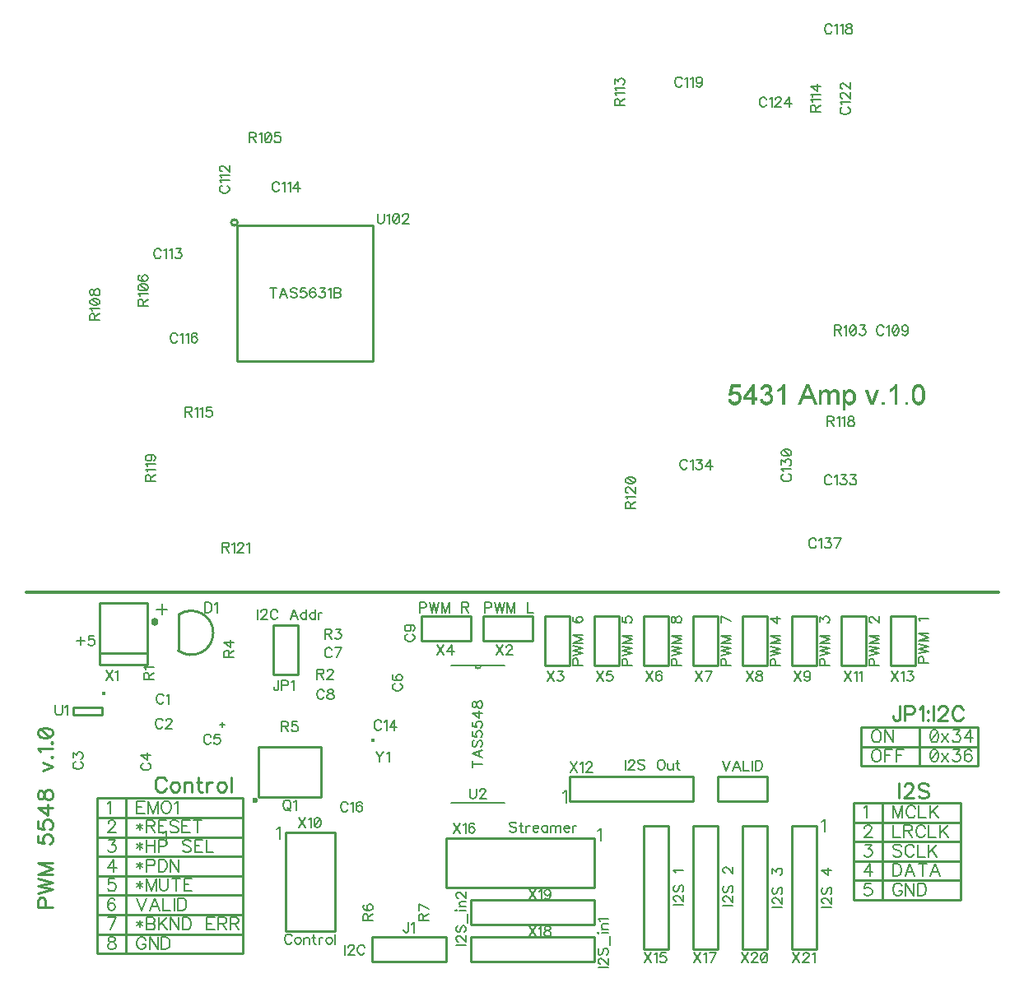
<source format=gto>
G04 DipTrace 2.3.1.0*
%INamp_tas5631.gto*%
%MOIN*%
%ADD10C,0.0098*%
%ADD12C,0.003*%
%ADD14C,0.013*%
%ADD24C,0.0236*%
%ADD29C,0.006*%
%ADD40C,0.0154*%
%ADD46C,0.0313*%
%ADD98C,0.0062*%
%ADD99C,0.0077*%
%ADD101C,0.0093*%
%FSLAX44Y44*%
G04*
G70*
G90*
G75*
G01*
%LNTopSilk*%
%LPD*%
X6538Y-28688D2*
G02X6538Y-28688I1000J0D01*
G01*
X8038Y-29388D2*
D29*
X7838D1*
X7938Y-29288D2*
Y-29488D1*
X6166Y-26396D2*
D10*
Y-24979D1*
Y-26396D2*
G03X6192Y-24935I525J721D01*
G01*
X14000Y-39000D2*
Y-38000D1*
X17000D1*
Y-39000D2*
Y-38000D1*
X14000Y-39000D2*
X17000D1*
X10000Y-27375D2*
X11000D1*
X10000Y-25375D2*
Y-27375D1*
Y-25375D2*
X11000D1*
Y-27375D1*
D24*
X9293Y-32454D3*
X9411Y-30289D2*
D10*
X11931D1*
X9411D2*
Y-32336D1*
X11931D1*
Y-30289D2*
Y-32336D1*
D40*
X3144Y-28146D3*
X3092Y-28687D2*
D10*
X1910D1*
X3092Y-29002D2*
X1910D1*
Y-28687D2*
Y-29002D1*
X3092Y-28687D2*
Y-29002D1*
X17222Y-32565D2*
D29*
X19382D1*
Y-27005D2*
X18422D1*
X18182D1*
X17222D1*
X18422D2*
G02X18182Y-27005I-120J0D01*
G01*
X8563Y-9173D2*
D10*
X14062D1*
Y-14672D1*
X8563D1*
Y-9173D1*
X8313Y-9048D2*
G02X8313Y-9048I125J0D01*
G01*
X4906Y-24467D2*
X2965D1*
Y-26967D1*
X4906D1*
Y-24467D1*
X4875Y-26500D2*
X3000D1*
D46*
X5219Y-25219D3*
X18500Y-25000D2*
D10*
Y-26000D1*
X20500Y-25000D2*
X18500D1*
X20500D2*
Y-26000D1*
X18500D1*
X21000Y-27000D2*
X22000D1*
X21000Y-25000D2*
Y-27000D1*
Y-25000D2*
X22000D1*
Y-27000D1*
X16000Y-25000D2*
Y-26000D1*
X18000Y-25000D2*
X16000D1*
X18000D2*
Y-26000D1*
X16000D1*
X23000Y-27000D2*
X24000D1*
X23000Y-25000D2*
Y-27000D1*
Y-25000D2*
X24000D1*
Y-27000D1*
X25000D2*
X26000D1*
X25000Y-25000D2*
Y-27000D1*
Y-25000D2*
X26000D1*
Y-27000D1*
X27000D2*
X28000D1*
X27000Y-25000D2*
Y-27000D1*
Y-25000D2*
X28000D1*
Y-27000D1*
X29000D2*
X30000D1*
X29000Y-25000D2*
Y-27000D1*
Y-25000D2*
X30000D1*
Y-27000D1*
X31000D2*
X32000D1*
X31000Y-25000D2*
Y-27000D1*
Y-25000D2*
X32000D1*
Y-27000D1*
X10500Y-33750D2*
Y-37750D1*
X12500Y-33750D2*
Y-37750D1*
X10500Y-33750D2*
X12500D1*
X10500Y-37750D2*
X12500D1*
X33000Y-27000D2*
X34000D1*
X33000Y-25000D2*
Y-27000D1*
Y-25000D2*
X34000D1*
Y-27000D1*
X27000Y-32500D2*
Y-31500D1*
X22000Y-32500D2*
X27000D1*
X22000Y-31500D2*
X27000D1*
X22000Y-32500D2*
Y-31500D1*
X35000Y-27000D2*
X36000D1*
X35000Y-25000D2*
Y-27000D1*
Y-25000D2*
X36000D1*
Y-27000D1*
X30000Y-32500D2*
Y-31500D1*
X28000Y-32500D2*
X30000D1*
X28000D2*
Y-31500D1*
X30000D1*
X25000Y-38500D2*
X26000D1*
X25000Y-33500D2*
Y-38500D1*
X26000Y-33500D2*
Y-38500D1*
X25000Y-33500D2*
X26000D1*
X23000Y-34000D2*
X17000D1*
Y-36000D1*
X23000D2*
X17000D1*
X23000Y-34000D2*
Y-36000D1*
X27000Y-38500D2*
X28000D1*
X27000Y-33500D2*
Y-38500D1*
X28000Y-33500D2*
Y-38500D1*
X27000Y-33500D2*
X28000D1*
X18000Y-38000D2*
Y-39000D1*
X23000Y-38000D2*
X18000D1*
X23000Y-39000D2*
X18000D1*
X23000Y-38000D2*
Y-39000D1*
X18000Y-36500D2*
Y-37500D1*
X23000Y-36500D2*
X18000D1*
X23000Y-37500D2*
X18000D1*
X23000Y-36500D2*
Y-37500D1*
X29000Y-38500D2*
X30000D1*
X29000Y-33500D2*
Y-38500D1*
X30000Y-33500D2*
Y-38500D1*
X29000Y-33500D2*
X30000D1*
X31000Y-38500D2*
X32000D1*
X31000Y-33500D2*
Y-38500D1*
X32000Y-33500D2*
Y-38500D1*
X31000Y-33500D2*
X32000D1*
D40*
X14044Y-30041D3*
X0Y-24016D2*
D14*
X39370D1*
X33500Y-32563D2*
D10*
X34681D1*
Y-33350D1*
X33500D1*
Y-32563D1*
Y-33350D2*
X34681D1*
Y-34137D1*
X33500D1*
Y-33350D1*
Y-34137D2*
X34681D1*
Y-34925D1*
X33500D1*
Y-34137D1*
Y-34925D2*
X34681D1*
Y-35712D1*
X33500D1*
Y-34925D1*
Y-35712D2*
X34681D1*
Y-36500D1*
X33500D1*
Y-35712D1*
X34681Y-32563D2*
X37831D1*
Y-33350D1*
X34681D1*
Y-32563D1*
Y-33350D2*
X37831D1*
Y-34137D1*
X34681D1*
Y-33350D1*
Y-34137D2*
X37831D1*
Y-34925D1*
X34681D1*
Y-34137D1*
Y-34925D2*
X37831D1*
Y-35712D1*
X34681D1*
Y-34925D1*
Y-35712D2*
X37831D1*
Y-36500D1*
X34681D1*
Y-35712D1*
X2875Y-32375D2*
X4056D1*
Y-33162D1*
X2875D1*
Y-32375D1*
Y-33162D2*
X4056D1*
Y-33950D1*
X2875D1*
Y-33162D1*
Y-33950D2*
X4056D1*
Y-34737D1*
X2875D1*
Y-33950D1*
Y-34737D2*
X4056D1*
Y-35525D1*
X2875D1*
Y-34737D1*
Y-35525D2*
X4056D1*
Y-36312D1*
X2875D1*
Y-35525D1*
Y-36312D2*
X4056D1*
Y-37099D1*
X2875D1*
Y-36312D1*
Y-37099D2*
X4056D1*
Y-37887D1*
X2875D1*
Y-37099D1*
Y-37887D2*
X4056D1*
Y-38674D1*
X2875D1*
Y-37887D1*
X4056Y-32375D2*
X8781D1*
Y-33162D1*
X4056D1*
Y-32375D1*
Y-33162D2*
X8781D1*
Y-33950D1*
X4056D1*
Y-33162D1*
Y-33950D2*
X8781D1*
Y-34737D1*
X4056D1*
Y-33950D1*
Y-34737D2*
X8781D1*
Y-35525D1*
X4056D1*
Y-34737D1*
Y-35525D2*
X8781D1*
Y-36312D1*
X4056D1*
Y-35525D1*
Y-36312D2*
X8781D1*
Y-37099D1*
X4056D1*
Y-36312D1*
Y-37099D2*
X8781D1*
Y-37887D1*
X4056D1*
Y-37099D1*
Y-37887D2*
X8781D1*
Y-38674D1*
X4056D1*
Y-37887D1*
X33813Y-29500D2*
X36175D1*
Y-30287D1*
X33813D1*
Y-29500D1*
Y-30287D2*
X36175D1*
Y-31075D1*
X33813D1*
Y-30287D1*
X36175Y-29500D2*
X38537D1*
Y-30287D1*
X36175D1*
Y-29500D1*
Y-30287D2*
X38537D1*
Y-31075D1*
X36175D1*
Y-30287D1*
X29916Y-15599D2*
D12*
X30006D1*
X30649D2*
X30709D1*
X31592D2*
X31681D1*
X35197D2*
X35257D1*
X36080D2*
X36169D1*
X28540Y-15614D2*
X28899D1*
X29422D2*
X29482D1*
X29882D2*
X30042D1*
X30642D2*
X30709D1*
X31584D2*
X31689D1*
X35190D2*
X35257D1*
X36044D2*
X36206D1*
X28537Y-15629D2*
X28899D1*
X29408D2*
X29482D1*
X29854D2*
X30074D1*
X30633D2*
X30709D1*
X31578D2*
X31695D1*
X35181D2*
X35257D1*
X36012D2*
X36237D1*
X28534Y-15644D2*
X28899D1*
X29395D2*
X29482D1*
X29832D2*
X30100D1*
X30624D2*
X30709D1*
X31572D2*
X31701D1*
X35172D2*
X35257D1*
X35986D2*
X36263D1*
X28530Y-15659D2*
X28899D1*
X29383D2*
X29482D1*
X29814D2*
X30120D1*
X30613D2*
X30709D1*
X31565D2*
X31708D1*
X35161D2*
X35257D1*
X35967D2*
X36282D1*
X28527Y-15674D2*
X28899D1*
X29372D2*
X29482D1*
X29798D2*
X30136D1*
X30601D2*
X30709D1*
X31558D2*
X31715D1*
X35149D2*
X35257D1*
X35954D2*
X36296D1*
X28525Y-15689D2*
X28899D1*
X29361D2*
X29482D1*
X29784D2*
X30148D1*
X30587D2*
X30709D1*
X31552D2*
X31721D1*
X35135D2*
X35257D1*
X35943D2*
X36306D1*
X28523Y-15704D2*
X28899D1*
X29349D2*
X29482D1*
X29773D2*
X29904D1*
X30036D2*
X30157D1*
X30571D2*
X30709D1*
X31547D2*
X31619D1*
X31654D2*
X31726D1*
X35119D2*
X35257D1*
X35935D2*
X36068D1*
X36181D2*
X36315D1*
X28519Y-15719D2*
X28599D1*
X29338D2*
X29482D1*
X29764D2*
X29883D1*
X30051D2*
X30164D1*
X30552D2*
X30709D1*
X31541D2*
X31615D1*
X31657D2*
X31732D1*
X35100D2*
X35257D1*
X35927D2*
X36044D1*
X36205D2*
X36323D1*
X28515Y-15734D2*
X28599D1*
X29327D2*
X29482D1*
X29758D2*
X29866D1*
X30065D2*
X30170D1*
X30532D2*
X30709D1*
X31535D2*
X31611D1*
X31662D2*
X31738D1*
X35080D2*
X35257D1*
X35919D2*
X36025D1*
X36223D2*
X36330D1*
X28512Y-15749D2*
X28599D1*
X29316D2*
X29482D1*
X29752D2*
X29853D1*
X30077D2*
X30175D1*
X30510D2*
X30709D1*
X31528D2*
X31606D1*
X31666D2*
X31745D1*
X35058D2*
X35257D1*
X35912D2*
X36010D1*
X36236D2*
X36337D1*
X28508Y-15764D2*
X28597D1*
X29304D2*
X29482D1*
X29746D2*
X29842D1*
X30086D2*
X30180D1*
X30488D2*
X30709D1*
X31522D2*
X31601D1*
X31672D2*
X31751D1*
X35036D2*
X35257D1*
X35906D2*
X35999D1*
X36246D2*
X36343D1*
X28504Y-15779D2*
X28593D1*
X29293D2*
X29482D1*
X29741D2*
X29835D1*
X30091D2*
X30183D1*
X30467D2*
X30589D1*
X30619D2*
X30709D1*
X31517D2*
X31595D1*
X31678D2*
X31756D1*
X35015D2*
X35137D1*
X35167D2*
X35257D1*
X35901D2*
X35992D1*
X36255D2*
X36347D1*
X28500Y-15794D2*
X28589D1*
X29282D2*
X29482D1*
X29736D2*
X29830D1*
X30094D2*
X30184D1*
X30449D2*
X30574D1*
X30619D2*
X30709D1*
X31511D2*
X31588D1*
X31685D2*
X31762D1*
X34997D2*
X35122D1*
X35167D2*
X35257D1*
X35895D2*
X35986D1*
X36262D2*
X36350D1*
X28497Y-15809D2*
X28587D1*
X29271D2*
X29482D1*
X29796D2*
X29826D1*
X30095D2*
X30184D1*
X30435D2*
X30556D1*
X30619D2*
X30709D1*
X31505D2*
X31582D1*
X31691D2*
X31768D1*
X32340D2*
X32414D1*
X32684D2*
X32773D1*
X33297D2*
X33387D1*
X34983D2*
X35104D1*
X35167D2*
X35257D1*
X35891D2*
X35981D1*
X36268D2*
X36355D1*
X28495Y-15824D2*
X28585D1*
X29259D2*
X29359D1*
X29392D2*
X29482D1*
X30095D2*
X30183D1*
X30429D2*
X30535D1*
X30619D2*
X30709D1*
X31498D2*
X31577D1*
X31696D2*
X31775D1*
X32100D2*
X32190D1*
X32309D2*
X32443D1*
X32657D2*
X32807D1*
X33073D2*
X33162D1*
X33270D2*
X33421D1*
X33970D2*
X34060D1*
X34419D2*
X34509D1*
X34978D2*
X35083D1*
X35167D2*
X35257D1*
X35888D2*
X35977D1*
X36272D2*
X36359D1*
X28493Y-15839D2*
X28584D1*
X29248D2*
X29353D1*
X29392D2*
X29482D1*
X30092D2*
X30179D1*
X30427D2*
X30510D1*
X30619D2*
X30709D1*
X31492D2*
X31572D1*
X31702D2*
X31780D1*
X32100D2*
X32190D1*
X32282D2*
X32467D1*
X32633D2*
X32835D1*
X33073D2*
X33162D1*
X33247D2*
X33449D1*
X33978D2*
X34068D1*
X34412D2*
X34501D1*
X34975D2*
X35058D1*
X35167D2*
X35257D1*
X35886D2*
X35974D1*
X36275D2*
X36362D1*
X28489Y-15854D2*
X28582D1*
X29238D2*
X29343D1*
X29392D2*
X29482D1*
X30088D2*
X30173D1*
X30425D2*
X30483D1*
X30619D2*
X30709D1*
X31487D2*
X31567D1*
X31708D2*
X31786D1*
X32100D2*
X32190D1*
X32260D2*
X32485D1*
X32613D2*
X32855D1*
X33073D2*
X33162D1*
X33229D2*
X33471D1*
X33984D2*
X34074D1*
X34405D2*
X34495D1*
X34973D2*
X35031D1*
X35167D2*
X35257D1*
X35885D2*
X35969D1*
X36280D2*
X36363D1*
X28485Y-15869D2*
X28578D1*
X29225D2*
X29331D1*
X29392D2*
X29482D1*
X30075D2*
X30166D1*
X30425D2*
X30455D1*
X30619D2*
X30709D1*
X31481D2*
X31562D1*
X31715D2*
X31791D1*
X32100D2*
X32191D1*
X32244D2*
X32501D1*
X32594D2*
X32869D1*
X33073D2*
X33163D1*
X33214D2*
X33489D1*
X33990D2*
X34080D1*
X34399D2*
X34489D1*
X34973D2*
X35002D1*
X35167D2*
X35257D1*
X35883D2*
X35965D1*
X36284D2*
X36366D1*
X28482Y-15884D2*
X28575D1*
X28689D2*
X28764D1*
X29212D2*
X29319D1*
X29392D2*
X29482D1*
X30057D2*
X30158D1*
X30619D2*
X30709D1*
X31475D2*
X31556D1*
X31721D2*
X31798D1*
X32100D2*
X32193D1*
X32228D2*
X32515D1*
X32574D2*
X32879D1*
X33073D2*
X33165D1*
X33200D2*
X33505D1*
X33995D2*
X34087D1*
X34392D2*
X34484D1*
X34973D2*
D3*
X35167D2*
X35257D1*
X35879D2*
X35963D1*
X36287D2*
X36370D1*
X28480Y-15899D2*
X28573D1*
X28655D2*
X28798D1*
X29200D2*
X29308D1*
X29392D2*
X29482D1*
X30028D2*
X30148D1*
X30619D2*
X30709D1*
X31468D2*
X31550D1*
X31726D2*
X31804D1*
X32100D2*
X32198D1*
X32210D2*
X32531D1*
X32548D2*
X32887D1*
X33073D2*
X33170D1*
X33182D2*
X33519D1*
X34000D2*
X34093D1*
X34386D2*
X34479D1*
X35167D2*
X35257D1*
X35875D2*
X35961D1*
X36288D2*
X36374D1*
X28478Y-15914D2*
X28572D1*
X28624D2*
X28826D1*
X29189D2*
X29297D1*
X29392D2*
X29482D1*
X29994D2*
X30135D1*
X30619D2*
X30709D1*
X31462D2*
X31543D1*
X31731D2*
X31810D1*
X32100D2*
X32283D1*
X32396D2*
X32642D1*
X32755D2*
X32892D1*
X33073D2*
X33265D1*
X33384D2*
X33530D1*
X34006D2*
X34099D1*
X34380D2*
X34474D1*
X35167D2*
X35257D1*
X35873D2*
X35960D1*
X36289D2*
X36376D1*
X28474Y-15929D2*
X28578D1*
X28597D2*
X28848D1*
X29178D2*
X29286D1*
X29392D2*
X29482D1*
X29965D2*
X30118D1*
X30619D2*
X30709D1*
X31457D2*
X31537D1*
X31736D2*
X31816D1*
X32100D2*
X32260D1*
X32418D2*
X32618D1*
X32777D2*
X32898D1*
X33073D2*
X33246D1*
X33408D2*
X33538D1*
X34012D2*
X34105D1*
X34375D2*
X34469D1*
X35167D2*
X35257D1*
X35871D2*
X35960D1*
X36289D2*
X36378D1*
X28470Y-15944D2*
X28866D1*
X29166D2*
X29274D1*
X29392D2*
X29482D1*
X29943D2*
X30099D1*
X30619D2*
X30709D1*
X31451D2*
X31532D1*
X31741D2*
X31821D1*
X32100D2*
X32242D1*
X32433D2*
X32599D1*
X32792D2*
X32903D1*
X33073D2*
X33228D1*
X33427D2*
X33545D1*
X34019D2*
X34110D1*
X34369D2*
X34464D1*
X35167D2*
X35257D1*
X35871D2*
X35960D1*
X36289D2*
X36379D1*
X28467Y-15958D2*
X28880D1*
X29154D2*
X29263D1*
X29392D2*
X29482D1*
X29937D2*
X30081D1*
X30619D2*
X30709D1*
X31445D2*
X31526D1*
X31747D2*
X31828D1*
X32100D2*
X32228D1*
X32444D2*
X32583D1*
X32804D2*
X32905D1*
X33073D2*
X33212D1*
X33444D2*
X33551D1*
X34025D2*
X34115D1*
X34364D2*
X34458D1*
X35167D2*
X35257D1*
X35870D2*
X35960D1*
X36289D2*
X36379D1*
X28463Y-15973D2*
X28892D1*
X29144D2*
X29253D1*
X29392D2*
X29482D1*
X29933D2*
X30107D1*
X30619D2*
X30709D1*
X31438D2*
X31520D1*
X31753D2*
X31835D1*
X32100D2*
X32218D1*
X32452D2*
X32571D1*
X32811D2*
X32907D1*
X33073D2*
X33200D1*
X33458D2*
X33556D1*
X34030D2*
X34120D1*
X34359D2*
X34452D1*
X35167D2*
X35257D1*
X35870D2*
X35960D1*
X36289D2*
X36379D1*
X28459Y-15988D2*
X28615D1*
X28761D2*
X28901D1*
X29133D2*
X29241D1*
X29392D2*
X29482D1*
X29929D2*
X30131D1*
X30619D2*
X30709D1*
X31431D2*
X31513D1*
X31760D2*
X31842D1*
X32100D2*
X32209D1*
X32456D2*
X32562D1*
X32815D2*
X32908D1*
X33073D2*
X33191D1*
X33468D2*
X33561D1*
X34035D2*
X34125D1*
X34354D2*
X34445D1*
X35167D2*
X35257D1*
X35870D2*
X35960D1*
X36289D2*
X36379D1*
X28454Y-16003D2*
X28587D1*
X28785D2*
X28909D1*
X29121D2*
X29229D1*
X29392D2*
X29482D1*
X29923D2*
X30151D1*
X30619D2*
X30709D1*
X31424D2*
X31507D1*
X31766D2*
X31849D1*
X32100D2*
X32202D1*
X32458D2*
X32556D1*
X32817D2*
X32908D1*
X33073D2*
X33184D1*
X33475D2*
X33564D1*
X34040D2*
X34130D1*
X34349D2*
X34440D1*
X35167D2*
X35257D1*
X35870D2*
X35960D1*
X36289D2*
X36379D1*
X28450Y-16018D2*
X28563D1*
X28804D2*
X28917D1*
X29109D2*
X29218D1*
X29392D2*
X29482D1*
X29916D2*
X29931D1*
X30035D2*
X30168D1*
X30619D2*
X30709D1*
X31418D2*
X31502D1*
X31771D2*
X31855D1*
X32100D2*
X32196D1*
X32459D2*
X32552D1*
X32818D2*
X32908D1*
X33073D2*
X33178D1*
X33481D2*
X33568D1*
X34045D2*
X34135D1*
X34344D2*
X34434D1*
X35167D2*
X35257D1*
X35870D2*
X35960D1*
X36289D2*
X36379D1*
X28510Y-16033D2*
X28540D1*
X28820D2*
X28922D1*
X29099D2*
X29208D1*
X29392D2*
X29482D1*
X30062D2*
X30182D1*
X30619D2*
X30709D1*
X31412D2*
X31494D1*
X31779D2*
X31860D1*
X32100D2*
X32193D1*
X32459D2*
X32550D1*
X32818D2*
X32908D1*
X33073D2*
X33173D1*
X33486D2*
X33572D1*
X34050D2*
X34140D1*
X34339D2*
X34429D1*
X35167D2*
X35257D1*
X35870D2*
X35960D1*
X36289D2*
X36379D1*
X28831Y-16048D2*
X28926D1*
X29088D2*
X29196D1*
X29392D2*
X29482D1*
X30084D2*
X30193D1*
X30619D2*
X30709D1*
X31407D2*
X31483D1*
X31789D2*
X31866D1*
X32100D2*
X32191D1*
X32459D2*
X32550D1*
X32818D2*
X32908D1*
X33073D2*
X33168D1*
X33489D2*
X33576D1*
X34055D2*
X34145D1*
X34334D2*
X34424D1*
X35167D2*
X35257D1*
X35870D2*
X35960D1*
X36289D2*
X36379D1*
X28840Y-16063D2*
X28930D1*
X29076D2*
X29184D1*
X29392D2*
X29482D1*
X30100D2*
X30202D1*
X30619D2*
X30709D1*
X31400D2*
X31873D1*
X32100D2*
X32190D1*
X32459D2*
X32549D1*
X32818D2*
X32908D1*
X33073D2*
X33165D1*
X33490D2*
X33579D1*
X34060D2*
X34150D1*
X34329D2*
X34419D1*
X35167D2*
X35257D1*
X35870D2*
X35960D1*
X36289D2*
X36379D1*
X28847Y-16078D2*
X28934D1*
X29065D2*
X29174D1*
X29392D2*
X29482D1*
X30113D2*
X30209D1*
X30619D2*
X30709D1*
X31394D2*
X31879D1*
X32100D2*
X32190D1*
X32459D2*
X32549D1*
X32818D2*
X32908D1*
X33073D2*
X33164D1*
X33491D2*
X33580D1*
X34065D2*
X34155D1*
X34324D2*
X34414D1*
X35167D2*
X35257D1*
X35870D2*
X35960D1*
X36289D2*
X36379D1*
X28851Y-16093D2*
X28938D1*
X29055D2*
X29163D1*
X29392D2*
X29482D1*
X30124D2*
X30215D1*
X30619D2*
X30709D1*
X31388D2*
X31885D1*
X32100D2*
X32190D1*
X32459D2*
X32549D1*
X32818D2*
X32908D1*
X33073D2*
X33163D1*
X33491D2*
X33581D1*
X34070D2*
X34162D1*
X34319D2*
X34409D1*
X35167D2*
X35257D1*
X35871D2*
X35960D1*
X36289D2*
X36378D1*
X28852Y-16108D2*
X28941D1*
X29046D2*
X29151D1*
X29392D2*
X29482D1*
X30132D2*
X30220D1*
X30619D2*
X30709D1*
X31382D2*
X31890D1*
X32100D2*
X32190D1*
X32459D2*
X32549D1*
X32818D2*
X32908D1*
X33073D2*
X33163D1*
X33491D2*
X33581D1*
X34075D2*
X34168D1*
X34314D2*
X34404D1*
X35167D2*
X35257D1*
X35873D2*
X35960D1*
X36289D2*
X36376D1*
X28853Y-16123D2*
X28942D1*
X29040D2*
X29587D1*
X30137D2*
X30225D1*
X30619D2*
X30709D1*
X31377D2*
X31896D1*
X32100D2*
X32190D1*
X32459D2*
X32549D1*
X32818D2*
X32908D1*
X33073D2*
X33162D1*
X33492D2*
X33581D1*
X34080D2*
X34174D1*
X34309D2*
X34399D1*
X35167D2*
X35257D1*
X35876D2*
X35961D1*
X36289D2*
X36373D1*
X28854Y-16138D2*
X28943D1*
X29036D2*
X29587D1*
X30139D2*
X30227D1*
X30619D2*
X30709D1*
X31370D2*
X31903D1*
X32100D2*
X32190D1*
X32459D2*
X32549D1*
X32818D2*
X32908D1*
X33073D2*
X33162D1*
X33492D2*
X33581D1*
X34085D2*
X34179D1*
X34304D2*
X34394D1*
X35167D2*
X35257D1*
X35880D2*
X35963D1*
X36287D2*
X36369D1*
X28854Y-16153D2*
X28943D1*
X29035D2*
X29587D1*
X30140D2*
X30229D1*
X30619D2*
X30709D1*
X31364D2*
X31909D1*
X32100D2*
X32190D1*
X32459D2*
X32549D1*
X32818D2*
X32908D1*
X33073D2*
X33162D1*
X33491D2*
X33579D1*
X34090D2*
X34185D1*
X34299D2*
X34389D1*
X35167D2*
X35257D1*
X35883D2*
X35966D1*
X36283D2*
X36366D1*
X28854Y-16168D2*
X28943D1*
X29034D2*
X29587D1*
X30140D2*
X30230D1*
X30619D2*
X30709D1*
X31358D2*
X31440D1*
X31833D2*
X31915D1*
X32100D2*
X32190D1*
X32459D2*
X32549D1*
X32818D2*
X32908D1*
X33073D2*
X33163D1*
X33491D2*
X33575D1*
X34096D2*
X34190D1*
X34294D2*
X34384D1*
X35167D2*
X35257D1*
X35884D2*
X35970D1*
X36279D2*
X36365D1*
X28853Y-16183D2*
X28941D1*
X29033D2*
X29587D1*
X30140D2*
X30229D1*
X30619D2*
X30709D1*
X31352D2*
X31436D1*
X31837D2*
X31920D1*
X32100D2*
X32190D1*
X32459D2*
X32549D1*
X32818D2*
X32908D1*
X33073D2*
X33165D1*
X33489D2*
X33571D1*
X34102D2*
X34195D1*
X34287D2*
X34379D1*
X35167D2*
X35257D1*
X35885D2*
X35973D1*
X36276D2*
X36364D1*
X28495Y-16198D2*
X28525D1*
X28851D2*
X28937D1*
X29033D2*
X29587D1*
X29781D2*
X29811D1*
X30138D2*
X30228D1*
X30619D2*
X30709D1*
X31347D2*
X31431D1*
X31841D2*
X31926D1*
X32100D2*
X32190D1*
X32459D2*
X32549D1*
X32818D2*
X32908D1*
X33073D2*
X33169D1*
X33485D2*
X33569D1*
X34108D2*
X34200D1*
X34281D2*
X34374D1*
X35167D2*
X35257D1*
X35888D2*
X35976D1*
X36273D2*
X36362D1*
X28463Y-16213D2*
X28527D1*
X28847D2*
X28933D1*
X29033D2*
X29587D1*
X29750D2*
X29816D1*
X30134D2*
X30224D1*
X30619D2*
X30709D1*
X31340D2*
X31427D1*
X31846D2*
X31933D1*
X32100D2*
X32190D1*
X32459D2*
X32549D1*
X32818D2*
X32908D1*
X33073D2*
X33173D1*
X33479D2*
X33567D1*
X34114D2*
X34205D1*
X34275D2*
X34369D1*
X35167D2*
X35257D1*
X35891D2*
X35981D1*
X36268D2*
X36358D1*
X28435Y-16228D2*
X28531D1*
X28841D2*
X28928D1*
X29392D2*
X29482D1*
X29721D2*
X29821D1*
X30128D2*
X30220D1*
X30619D2*
X30709D1*
X31334D2*
X31421D1*
X31851D2*
X31939D1*
X32100D2*
X32190D1*
X32459D2*
X32549D1*
X32818D2*
X32908D1*
X33073D2*
X33178D1*
X33472D2*
X33564D1*
X34119D2*
X34210D1*
X34270D2*
X34364D1*
X35167D2*
X35257D1*
X35896D2*
X35987D1*
X36262D2*
X36354D1*
X28442Y-16243D2*
X28538D1*
X28834D2*
X28923D1*
X29392D2*
X29482D1*
X29729D2*
X29827D1*
X30121D2*
X30215D1*
X30619D2*
X30709D1*
X31328D2*
X31415D1*
X31858D2*
X31945D1*
X32100D2*
X32190D1*
X32459D2*
X32549D1*
X32818D2*
X32908D1*
X33073D2*
X33186D1*
X33465D2*
X33560D1*
X34125D2*
X34215D1*
X34264D2*
X34359D1*
X35167D2*
X35257D1*
X35900D2*
X35994D1*
X36255D2*
X36349D1*
X28449Y-16258D2*
X28546D1*
X28826D2*
X28918D1*
X29392D2*
X29482D1*
X29735D2*
X29834D1*
X30113D2*
X30210D1*
X30619D2*
X30709D1*
X31323D2*
X31408D1*
X31864D2*
X31950D1*
X32100D2*
X32190D1*
X32459D2*
X32549D1*
X32818D2*
X32908D1*
X33073D2*
X33196D1*
X33455D2*
X33554D1*
X34130D2*
X34222D1*
X34257D2*
X34354D1*
X35167D2*
X35257D1*
X35906D2*
X36002D1*
X36247D2*
X36343D1*
X28455Y-16273D2*
X28559D1*
X28816D2*
X28913D1*
X29392D2*
X29482D1*
X29741D2*
X29846D1*
X30103D2*
X30203D1*
X30619D2*
X30709D1*
X31317D2*
X31403D1*
X31870D2*
X31956D1*
X32100D2*
X32190D1*
X32459D2*
X32549D1*
X32818D2*
X32908D1*
X33073D2*
X33210D1*
X33443D2*
X33547D1*
X34135D2*
X34230D1*
X34249D2*
X34347D1*
X35167D2*
X35257D1*
X35912D2*
X36012D1*
X36237D2*
X36337D1*
X28462Y-16288D2*
X28574D1*
X28792D2*
X28906D1*
X29392D2*
X29482D1*
X29748D2*
X29861D1*
X30079D2*
X30196D1*
X30619D2*
X30709D1*
X31310D2*
X31397D1*
X31875D2*
X31963D1*
X32100D2*
X32190D1*
X32459D2*
X32549D1*
X32818D2*
X32908D1*
X33073D2*
X33230D1*
X33427D2*
X33539D1*
X34140D2*
X34341D1*
X35167D2*
X35257D1*
X35919D2*
X36026D1*
X36223D2*
X36330D1*
X28469Y-16303D2*
X28616D1*
X28750D2*
X28897D1*
X29392D2*
X29482D1*
X29755D2*
X29903D1*
X30037D2*
X30188D1*
X30619D2*
X30709D1*
X31304D2*
X31392D1*
X31881D2*
X31969D1*
X32100D2*
X32190D1*
X32459D2*
X32549D1*
X32818D2*
X32908D1*
X33073D2*
X33267D1*
X33388D2*
X33531D1*
X34145D2*
X34335D1*
X35167D2*
X35257D1*
X35927D2*
X36065D1*
X36185D2*
X36323D1*
X28477Y-16318D2*
X28682D1*
X28683D2*
X28888D1*
X29392D2*
X29482D1*
X29763D2*
X29969D1*
X30179D1*
X30619D2*
X30709D1*
X31298D2*
X31387D1*
X31886D2*
X31975D1*
X32100D2*
X32190D1*
X32459D2*
X32549D1*
X32818D2*
X32908D1*
X33073D2*
X33327D1*
X33521D1*
X34150D2*
X34330D1*
X34644D2*
X34733D1*
X35167D2*
X35257D1*
X35601D2*
X35691D1*
X35934D2*
X36125D1*
X36124D2*
X36315D1*
X28486Y-16332D2*
X28878D1*
X29392D2*
X29482D1*
X29773D2*
X30167D1*
X30619D2*
X30709D1*
X31293D2*
X31382D1*
X31891D2*
X31980D1*
X32100D2*
X32190D1*
X32459D2*
X32549D1*
X32818D2*
X32908D1*
X33073D2*
X33511D1*
X34155D2*
X34324D1*
X34644D2*
X34733D1*
X35167D2*
X35257D1*
X35601D2*
X35691D1*
X35942D2*
X36307D1*
X28498Y-16347D2*
X28865D1*
X29392D2*
X29482D1*
X29785D2*
X30153D1*
X30619D2*
X30709D1*
X31287D2*
X31377D1*
X31896D2*
X31986D1*
X32100D2*
X32190D1*
X32459D2*
X32549D1*
X32818D2*
X32908D1*
X33073D2*
X33162D1*
X33192D2*
X33498D1*
X34160D2*
X34319D1*
X34644D2*
X34733D1*
X35167D2*
X35257D1*
X35601D2*
X35691D1*
X35952D2*
X36297D1*
X28514Y-16362D2*
X28849D1*
X29392D2*
X29482D1*
X29801D2*
X30137D1*
X30619D2*
X30709D1*
X31280D2*
X31370D1*
X31903D2*
X31992D1*
X32100D2*
X32190D1*
X32459D2*
X32549D1*
X32818D2*
X32908D1*
X33073D2*
X33162D1*
X33207D2*
X33482D1*
X34165D2*
X34314D1*
X34644D2*
X34733D1*
X35167D2*
X35257D1*
X35601D2*
X35691D1*
X35966D2*
X36283D1*
X28535Y-16377D2*
X28828D1*
X29392D2*
X29482D1*
X29822D2*
X30115D1*
X30619D2*
X30709D1*
X31274D2*
X31364D1*
X31909D2*
X31999D1*
X32100D2*
X32190D1*
X32459D2*
X32549D1*
X32818D2*
X32908D1*
X33073D2*
X33162D1*
X33224D2*
X33462D1*
X34170D2*
X34309D1*
X34644D2*
X34733D1*
X35167D2*
X35257D1*
X35601D2*
X35691D1*
X35986D2*
X36263D1*
X28562Y-16392D2*
X28802D1*
X29392D2*
X29482D1*
X29848D2*
X30088D1*
X30619D2*
X30709D1*
X31268D2*
X31357D1*
X31915D2*
X32005D1*
X32100D2*
X32190D1*
X32459D2*
X32549D1*
X32818D2*
X32908D1*
X33073D2*
X33162D1*
X33243D2*
X33437D1*
X34175D2*
X34304D1*
X34644D2*
X34733D1*
X35167D2*
X35257D1*
X35601D2*
X35691D1*
X36012D2*
X36237D1*
X28594Y-16407D2*
X28769D1*
X29392D2*
X29482D1*
X29881D2*
X30056D1*
X30619D2*
X30709D1*
X31262D2*
X31352D1*
X31921D2*
X32010D1*
X32100D2*
X32190D1*
X32459D2*
X32549D1*
X32818D2*
X32908D1*
X33073D2*
X33162D1*
X33268D2*
X33406D1*
X34180D2*
X34299D1*
X34644D2*
X34733D1*
X35167D2*
X35257D1*
X35601D2*
X35691D1*
X36045D2*
X36205D1*
X28629Y-16422D2*
X28734D1*
X29916D2*
X30021D1*
X33073D2*
X33162D1*
X33297D2*
X33372D1*
X36080D2*
X36169D1*
X33073Y-16437D2*
X33162D1*
X33073Y-16452D2*
X33162D1*
X33073Y-16467D2*
X33162D1*
X33073Y-16482D2*
X33162D1*
X33073Y-16497D2*
X33162D1*
X33073Y-16512D2*
X33162D1*
X33073Y-16527D2*
X33162D1*
X33073Y-16542D2*
X33162D1*
X33073Y-16557D2*
X33162D1*
X33073Y-16572D2*
X33162D1*
X33073Y-16587D2*
X33162D1*
X33073Y-16602D2*
X33162D1*
X33073Y-16617D2*
X33162D1*
X33073Y-16632D2*
X33162D1*
X29916Y-15599D2*
X29882Y-15614D1*
X29854Y-15629D1*
X29832Y-15644D1*
X29814Y-15659D1*
X29798Y-15674D1*
X29784Y-15689D1*
X29773Y-15704D1*
X29764Y-15719D1*
X29758Y-15734D1*
X29752Y-15749D1*
X29746Y-15764D1*
X29741Y-15779D1*
X29736Y-15794D1*
X29796Y-15809D1*
X30006Y-15599D2*
X30042Y-15614D1*
X30074Y-15629D1*
X30100Y-15644D1*
X30120Y-15659D1*
X30136Y-15674D1*
X30148Y-15689D1*
X30157Y-15704D1*
X30164Y-15719D1*
X30170Y-15734D1*
X30175Y-15749D1*
X30180Y-15764D1*
X30183Y-15779D1*
X30184Y-15794D1*
Y-15809D1*
X30183Y-15824D1*
X30179Y-15839D1*
X30173Y-15854D1*
X30166Y-15869D1*
X30158Y-15884D1*
X30148Y-15899D1*
X30135Y-15914D1*
X30118Y-15929D1*
X30099Y-15944D1*
X30081Y-15958D1*
X30107Y-15973D1*
X30131Y-15988D1*
X30151Y-16003D1*
X30168Y-16018D1*
X30182Y-16033D1*
X30193Y-16048D1*
X30202Y-16063D1*
X30209Y-16078D1*
X30215Y-16093D1*
X30220Y-16108D1*
X30225Y-16123D1*
X30227Y-16138D1*
X30229Y-16153D1*
X30230Y-16168D1*
X30229Y-16183D1*
X30228Y-16198D1*
X30224Y-16213D1*
X30220Y-16228D1*
X30215Y-16243D1*
X30210Y-16258D1*
X30203Y-16273D1*
X30196Y-16288D1*
X30188Y-16303D1*
X30179Y-16318D1*
X30167Y-16332D1*
X30153Y-16347D1*
X30137Y-16362D1*
X30115Y-16377D1*
X30088Y-16392D1*
X30056Y-16407D1*
X30021Y-16422D1*
X30649Y-15599D2*
X30642Y-15614D1*
X30633Y-15629D1*
X30624Y-15644D1*
X30613Y-15659D1*
X30601Y-15674D1*
X30587Y-15689D1*
X30571Y-15704D1*
X30552Y-15719D1*
X30532Y-15734D1*
X30510Y-15749D1*
X30488Y-15764D1*
X30467Y-15779D1*
X30449Y-15794D1*
X30435Y-15809D1*
X30429Y-15824D1*
X30427Y-15839D1*
X30425Y-15854D1*
Y-15869D1*
X30709Y-15599D2*
Y-15614D1*
Y-15629D1*
Y-15644D1*
Y-15659D1*
Y-15674D1*
Y-15689D1*
Y-15704D1*
Y-15719D1*
Y-15734D1*
Y-15749D1*
Y-15764D1*
Y-15779D1*
Y-15794D1*
Y-15809D1*
Y-15824D1*
Y-15839D1*
Y-15854D1*
Y-15869D1*
Y-15884D1*
Y-15899D1*
Y-15914D1*
Y-15929D1*
Y-15944D1*
Y-15958D1*
Y-15973D1*
Y-15988D1*
Y-16003D1*
Y-16018D1*
Y-16033D1*
Y-16048D1*
Y-16063D1*
Y-16078D1*
Y-16093D1*
Y-16108D1*
Y-16123D1*
Y-16138D1*
Y-16153D1*
Y-16168D1*
Y-16183D1*
Y-16198D1*
Y-16213D1*
Y-16228D1*
Y-16243D1*
Y-16258D1*
Y-16273D1*
Y-16288D1*
Y-16303D1*
Y-16318D1*
Y-16332D1*
Y-16347D1*
Y-16362D1*
Y-16377D1*
Y-16392D1*
Y-16407D1*
X31592Y-15599D2*
X31584Y-15614D1*
X31578Y-15629D1*
X31572Y-15644D1*
X31565Y-15659D1*
X31558Y-15674D1*
X31552Y-15689D1*
X31547Y-15704D1*
X31541Y-15719D1*
X31535Y-15734D1*
X31528Y-15749D1*
X31522Y-15764D1*
X31517Y-15779D1*
X31511Y-15794D1*
X31505Y-15809D1*
X31498Y-15824D1*
X31492Y-15839D1*
X31487Y-15854D1*
X31481Y-15869D1*
X31475Y-15884D1*
X31468Y-15899D1*
X31462Y-15914D1*
X31457Y-15929D1*
X31451Y-15944D1*
X31445Y-15958D1*
X31438Y-15973D1*
X31431Y-15988D1*
X31424Y-16003D1*
X31418Y-16018D1*
X31412Y-16033D1*
X31407Y-16048D1*
X31400Y-16063D1*
X31394Y-16078D1*
X31388Y-16093D1*
X31382Y-16108D1*
X31377Y-16123D1*
X31370Y-16138D1*
X31364Y-16153D1*
X31358Y-16168D1*
X31352Y-16183D1*
X31347Y-16198D1*
X31340Y-16213D1*
X31334Y-16228D1*
X31328Y-16243D1*
X31323Y-16258D1*
X31317Y-16273D1*
X31310Y-16288D1*
X31304Y-16303D1*
X31298Y-16318D1*
X31293Y-16332D1*
X31287Y-16347D1*
X31280Y-16362D1*
X31274Y-16377D1*
X31268Y-16392D1*
X31262Y-16407D1*
X31681Y-15599D2*
X31689Y-15614D1*
X31695Y-15629D1*
X31701Y-15644D1*
X31708Y-15659D1*
X31715Y-15674D1*
X31721Y-15689D1*
X31726Y-15704D1*
X31732Y-15719D1*
X31738Y-15734D1*
X31745Y-15749D1*
X31751Y-15764D1*
X31756Y-15779D1*
X31762Y-15794D1*
X31768Y-15809D1*
X31775Y-15824D1*
X31780Y-15839D1*
X31786Y-15854D1*
X31791Y-15869D1*
X31798Y-15884D1*
X31804Y-15899D1*
X31810Y-15914D1*
X31816Y-15929D1*
X31821Y-15944D1*
X31828Y-15958D1*
X31835Y-15973D1*
X31842Y-15988D1*
X31849Y-16003D1*
X31855Y-16018D1*
X31860Y-16033D1*
X31866Y-16048D1*
X31873Y-16063D1*
X31879Y-16078D1*
X31885Y-16093D1*
X31890Y-16108D1*
X31896Y-16123D1*
X31903Y-16138D1*
X31909Y-16153D1*
X31915Y-16168D1*
X31920Y-16183D1*
X31926Y-16198D1*
X31933Y-16213D1*
X31939Y-16228D1*
X31945Y-16243D1*
X31950Y-16258D1*
X31956Y-16273D1*
X31963Y-16288D1*
X31969Y-16303D1*
X31975Y-16318D1*
X31980Y-16332D1*
X31986Y-16347D1*
X31992Y-16362D1*
X31999Y-16377D1*
X32005Y-16392D1*
X32010Y-16407D1*
X35197Y-15599D2*
X35190Y-15614D1*
X35181Y-15629D1*
X35172Y-15644D1*
X35161Y-15659D1*
X35149Y-15674D1*
X35135Y-15689D1*
X35119Y-15704D1*
X35100Y-15719D1*
X35080Y-15734D1*
X35058Y-15749D1*
X35036Y-15764D1*
X35015Y-15779D1*
X34997Y-15794D1*
X34983Y-15809D1*
X34978Y-15824D1*
X34975Y-15839D1*
X34973Y-15854D1*
Y-15869D1*
Y-15884D1*
X35257Y-15599D2*
Y-15614D1*
Y-15629D1*
Y-15644D1*
Y-15659D1*
Y-15674D1*
Y-15689D1*
Y-15704D1*
Y-15719D1*
Y-15734D1*
Y-15749D1*
Y-15764D1*
Y-15779D1*
Y-15794D1*
Y-15809D1*
Y-15824D1*
Y-15839D1*
Y-15854D1*
Y-15869D1*
Y-15884D1*
Y-15899D1*
Y-15914D1*
Y-15929D1*
Y-15944D1*
Y-15958D1*
Y-15973D1*
Y-15988D1*
Y-16003D1*
Y-16018D1*
Y-16033D1*
Y-16048D1*
Y-16063D1*
Y-16078D1*
Y-16093D1*
Y-16108D1*
Y-16123D1*
Y-16138D1*
Y-16153D1*
Y-16168D1*
Y-16183D1*
Y-16198D1*
Y-16213D1*
Y-16228D1*
Y-16243D1*
Y-16258D1*
Y-16273D1*
Y-16288D1*
Y-16303D1*
Y-16318D1*
Y-16332D1*
Y-16347D1*
Y-16362D1*
Y-16377D1*
Y-16392D1*
Y-16407D1*
X36080Y-15599D2*
X36044Y-15614D1*
X36012Y-15629D1*
X35986Y-15644D1*
X35967Y-15659D1*
X35954Y-15674D1*
X35943Y-15689D1*
X35935Y-15704D1*
X35927Y-15719D1*
X35919Y-15734D1*
X35912Y-15749D1*
X35906Y-15764D1*
X35901Y-15779D1*
X35895Y-15794D1*
X35891Y-15809D1*
X35888Y-15824D1*
X35886Y-15839D1*
X35885Y-15854D1*
X35883Y-15869D1*
X35879Y-15884D1*
X35875Y-15899D1*
X35873Y-15914D1*
X35871Y-15929D1*
Y-15944D1*
X35870Y-15958D1*
Y-15973D1*
Y-15988D1*
Y-16003D1*
Y-16018D1*
Y-16033D1*
Y-16048D1*
Y-16063D1*
Y-16078D1*
X35871Y-16093D1*
X35873Y-16108D1*
X35876Y-16123D1*
X35880Y-16138D1*
X35883Y-16153D1*
X35884Y-16168D1*
X35885Y-16183D1*
X35888Y-16198D1*
X35891Y-16213D1*
X35896Y-16228D1*
X35900Y-16243D1*
X35906Y-16258D1*
X35912Y-16273D1*
X35919Y-16288D1*
X35927Y-16303D1*
X35934Y-16318D1*
X35942Y-16332D1*
X35952Y-16347D1*
X35966Y-16362D1*
X35986Y-16377D1*
X36012Y-16392D1*
X36045Y-16407D1*
X36080Y-16422D1*
X36169Y-15599D2*
X36206Y-15614D1*
X36237Y-15629D1*
X36263Y-15644D1*
X36282Y-15659D1*
X36296Y-15674D1*
X36306Y-15689D1*
X36315Y-15704D1*
X36323Y-15719D1*
X36330Y-15734D1*
X36337Y-15749D1*
X36343Y-15764D1*
X36347Y-15779D1*
X36350Y-15794D1*
X36355Y-15809D1*
X36359Y-15824D1*
X36362Y-15839D1*
X36363Y-15854D1*
X36366Y-15869D1*
X36370Y-15884D1*
X36374Y-15899D1*
X36376Y-15914D1*
X36378Y-15929D1*
X36379Y-15944D1*
Y-15958D1*
Y-15973D1*
Y-15988D1*
Y-16003D1*
Y-16018D1*
Y-16033D1*
Y-16048D1*
Y-16063D1*
Y-16078D1*
X36378Y-16093D1*
X36376Y-16108D1*
X36373Y-16123D1*
X36369Y-16138D1*
X36366Y-16153D1*
X36365Y-16168D1*
X36364Y-16183D1*
X36362Y-16198D1*
X36358Y-16213D1*
X36354Y-16228D1*
X36349Y-16243D1*
X36343Y-16258D1*
X36337Y-16273D1*
X36330Y-16288D1*
X36323Y-16303D1*
X36315Y-16318D1*
X36307Y-16332D1*
X36297Y-16347D1*
X36283Y-16362D1*
X36263Y-16377D1*
X36237Y-16392D1*
X36205Y-16407D1*
X36169Y-16422D1*
X28540Y-15614D2*
X28537Y-15629D1*
X28534Y-15644D1*
X28530Y-15659D1*
X28527Y-15674D1*
X28525Y-15689D1*
X28523Y-15704D1*
X28519Y-15719D1*
X28515Y-15734D1*
X28512Y-15749D1*
X28508Y-15764D1*
X28504Y-15779D1*
X28500Y-15794D1*
X28497Y-15809D1*
X28495Y-15824D1*
X28493Y-15839D1*
X28489Y-15854D1*
X28485Y-15869D1*
X28482Y-15884D1*
X28480Y-15899D1*
X28478Y-15914D1*
X28474Y-15929D1*
X28470Y-15944D1*
X28467Y-15958D1*
X28463Y-15973D1*
X28459Y-15988D1*
X28454Y-16003D1*
X28450Y-16018D1*
X28510Y-16033D1*
X28899Y-15614D2*
Y-15629D1*
Y-15644D1*
Y-15659D1*
Y-15674D1*
Y-15689D1*
Y-15704D1*
X29422Y-15614D2*
X29408Y-15629D1*
X29395Y-15644D1*
X29383Y-15659D1*
X29372Y-15674D1*
X29361Y-15689D1*
X29349Y-15704D1*
X29338Y-15719D1*
X29327Y-15734D1*
X29316Y-15749D1*
X29304Y-15764D1*
X29293Y-15779D1*
X29282Y-15794D1*
X29271Y-15809D1*
X29259Y-15824D1*
X29248Y-15839D1*
X29238Y-15854D1*
X29225Y-15869D1*
X29212Y-15884D1*
X29200Y-15899D1*
X29189Y-15914D1*
X29178Y-15929D1*
X29166Y-15944D1*
X29154Y-15958D1*
X29144Y-15973D1*
X29133Y-15988D1*
X29121Y-16003D1*
X29109Y-16018D1*
X29099Y-16033D1*
X29088Y-16048D1*
X29076Y-16063D1*
X29065Y-16078D1*
X29055Y-16093D1*
X29046Y-16108D1*
X29040Y-16123D1*
X29036Y-16138D1*
X29035Y-16153D1*
X29034Y-16168D1*
X29033Y-16183D1*
Y-16198D1*
Y-16213D1*
X29482Y-15614D2*
Y-15629D1*
Y-15644D1*
Y-15659D1*
Y-15674D1*
Y-15689D1*
Y-15704D1*
Y-15719D1*
Y-15734D1*
Y-15749D1*
Y-15764D1*
Y-15779D1*
Y-15794D1*
Y-15809D1*
Y-15824D1*
Y-15839D1*
Y-15854D1*
Y-15869D1*
Y-15884D1*
Y-15899D1*
Y-15914D1*
Y-15929D1*
Y-15944D1*
Y-15958D1*
Y-15973D1*
Y-15988D1*
Y-16003D1*
Y-16018D1*
Y-16033D1*
Y-16048D1*
Y-16063D1*
Y-16078D1*
Y-16093D1*
Y-16108D1*
Y-16123D1*
X29587D1*
Y-16138D1*
Y-16153D1*
Y-16168D1*
Y-16183D1*
Y-16198D1*
Y-16213D1*
Y-16228D1*
X29482D1*
Y-16243D1*
Y-16258D1*
Y-16273D1*
Y-16288D1*
Y-16303D1*
Y-16318D1*
Y-16332D1*
Y-16347D1*
Y-16362D1*
Y-16377D1*
Y-16392D1*
Y-16407D1*
X29931Y-15689D2*
X29904Y-15704D1*
X29883Y-15719D1*
X29866Y-15734D1*
X29853Y-15749D1*
X29842Y-15764D1*
X29835Y-15779D1*
X29830Y-15794D1*
X29826Y-15809D1*
X30021Y-15689D2*
X30036Y-15704D1*
X30051Y-15719D1*
X30065Y-15734D1*
X30077Y-15749D1*
X30086Y-15764D1*
X30091Y-15779D1*
X30094Y-15794D1*
X30095Y-15809D1*
Y-15824D1*
X30092Y-15839D1*
X30088Y-15854D1*
X30075Y-15869D1*
X30057Y-15884D1*
X30028Y-15899D1*
X29994Y-15914D1*
X29965Y-15929D1*
X29943Y-15944D1*
X29937Y-15958D1*
X29933Y-15973D1*
X29929Y-15988D1*
X29923Y-16003D1*
X29916Y-16018D1*
X31621Y-15689D2*
X31619Y-15704D1*
X31615Y-15719D1*
X31611Y-15734D1*
X31606Y-15749D1*
X31601Y-15764D1*
X31595Y-15779D1*
X31588Y-15794D1*
X31582Y-15809D1*
X31577Y-15824D1*
X31572Y-15839D1*
X31567Y-15854D1*
X31562Y-15869D1*
X31556Y-15884D1*
X31550Y-15899D1*
X31543Y-15914D1*
X31537Y-15929D1*
X31532Y-15944D1*
X31526Y-15958D1*
X31520Y-15973D1*
X31513Y-15988D1*
X31507Y-16003D1*
X31502Y-16018D1*
X31494Y-16033D1*
X31483Y-16048D1*
X31472Y-16063D1*
X31651Y-15689D2*
X31654Y-15704D1*
X31657Y-15719D1*
X31662Y-15734D1*
X31666Y-15749D1*
X31672Y-15764D1*
X31678Y-15779D1*
X31685Y-15794D1*
X31691Y-15809D1*
X31696Y-15824D1*
X31702Y-15839D1*
X31708Y-15854D1*
X31715Y-15869D1*
X31721Y-15884D1*
X31726Y-15899D1*
X31731Y-15914D1*
X31736Y-15929D1*
X31741Y-15944D1*
X31747Y-15958D1*
X31753Y-15973D1*
X31760Y-15988D1*
X31766Y-16003D1*
X31771Y-16018D1*
X31779Y-16033D1*
X31789Y-16048D1*
X31801Y-16063D1*
X36095Y-15689D2*
X36068Y-15704D1*
X36044Y-15719D1*
X36025Y-15734D1*
X36010Y-15749D1*
X35999Y-15764D1*
X35992Y-15779D1*
X35986Y-15794D1*
X35981Y-15809D1*
X35977Y-15824D1*
X35974Y-15839D1*
X35969Y-15854D1*
X35965Y-15869D1*
X35963Y-15884D1*
X35961Y-15899D1*
X35960Y-15914D1*
Y-15929D1*
Y-15944D1*
Y-15958D1*
Y-15973D1*
Y-15988D1*
Y-16003D1*
Y-16018D1*
Y-16033D1*
Y-16048D1*
Y-16063D1*
Y-16078D1*
Y-16093D1*
Y-16108D1*
X35961Y-16123D1*
X35963Y-16138D1*
X35966Y-16153D1*
X35970Y-16168D1*
X35973Y-16183D1*
X35976Y-16198D1*
X35981Y-16213D1*
X35987Y-16228D1*
X35994Y-16243D1*
X36002Y-16258D1*
X36012Y-16273D1*
X36026Y-16288D1*
X36065Y-16303D1*
X36125Y-16318D1*
X36199Y-16332D1*
X36155Y-15689D2*
X36181Y-15704D1*
X36205Y-15719D1*
X36223Y-15734D1*
X36236Y-15749D1*
X36246Y-15764D1*
X36255Y-15779D1*
X36262Y-15794D1*
X36268Y-15809D1*
X36272Y-15824D1*
X36275Y-15839D1*
X36280Y-15854D1*
X36284Y-15869D1*
X36287Y-15884D1*
X36288Y-15899D1*
X36289Y-15914D1*
Y-15929D1*
Y-15944D1*
Y-15958D1*
Y-15973D1*
Y-15988D1*
Y-16003D1*
Y-16018D1*
Y-16033D1*
Y-16048D1*
Y-16063D1*
Y-16078D1*
Y-16093D1*
Y-16108D1*
Y-16123D1*
X36287Y-16138D1*
X36283Y-16153D1*
X36279Y-16168D1*
X36276Y-16183D1*
X36273Y-16198D1*
X36268Y-16213D1*
X36262Y-16228D1*
X36255Y-16243D1*
X36247Y-16258D1*
X36237Y-16273D1*
X36223Y-16288D1*
X36185Y-16303D1*
X36124Y-16318D1*
X36050Y-16332D1*
X28599Y-15704D2*
Y-15719D1*
Y-15734D1*
Y-15749D1*
X28597Y-15764D1*
X28593Y-15779D1*
X28589Y-15794D1*
X28587Y-15809D1*
X28585Y-15824D1*
X28584Y-15839D1*
X28582Y-15854D1*
X28578Y-15869D1*
X28575Y-15884D1*
X28573Y-15899D1*
X28572Y-15914D1*
X28578Y-15929D1*
X28584Y-15944D1*
X30604Y-15764D2*
X30589Y-15779D1*
X30574Y-15794D1*
X30556Y-15809D1*
X30535Y-15824D1*
X30510Y-15839D1*
X30483Y-15854D1*
X30455Y-15869D1*
X30619Y-15764D2*
Y-15779D1*
Y-15794D1*
Y-15809D1*
Y-15824D1*
Y-15839D1*
Y-15854D1*
Y-15869D1*
Y-15884D1*
Y-15899D1*
Y-15914D1*
Y-15929D1*
Y-15944D1*
Y-15958D1*
Y-15973D1*
Y-15988D1*
Y-16003D1*
Y-16018D1*
Y-16033D1*
Y-16048D1*
Y-16063D1*
Y-16078D1*
Y-16093D1*
Y-16108D1*
Y-16123D1*
Y-16138D1*
Y-16153D1*
Y-16168D1*
Y-16183D1*
Y-16198D1*
Y-16213D1*
Y-16228D1*
Y-16243D1*
Y-16258D1*
Y-16273D1*
Y-16288D1*
Y-16303D1*
Y-16318D1*
Y-16332D1*
Y-16347D1*
Y-16362D1*
Y-16377D1*
Y-16392D1*
Y-16407D1*
X35152Y-15764D2*
X35137Y-15779D1*
X35122Y-15794D1*
X35104Y-15809D1*
X35083Y-15824D1*
X35058Y-15839D1*
X35031Y-15854D1*
X35002Y-15869D1*
X34973Y-15884D1*
X35167Y-15764D2*
Y-15779D1*
Y-15794D1*
Y-15809D1*
Y-15824D1*
Y-15839D1*
Y-15854D1*
Y-15869D1*
Y-15884D1*
Y-15899D1*
Y-15914D1*
Y-15929D1*
Y-15944D1*
Y-15958D1*
Y-15973D1*
Y-15988D1*
Y-16003D1*
Y-16018D1*
Y-16033D1*
Y-16048D1*
Y-16063D1*
Y-16078D1*
Y-16093D1*
Y-16108D1*
Y-16123D1*
Y-16138D1*
Y-16153D1*
Y-16168D1*
Y-16183D1*
Y-16198D1*
Y-16213D1*
Y-16228D1*
Y-16243D1*
Y-16258D1*
Y-16273D1*
Y-16288D1*
Y-16303D1*
Y-16318D1*
Y-16332D1*
Y-16347D1*
Y-16362D1*
Y-16377D1*
Y-16392D1*
Y-16407D1*
X32340Y-15809D2*
X32309Y-15824D1*
X32282Y-15839D1*
X32260Y-15854D1*
X32244Y-15869D1*
X32228Y-15884D1*
X32210Y-15899D1*
X32190Y-15914D1*
X32414Y-15809D2*
X32443Y-15824D1*
X32467Y-15839D1*
X32485Y-15854D1*
X32501Y-15869D1*
X32515Y-15884D1*
X32531Y-15899D1*
X32549Y-15914D1*
X32684Y-15809D2*
X32657Y-15824D1*
X32633Y-15839D1*
X32613Y-15854D1*
X32594Y-15869D1*
X32574Y-15884D1*
X32548Y-15899D1*
X32519Y-15914D1*
X32773Y-15809D2*
X32807Y-15824D1*
X32835Y-15839D1*
X32855Y-15854D1*
X32869Y-15869D1*
X32879Y-15884D1*
X32887Y-15899D1*
X32892Y-15914D1*
X32898Y-15929D1*
X32903Y-15944D1*
X32905Y-15958D1*
X32907Y-15973D1*
X32908Y-15988D1*
Y-16003D1*
Y-16018D1*
Y-16033D1*
Y-16048D1*
Y-16063D1*
Y-16078D1*
Y-16093D1*
Y-16108D1*
Y-16123D1*
Y-16138D1*
Y-16153D1*
Y-16168D1*
Y-16183D1*
Y-16198D1*
Y-16213D1*
Y-16228D1*
Y-16243D1*
Y-16258D1*
Y-16273D1*
Y-16288D1*
Y-16303D1*
Y-16318D1*
Y-16332D1*
Y-16347D1*
Y-16362D1*
Y-16377D1*
Y-16392D1*
Y-16407D1*
X33297Y-15809D2*
X33270Y-15824D1*
X33247Y-15839D1*
X33229Y-15854D1*
X33214Y-15869D1*
X33200Y-15884D1*
X33182Y-15899D1*
X33162Y-15914D1*
X33387Y-15809D2*
X33421Y-15824D1*
X33449Y-15839D1*
X33471Y-15854D1*
X33489Y-15869D1*
X33505Y-15884D1*
X33519Y-15899D1*
X33530Y-15914D1*
X33538Y-15929D1*
X33545Y-15944D1*
X33551Y-15958D1*
X33556Y-15973D1*
X33561Y-15988D1*
X33564Y-16003D1*
X33568Y-16018D1*
X33572Y-16033D1*
X33576Y-16048D1*
X33579Y-16063D1*
X33580Y-16078D1*
X33581Y-16093D1*
Y-16108D1*
Y-16123D1*
Y-16138D1*
X33579Y-16153D1*
X33575Y-16168D1*
X33571Y-16183D1*
X33569Y-16198D1*
X33567Y-16213D1*
X33564Y-16228D1*
X33560Y-16243D1*
X33554Y-16258D1*
X33547Y-16273D1*
X33539Y-16288D1*
X33531Y-16303D1*
X33521Y-16318D1*
X33511Y-16332D1*
X33498Y-16347D1*
X33482Y-16362D1*
X33462Y-16377D1*
X33437Y-16392D1*
X33406Y-16407D1*
X33372Y-16422D1*
X29362Y-15809D2*
X29359Y-15824D1*
X29353Y-15839D1*
X29343Y-15854D1*
X29331Y-15869D1*
X29319Y-15884D1*
X29308Y-15899D1*
X29297Y-15914D1*
X29286Y-15929D1*
X29274Y-15944D1*
X29263Y-15958D1*
X29253Y-15973D1*
X29241Y-15988D1*
X29229Y-16003D1*
X29218Y-16018D1*
X29208Y-16033D1*
X29196Y-16048D1*
X29184Y-16063D1*
X29174Y-16078D1*
X29163Y-16093D1*
X29151Y-16108D1*
X29138Y-16123D1*
X29392Y-15809D2*
Y-15824D1*
Y-15839D1*
Y-15854D1*
Y-15869D1*
Y-15884D1*
Y-15899D1*
Y-15914D1*
Y-15929D1*
Y-15944D1*
Y-15958D1*
Y-15973D1*
Y-15988D1*
Y-16003D1*
Y-16018D1*
Y-16033D1*
Y-16048D1*
Y-16063D1*
Y-16078D1*
Y-16093D1*
Y-16108D1*
Y-16123D1*
X32100Y-15824D2*
Y-15839D1*
Y-15854D1*
Y-15869D1*
Y-15884D1*
Y-15899D1*
Y-15914D1*
Y-15929D1*
Y-15944D1*
Y-15958D1*
Y-15973D1*
Y-15988D1*
Y-16003D1*
Y-16018D1*
Y-16033D1*
Y-16048D1*
Y-16063D1*
Y-16078D1*
Y-16093D1*
Y-16108D1*
Y-16123D1*
Y-16138D1*
Y-16153D1*
Y-16168D1*
Y-16183D1*
Y-16198D1*
Y-16213D1*
Y-16228D1*
Y-16243D1*
Y-16258D1*
Y-16273D1*
Y-16288D1*
Y-16303D1*
Y-16318D1*
Y-16332D1*
Y-16347D1*
Y-16362D1*
Y-16377D1*
Y-16392D1*
Y-16407D1*
X32190Y-15824D2*
Y-15839D1*
Y-15854D1*
X32191Y-15869D1*
X32193Y-15884D1*
X32198Y-15899D1*
X32205Y-15914D1*
X33073Y-15824D2*
Y-15839D1*
Y-15854D1*
Y-15869D1*
Y-15884D1*
Y-15899D1*
Y-15914D1*
Y-15929D1*
Y-15944D1*
Y-15958D1*
Y-15973D1*
Y-15988D1*
Y-16003D1*
Y-16018D1*
Y-16033D1*
Y-16048D1*
Y-16063D1*
Y-16078D1*
Y-16093D1*
Y-16108D1*
Y-16123D1*
Y-16138D1*
Y-16153D1*
Y-16168D1*
Y-16183D1*
Y-16198D1*
Y-16213D1*
Y-16228D1*
Y-16243D1*
Y-16258D1*
Y-16273D1*
Y-16288D1*
Y-16303D1*
Y-16318D1*
Y-16332D1*
Y-16347D1*
Y-16362D1*
Y-16377D1*
Y-16392D1*
Y-16407D1*
Y-16422D1*
Y-16437D1*
Y-16452D1*
Y-16467D1*
Y-16482D1*
Y-16497D1*
Y-16512D1*
Y-16527D1*
Y-16542D1*
Y-16557D1*
Y-16572D1*
Y-16587D1*
Y-16602D1*
Y-16617D1*
Y-16632D1*
X33162Y-15824D2*
Y-15839D1*
Y-15854D1*
X33163Y-15869D1*
X33165Y-15884D1*
X33170Y-15899D1*
X33177Y-15914D1*
X33970Y-15824D2*
X33978Y-15839D1*
X33984Y-15854D1*
X33990Y-15869D1*
X33995Y-15884D1*
X34000Y-15899D1*
X34006Y-15914D1*
X34012Y-15929D1*
X34019Y-15944D1*
X34025Y-15958D1*
X34030Y-15973D1*
X34035Y-15988D1*
X34040Y-16003D1*
X34045Y-16018D1*
X34050Y-16033D1*
X34055Y-16048D1*
X34060Y-16063D1*
X34065Y-16078D1*
X34070Y-16093D1*
X34075Y-16108D1*
X34080Y-16123D1*
X34085Y-16138D1*
X34090Y-16153D1*
X34096Y-16168D1*
X34102Y-16183D1*
X34108Y-16198D1*
X34114Y-16213D1*
X34119Y-16228D1*
X34125Y-16243D1*
X34130Y-16258D1*
X34135Y-16273D1*
X34140Y-16288D1*
X34145Y-16303D1*
X34150Y-16318D1*
X34155Y-16332D1*
X34160Y-16347D1*
X34165Y-16362D1*
X34170Y-16377D1*
X34175Y-16392D1*
X34180Y-16407D1*
X34060Y-15824D2*
X34068Y-15839D1*
X34074Y-15854D1*
X34080Y-15869D1*
X34087Y-15884D1*
X34093Y-15899D1*
X34099Y-15914D1*
X34105Y-15929D1*
X34110Y-15944D1*
X34115Y-15958D1*
X34120Y-15973D1*
X34125Y-15988D1*
X34130Y-16003D1*
X34135Y-16018D1*
X34140Y-16033D1*
X34145Y-16048D1*
X34150Y-16063D1*
X34155Y-16078D1*
X34162Y-16093D1*
X34168Y-16108D1*
X34174Y-16123D1*
X34179Y-16138D1*
X34185Y-16153D1*
X34190Y-16168D1*
X34195Y-16183D1*
X34200Y-16198D1*
X34205Y-16213D1*
X34210Y-16228D1*
X34215Y-16243D1*
X34222Y-16258D1*
X34230Y-16273D1*
X34240Y-16288D1*
X34419Y-15824D2*
X34412Y-15839D1*
X34405Y-15854D1*
X34399Y-15869D1*
X34392Y-15884D1*
X34386Y-15899D1*
X34380Y-15914D1*
X34375Y-15929D1*
X34369Y-15944D1*
X34364Y-15958D1*
X34359Y-15973D1*
X34354Y-15988D1*
X34349Y-16003D1*
X34344Y-16018D1*
X34339Y-16033D1*
X34334Y-16048D1*
X34329Y-16063D1*
X34324Y-16078D1*
X34319Y-16093D1*
X34314Y-16108D1*
X34309Y-16123D1*
X34304Y-16138D1*
X34299Y-16153D1*
X34294Y-16168D1*
X34287Y-16183D1*
X34281Y-16198D1*
X34275Y-16213D1*
X34270Y-16228D1*
X34264Y-16243D1*
X34257Y-16258D1*
X34249Y-16273D1*
X34240Y-16288D1*
X34509Y-15824D2*
X34501Y-15839D1*
X34495Y-15854D1*
X34489Y-15869D1*
X34484Y-15884D1*
X34479Y-15899D1*
X34474Y-15914D1*
X34469Y-15929D1*
X34464Y-15944D1*
X34458Y-15958D1*
X34452Y-15973D1*
X34445Y-15988D1*
X34440Y-16003D1*
X34434Y-16018D1*
X34429Y-16033D1*
X34424Y-16048D1*
X34419Y-16063D1*
X34414Y-16078D1*
X34409Y-16093D1*
X34404Y-16108D1*
X34399Y-16123D1*
X34394Y-16138D1*
X34389Y-16153D1*
X34384Y-16168D1*
X34379Y-16183D1*
X34374Y-16198D1*
X34369Y-16213D1*
X34364Y-16228D1*
X34359Y-16243D1*
X34354Y-16258D1*
X34347Y-16273D1*
X34341Y-16288D1*
X34335Y-16303D1*
X34330Y-16318D1*
X34324Y-16332D1*
X34319Y-16347D1*
X34314Y-16362D1*
X34309Y-16377D1*
X34304Y-16392D1*
X34299Y-16407D1*
X28689Y-15884D2*
X28655Y-15899D1*
X28624Y-15914D1*
X28597Y-15929D1*
X28569Y-15944D1*
X28764Y-15884D2*
X28798Y-15899D1*
X28826Y-15914D1*
X28848Y-15929D1*
X28866Y-15944D1*
X28880Y-15958D1*
X28892Y-15973D1*
X28901Y-15988D1*
X28909Y-16003D1*
X28917Y-16018D1*
X28922Y-16033D1*
X28926Y-16048D1*
X28930Y-16063D1*
X28934Y-16078D1*
X28938Y-16093D1*
X28941Y-16108D1*
X28942Y-16123D1*
X28943Y-16138D1*
Y-16153D1*
Y-16168D1*
X28941Y-16183D1*
X28937Y-16198D1*
X28933Y-16213D1*
X28928Y-16228D1*
X28923Y-16243D1*
X28918Y-16258D1*
X28913Y-16273D1*
X28906Y-16288D1*
X28897Y-16303D1*
X28888Y-16318D1*
X28878Y-16332D1*
X28865Y-16347D1*
X28849Y-16362D1*
X28828Y-16377D1*
X28802Y-16392D1*
X28769Y-16407D1*
X28734Y-16422D1*
X32310Y-15899D2*
X32283Y-15914D1*
X32260Y-15929D1*
X32242Y-15944D1*
X32228Y-15958D1*
X32218Y-15973D1*
X32209Y-15988D1*
X32202Y-16003D1*
X32196Y-16018D1*
X32193Y-16033D1*
X32191Y-16048D1*
X32190Y-16063D1*
Y-16078D1*
Y-16093D1*
Y-16108D1*
Y-16123D1*
Y-16138D1*
Y-16153D1*
Y-16168D1*
Y-16183D1*
Y-16198D1*
Y-16213D1*
Y-16228D1*
Y-16243D1*
Y-16258D1*
Y-16273D1*
Y-16288D1*
Y-16303D1*
Y-16318D1*
Y-16332D1*
Y-16347D1*
Y-16362D1*
Y-16377D1*
Y-16392D1*
Y-16407D1*
X32369Y-15899D2*
X32396Y-15914D1*
X32418Y-15929D1*
X32433Y-15944D1*
X32444Y-15958D1*
X32452Y-15973D1*
X32456Y-15988D1*
X32458Y-16003D1*
X32459Y-16018D1*
Y-16033D1*
Y-16048D1*
Y-16063D1*
Y-16078D1*
Y-16093D1*
Y-16108D1*
Y-16123D1*
Y-16138D1*
Y-16153D1*
Y-16168D1*
Y-16183D1*
Y-16198D1*
Y-16213D1*
Y-16228D1*
Y-16243D1*
Y-16258D1*
Y-16273D1*
Y-16288D1*
Y-16303D1*
Y-16318D1*
Y-16332D1*
Y-16347D1*
Y-16362D1*
Y-16377D1*
Y-16392D1*
Y-16407D1*
X32669Y-15899D2*
X32642Y-15914D1*
X32618Y-15929D1*
X32599Y-15944D1*
X32583Y-15958D1*
X32571Y-15973D1*
X32562Y-15988D1*
X32556Y-16003D1*
X32552Y-16018D1*
X32550Y-16033D1*
Y-16048D1*
X32549Y-16063D1*
Y-16078D1*
Y-16093D1*
Y-16108D1*
Y-16123D1*
Y-16138D1*
Y-16153D1*
Y-16168D1*
Y-16183D1*
Y-16198D1*
Y-16213D1*
Y-16228D1*
Y-16243D1*
Y-16258D1*
Y-16273D1*
Y-16288D1*
Y-16303D1*
Y-16318D1*
Y-16332D1*
Y-16347D1*
Y-16362D1*
Y-16377D1*
Y-16392D1*
Y-16407D1*
X32729Y-15899D2*
X32755Y-15914D1*
X32777Y-15929D1*
X32792Y-15944D1*
X32804Y-15958D1*
X32811Y-15973D1*
X32815Y-15988D1*
X32817Y-16003D1*
X32818Y-16018D1*
Y-16033D1*
Y-16048D1*
Y-16063D1*
Y-16078D1*
Y-16093D1*
Y-16108D1*
Y-16123D1*
Y-16138D1*
Y-16153D1*
Y-16168D1*
Y-16183D1*
Y-16198D1*
Y-16213D1*
Y-16228D1*
Y-16243D1*
Y-16258D1*
Y-16273D1*
Y-16288D1*
Y-16303D1*
Y-16318D1*
Y-16332D1*
Y-16347D1*
Y-16362D1*
Y-16377D1*
Y-16392D1*
Y-16407D1*
X33282Y-15899D2*
X33265Y-15914D1*
X33246Y-15929D1*
X33228Y-15944D1*
X33212Y-15958D1*
X33200Y-15973D1*
X33191Y-15988D1*
X33184Y-16003D1*
X33178Y-16018D1*
X33173Y-16033D1*
X33168Y-16048D1*
X33165Y-16063D1*
X33164Y-16078D1*
X33163Y-16093D1*
Y-16108D1*
X33162Y-16123D1*
Y-16138D1*
Y-16153D1*
X33163Y-16168D1*
X33165Y-16183D1*
X33169Y-16198D1*
X33173Y-16213D1*
X33178Y-16228D1*
X33186Y-16243D1*
X33196Y-16258D1*
X33210Y-16273D1*
X33230Y-16288D1*
X33267Y-16303D1*
X33327Y-16318D1*
X33402Y-16332D1*
X33357Y-15899D2*
X33384Y-15914D1*
X33408Y-15929D1*
X33427Y-15944D1*
X33444Y-15958D1*
X33458Y-15973D1*
X33468Y-15988D1*
X33475Y-16003D1*
X33481Y-16018D1*
X33486Y-16033D1*
X33489Y-16048D1*
X33490Y-16063D1*
X33491Y-16078D1*
Y-16093D1*
Y-16108D1*
X33492Y-16123D1*
Y-16138D1*
X33491Y-16153D1*
Y-16168D1*
X33489Y-16183D1*
X33485Y-16198D1*
X33479Y-16213D1*
X33472Y-16228D1*
X33465Y-16243D1*
X33455Y-16258D1*
X33443Y-16273D1*
X33427Y-16288D1*
X33388Y-16303D1*
X33327Y-16318D1*
X33252Y-16332D1*
X28644Y-15973D2*
X28615Y-15988D1*
X28587Y-16003D1*
X28563Y-16018D1*
X28540Y-16033D1*
X28734Y-15973D2*
X28761Y-15988D1*
X28785Y-16003D1*
X28804Y-16018D1*
X28820Y-16033D1*
X28831Y-16048D1*
X28840Y-16063D1*
X28847Y-16078D1*
X28851Y-16093D1*
X28852Y-16108D1*
X28853Y-16123D1*
X28854Y-16138D1*
Y-16153D1*
Y-16168D1*
X28853Y-16183D1*
X28851Y-16198D1*
X28847Y-16213D1*
X28841Y-16228D1*
X28834Y-16243D1*
X28826Y-16258D1*
X28816Y-16273D1*
X28792Y-16288D1*
X28750Y-16303D1*
X28683Y-16318D1*
X28599Y-16332D1*
X29931Y-16018D2*
X30006Y-16003D2*
X30035Y-16018D1*
X30062Y-16033D1*
X30084Y-16048D1*
X30100Y-16063D1*
X30113Y-16078D1*
X30124Y-16093D1*
X30132Y-16108D1*
X30137Y-16123D1*
X30139Y-16138D1*
X30140Y-16153D1*
Y-16168D1*
Y-16183D1*
X30138Y-16198D1*
X30134Y-16213D1*
X30128Y-16228D1*
X30121Y-16243D1*
X30113Y-16258D1*
X30103Y-16273D1*
X30079Y-16288D1*
X30037Y-16303D1*
X29969Y-16318D1*
X29886Y-16332D1*
X31442Y-16153D2*
X31440Y-16168D1*
X31436Y-16183D1*
X31431Y-16198D1*
X31427Y-16213D1*
X31421Y-16228D1*
X31415Y-16243D1*
X31408Y-16258D1*
X31403Y-16273D1*
X31397Y-16288D1*
X31392Y-16303D1*
X31387Y-16318D1*
X31382Y-16332D1*
X31377Y-16347D1*
X31370Y-16362D1*
X31364Y-16377D1*
X31357Y-16392D1*
X31352Y-16407D1*
X31831Y-16153D2*
X31833Y-16168D1*
X31837Y-16183D1*
X31841Y-16198D1*
X31846Y-16213D1*
X31851Y-16228D1*
X31858Y-16243D1*
X31864Y-16258D1*
X31870Y-16273D1*
X31875Y-16288D1*
X31881Y-16303D1*
X31886Y-16318D1*
X31891Y-16332D1*
X31896Y-16347D1*
X31903Y-16362D1*
X31909Y-16377D1*
X31915Y-16392D1*
X31921Y-16407D1*
X28495Y-16198D2*
X28463Y-16213D1*
X28435Y-16228D1*
X28442Y-16243D1*
X28449Y-16258D1*
X28455Y-16273D1*
X28462Y-16288D1*
X28469Y-16303D1*
X28477Y-16318D1*
X28486Y-16332D1*
X28498Y-16347D1*
X28514Y-16362D1*
X28535Y-16377D1*
X28562Y-16392D1*
X28594Y-16407D1*
X28629Y-16422D1*
X28525Y-16198D2*
X28527Y-16213D1*
X28531Y-16228D1*
X28538Y-16243D1*
X28546Y-16258D1*
X28559Y-16273D1*
X28574Y-16288D1*
X28616Y-16303D1*
X28682Y-16318D1*
X28764Y-16332D1*
X29781Y-16198D2*
X29750Y-16213D1*
X29721Y-16228D1*
X29729Y-16243D1*
X29735Y-16258D1*
X29741Y-16273D1*
X29748Y-16288D1*
X29755Y-16303D1*
X29763Y-16318D1*
X29773Y-16332D1*
X29785Y-16347D1*
X29801Y-16362D1*
X29822Y-16377D1*
X29848Y-16392D1*
X29881Y-16407D1*
X29916Y-16422D1*
X29811Y-16198D2*
X29816Y-16213D1*
X29821Y-16228D1*
X29827Y-16243D1*
X29834Y-16258D1*
X29846Y-16273D1*
X29861Y-16288D1*
X29903Y-16303D1*
X29969Y-16318D1*
X30051Y-16332D1*
X29392Y-16213D2*
Y-16228D1*
Y-16243D1*
Y-16258D1*
Y-16273D1*
Y-16288D1*
Y-16303D1*
Y-16318D1*
Y-16332D1*
Y-16347D1*
Y-16362D1*
Y-16377D1*
Y-16392D1*
Y-16407D1*
X34644Y-16318D2*
Y-16332D1*
Y-16347D1*
Y-16362D1*
Y-16377D1*
Y-16392D1*
Y-16407D1*
X34733Y-16318D2*
Y-16332D1*
Y-16347D1*
Y-16362D1*
Y-16377D1*
Y-16392D1*
Y-16407D1*
X35601Y-16318D2*
Y-16332D1*
Y-16347D1*
Y-16362D1*
Y-16377D1*
Y-16392D1*
Y-16407D1*
X35691Y-16318D2*
Y-16332D1*
Y-16347D1*
Y-16362D1*
Y-16377D1*
Y-16392D1*
Y-16407D1*
X33162Y-16332D2*
Y-16347D1*
Y-16362D1*
Y-16377D1*
Y-16392D1*
Y-16407D1*
Y-16422D1*
Y-16437D1*
Y-16452D1*
Y-16467D1*
Y-16482D1*
Y-16497D1*
Y-16512D1*
Y-16527D1*
Y-16542D1*
Y-16557D1*
Y-16572D1*
Y-16587D1*
Y-16602D1*
Y-16617D1*
Y-16632D1*
X33177Y-16332D2*
X33192Y-16347D1*
X33207Y-16362D1*
X33224Y-16377D1*
X33243Y-16392D1*
X33268Y-16407D1*
X33297Y-16422D1*
X5574Y-28248D2*
D98*
X5555Y-28210D1*
X5517Y-28171D1*
X5479Y-28152D1*
X5402D1*
X5364Y-28171D1*
X5326Y-28210D1*
X5306Y-28248D1*
X5287Y-28305D1*
Y-28401D1*
X5306Y-28458D1*
X5326Y-28497D1*
X5364Y-28535D1*
X5402Y-28554D1*
X5479D1*
X5517Y-28535D1*
X5555Y-28497D1*
X5574Y-28458D1*
X5698Y-28229D2*
X5736Y-28210D1*
X5794Y-28153D1*
Y-28554D1*
X5532Y-29248D2*
X5513Y-29210D1*
X5475Y-29171D1*
X5437Y-29152D1*
X5360D1*
X5322Y-29171D1*
X5284Y-29210D1*
X5264Y-29248D1*
X5245Y-29305D1*
Y-29401D1*
X5264Y-29458D1*
X5284Y-29497D1*
X5322Y-29535D1*
X5360Y-29554D1*
X5437D1*
X5475Y-29535D1*
X5513Y-29497D1*
X5532Y-29458D1*
X5675Y-29248D2*
Y-29229D1*
X5694Y-29191D1*
X5713Y-29172D1*
X5752Y-29153D1*
X5828D1*
X5866Y-29172D1*
X5885Y-29191D1*
X5905Y-29229D1*
Y-29267D1*
X5885Y-29306D1*
X5847Y-29363D1*
X5656Y-29554D1*
X5924D1*
X1998Y-30905D2*
X1960Y-30924D1*
X1921Y-30963D1*
X1902Y-31001D1*
Y-31077D1*
X1921Y-31116D1*
X1960Y-31154D1*
X1998Y-31173D1*
X2055Y-31192D1*
X2151D1*
X2208Y-31173D1*
X2247Y-31154D1*
X2285Y-31116D1*
X2304Y-31077D1*
Y-31001D1*
X2285Y-30963D1*
X2247Y-30924D1*
X2208Y-30905D1*
X1903Y-30743D2*
Y-30533D1*
X2056Y-30648D1*
Y-30590D1*
X2075Y-30552D1*
X2094Y-30533D1*
X2151Y-30514D1*
X2189D1*
X2247Y-30533D1*
X2285Y-30571D1*
X2304Y-30629D1*
Y-30686D1*
X2285Y-30743D1*
X2266Y-30762D1*
X2228Y-30782D1*
X4748Y-30959D2*
X4710Y-30978D1*
X4671Y-31016D1*
X4652Y-31054D1*
Y-31131D1*
X4671Y-31169D1*
X4710Y-31207D1*
X4748Y-31227D1*
X4805Y-31246D1*
X4901D1*
X4958Y-31227D1*
X4997Y-31207D1*
X5035Y-31169D1*
X5054Y-31131D1*
Y-31054D1*
X5035Y-31016D1*
X4997Y-30978D1*
X4958Y-30959D1*
X5054Y-30644D2*
X4653D1*
X4920Y-30835D1*
Y-30548D1*
X7485Y-29885D2*
X7466Y-29847D1*
X7428Y-29808D1*
X7390Y-29789D1*
X7313D1*
X7275Y-29808D1*
X7237Y-29847D1*
X7217Y-29885D1*
X7198Y-29942D1*
Y-30038D1*
X7217Y-30095D1*
X7237Y-30134D1*
X7275Y-30172D1*
X7313Y-30191D1*
X7390D1*
X7428Y-30172D1*
X7466Y-30134D1*
X7485Y-30095D1*
X7838Y-29790D2*
X7647D1*
X7628Y-29962D1*
X7647Y-29943D1*
X7705Y-29923D1*
X7762D1*
X7819Y-29943D1*
X7858Y-29981D1*
X7877Y-30038D1*
Y-30076D1*
X7858Y-30134D1*
X7819Y-30172D1*
X7762Y-30191D1*
X7705D1*
X7647Y-30172D1*
X7628Y-30153D1*
X7609Y-30115D1*
X14935Y-27730D2*
X14897Y-27749D1*
X14859Y-27788D1*
X14840Y-27826D1*
Y-27902D1*
X14859Y-27940D1*
X14897Y-27979D1*
X14935Y-27998D1*
X14993Y-28017D1*
X15089D1*
X15146Y-27998D1*
X15184Y-27979D1*
X15222Y-27940D1*
X15242Y-27902D1*
Y-27826D1*
X15222Y-27788D1*
X15184Y-27749D1*
X15146Y-27730D1*
X14897Y-27377D2*
X14859Y-27396D1*
X14840Y-27454D1*
Y-27492D1*
X14859Y-27549D1*
X14917Y-27588D1*
X15012Y-27607D1*
X15108D1*
X15184Y-27588D1*
X15223Y-27549D1*
X15242Y-27492D1*
Y-27473D1*
X15223Y-27416D1*
X15184Y-27377D1*
X15127Y-27358D1*
X15108D1*
X15050Y-27377D1*
X15012Y-27416D1*
X14993Y-27473D1*
Y-27492D1*
X15012Y-27549D1*
X15050Y-27588D1*
X15108Y-27607D1*
X12385Y-26373D2*
X12366Y-26335D1*
X12328Y-26296D1*
X12290Y-26277D1*
X12213D1*
X12175Y-26296D1*
X12137Y-26335D1*
X12117Y-26373D1*
X12098Y-26430D1*
Y-26526D1*
X12117Y-26583D1*
X12137Y-26622D1*
X12175Y-26660D1*
X12213Y-26679D1*
X12290D1*
X12328Y-26660D1*
X12366Y-26622D1*
X12385Y-26583D1*
X12585Y-26679D2*
X12777Y-26278D1*
X12509D1*
X12073Y-28060D2*
X12054Y-28022D1*
X12015Y-27984D1*
X11977Y-27965D1*
X11901D1*
X11863Y-27984D1*
X11824Y-28022D1*
X11805Y-28060D1*
X11786Y-28118D1*
Y-28214D1*
X11805Y-28271D1*
X11824Y-28309D1*
X11863Y-28347D1*
X11901Y-28367D1*
X11977D1*
X12015Y-28347D1*
X12054Y-28309D1*
X12073Y-28271D1*
X12292Y-27965D2*
X12235Y-27984D1*
X12215Y-28022D1*
Y-28061D1*
X12235Y-28099D1*
X12273Y-28118D1*
X12349Y-28137D1*
X12407Y-28156D1*
X12445Y-28195D1*
X12464Y-28233D1*
Y-28290D1*
X12445Y-28328D1*
X12426Y-28348D1*
X12368Y-28367D1*
X12292D1*
X12235Y-28348D1*
X12215Y-28328D1*
X12196Y-28290D1*
Y-28233D1*
X12215Y-28195D1*
X12254Y-28156D1*
X12311Y-28137D1*
X12387Y-28118D1*
X12426Y-28099D1*
X12445Y-28061D1*
Y-28022D1*
X12426Y-27984D1*
X12368Y-27965D1*
X12292D1*
X15435Y-25730D2*
X15397Y-25749D1*
X15359Y-25788D1*
X15340Y-25826D1*
Y-25902D1*
X15359Y-25941D1*
X15397Y-25979D1*
X15435Y-25998D1*
X15493Y-26017D1*
X15589D1*
X15646Y-25998D1*
X15684Y-25979D1*
X15722Y-25941D1*
X15742Y-25902D1*
Y-25826D1*
X15722Y-25788D1*
X15684Y-25749D1*
X15646Y-25730D1*
X15474Y-25358D2*
X15531Y-25377D1*
X15570Y-25415D1*
X15589Y-25473D1*
Y-25492D1*
X15570Y-25549D1*
X15531Y-25587D1*
X15474Y-25607D1*
X15455D1*
X15397Y-25587D1*
X15359Y-25549D1*
X15340Y-25492D1*
Y-25473D1*
X15359Y-25415D1*
X15397Y-25377D1*
X15474Y-25358D1*
X15570D1*
X15665Y-25377D1*
X15723Y-25415D1*
X15742Y-25473D1*
Y-25511D1*
X15723Y-25568D1*
X15684Y-25587D1*
X14391Y-29310D2*
X14372Y-29272D1*
X14334Y-29234D1*
X14296Y-29215D1*
X14219D1*
X14181Y-29234D1*
X14143Y-29272D1*
X14123Y-29310D1*
X14104Y-29368D1*
Y-29464D1*
X14123Y-29521D1*
X14143Y-29559D1*
X14181Y-29597D1*
X14219Y-29617D1*
X14296D1*
X14334Y-29597D1*
X14372Y-29559D1*
X14391Y-29521D1*
X14515Y-29292D2*
X14553Y-29272D1*
X14610Y-29215D1*
Y-29617D1*
X14925D2*
Y-29215D1*
X14734Y-29483D1*
X15021D1*
X13035Y-32623D2*
X13016Y-32585D1*
X12978Y-32546D1*
X12940Y-32527D1*
X12863D1*
X12825Y-32546D1*
X12787Y-32585D1*
X12767Y-32623D1*
X12748Y-32680D1*
Y-32776D1*
X12767Y-32833D1*
X12787Y-32872D1*
X12825Y-32910D1*
X12863Y-32929D1*
X12940D1*
X12978Y-32910D1*
X13016Y-32872D1*
X13035Y-32833D1*
X13159Y-32604D2*
X13197Y-32585D1*
X13255Y-32528D1*
Y-32929D1*
X13608Y-32585D2*
X13589Y-32547D1*
X13531Y-32528D1*
X13493D1*
X13436Y-32547D1*
X13397Y-32604D1*
X13378Y-32700D1*
Y-32795D1*
X13397Y-32872D1*
X13436Y-32910D1*
X13493Y-32929D1*
X13512D1*
X13569Y-32910D1*
X13608Y-32872D1*
X13627Y-32814D1*
Y-32795D1*
X13608Y-32738D1*
X13569Y-32700D1*
X13512Y-32681D1*
X13493D1*
X13436Y-32700D1*
X13397Y-32738D1*
X13378Y-32795D1*
X34736Y-13310D2*
X34717Y-13272D1*
X34679Y-13234D1*
X34641Y-13215D1*
X34564D1*
X34526Y-13234D1*
X34488Y-13272D1*
X34468Y-13310D1*
X34449Y-13368D1*
Y-13464D1*
X34468Y-13521D1*
X34488Y-13559D1*
X34526Y-13597D1*
X34564Y-13617D1*
X34641D1*
X34679Y-13597D1*
X34717Y-13559D1*
X34736Y-13521D1*
X34860Y-13292D2*
X34898Y-13272D1*
X34956Y-13215D1*
Y-13617D1*
X35194Y-13215D2*
X35137Y-13234D1*
X35098Y-13292D1*
X35079Y-13387D1*
Y-13445D1*
X35098Y-13540D1*
X35137Y-13598D1*
X35194Y-13617D1*
X35232D1*
X35290Y-13598D1*
X35328Y-13540D1*
X35347Y-13445D1*
Y-13387D1*
X35328Y-13292D1*
X35290Y-13234D1*
X35232Y-13215D1*
X35194D1*
X35328Y-13292D2*
X35098Y-13540D1*
X35720Y-13349D2*
X35700Y-13406D1*
X35662Y-13445D1*
X35605Y-13464D1*
X35586D1*
X35528Y-13445D1*
X35490Y-13406D1*
X35471Y-13349D1*
Y-13330D1*
X35490Y-13272D1*
X35528Y-13234D1*
X35586Y-13215D1*
X35605D1*
X35662Y-13234D1*
X35700Y-13272D1*
X35720Y-13349D1*
Y-13445D1*
X35700Y-13540D1*
X35662Y-13598D1*
X35605Y-13617D1*
X35567D1*
X35509Y-13598D1*
X35490Y-13559D1*
X7935Y-7562D2*
X7897Y-7581D1*
X7859Y-7620D1*
X7840Y-7658D1*
Y-7734D1*
X7859Y-7773D1*
X7897Y-7811D1*
X7935Y-7830D1*
X7993Y-7849D1*
X8089D1*
X8146Y-7830D1*
X8184Y-7811D1*
X8222Y-7773D1*
X8242Y-7734D1*
Y-7658D1*
X8222Y-7620D1*
X8184Y-7581D1*
X8146Y-7562D1*
X7917Y-7439D2*
X7897Y-7400D1*
X7840Y-7343D1*
X8242D1*
X7917Y-7219D2*
X7897Y-7181D1*
X7840Y-7123D1*
X8242D1*
X7936Y-6980D2*
X7917D1*
X7878Y-6961D1*
X7859Y-6942D1*
X7840Y-6904D1*
Y-6827D1*
X7859Y-6789D1*
X7878Y-6770D1*
X7917Y-6751D1*
X7955D1*
X7993Y-6770D1*
X8050Y-6808D1*
X8242Y-7000D1*
Y-6732D1*
X5474Y-10197D2*
X5455Y-10159D1*
X5416Y-10121D1*
X5378Y-10102D1*
X5302D1*
X5263Y-10121D1*
X5225Y-10159D1*
X5206Y-10197D1*
X5187Y-10255D1*
Y-10351D1*
X5206Y-10408D1*
X5225Y-10446D1*
X5263Y-10484D1*
X5302Y-10504D1*
X5378D1*
X5416Y-10484D1*
X5455Y-10446D1*
X5474Y-10408D1*
X5597Y-10179D2*
X5636Y-10159D1*
X5693Y-10102D1*
Y-10504D1*
X5817Y-10179D2*
X5855Y-10159D1*
X5913Y-10102D1*
Y-10504D1*
X6075Y-10102D2*
X6285D1*
X6170Y-10255D1*
X6228D1*
X6266Y-10274D1*
X6285Y-10293D1*
X6304Y-10351D1*
Y-10389D1*
X6285Y-10446D1*
X6247Y-10485D1*
X6189Y-10504D1*
X6132D1*
X6075Y-10485D1*
X6056Y-10465D1*
X6036Y-10427D1*
X10259Y-7493D2*
X10240Y-7455D1*
X10201Y-7416D1*
X10163Y-7397D1*
X10087D1*
X10048Y-7416D1*
X10010Y-7455D1*
X9991Y-7493D1*
X9972Y-7550D1*
Y-7646D1*
X9991Y-7703D1*
X10010Y-7742D1*
X10048Y-7780D1*
X10087Y-7799D1*
X10163D1*
X10201Y-7780D1*
X10240Y-7742D1*
X10259Y-7703D1*
X10382Y-7474D2*
X10421Y-7455D1*
X10478Y-7398D1*
Y-7799D1*
X10602Y-7474D2*
X10640Y-7455D1*
X10698Y-7398D1*
Y-7799D1*
X11013D2*
Y-7398D1*
X10821Y-7665D1*
X11108D1*
X6135Y-13623D2*
X6116Y-13585D1*
X6078Y-13546D1*
X6040Y-13527D1*
X5963D1*
X5925Y-13546D1*
X5887Y-13585D1*
X5867Y-13623D1*
X5848Y-13680D1*
Y-13776D1*
X5867Y-13833D1*
X5887Y-13872D1*
X5925Y-13910D1*
X5963Y-13929D1*
X6040D1*
X6078Y-13910D1*
X6116Y-13872D1*
X6135Y-13833D1*
X6259Y-13604D2*
X6297Y-13585D1*
X6355Y-13528D1*
Y-13929D1*
X6478Y-13604D2*
X6517Y-13585D1*
X6574Y-13528D1*
Y-13929D1*
X6927Y-13585D2*
X6908Y-13547D1*
X6851Y-13528D1*
X6813D1*
X6755Y-13547D1*
X6717Y-13604D1*
X6698Y-13700D1*
Y-13795D1*
X6717Y-13872D1*
X6755Y-13910D1*
X6813Y-13929D1*
X6832D1*
X6889Y-13910D1*
X6927Y-13872D1*
X6946Y-13814D1*
Y-13795D1*
X6927Y-13738D1*
X6889Y-13700D1*
X6832Y-13681D1*
X6813D1*
X6755Y-13700D1*
X6717Y-13738D1*
X6698Y-13795D1*
X32632Y-1098D2*
X32613Y-1060D1*
X32574Y-1021D1*
X32536Y-1002D1*
X32460D1*
X32421Y-1021D1*
X32383Y-1060D1*
X32364Y-1098D1*
X32345Y-1155D1*
Y-1251D1*
X32364Y-1308D1*
X32383Y-1347D1*
X32421Y-1385D1*
X32460Y-1404D1*
X32536D1*
X32574Y-1385D1*
X32613Y-1347D1*
X32632Y-1308D1*
X32755Y-1079D2*
X32794Y-1060D1*
X32851Y-1003D1*
Y-1404D1*
X32975Y-1079D2*
X33013Y-1060D1*
X33070Y-1003D1*
Y-1404D1*
X33290Y-1003D2*
X33232Y-1022D1*
X33213Y-1060D1*
Y-1098D1*
X33232Y-1136D1*
X33270Y-1156D1*
X33347Y-1175D1*
X33404Y-1194D1*
X33442Y-1232D1*
X33462Y-1270D1*
Y-1328D1*
X33442Y-1366D1*
X33423Y-1385D1*
X33366Y-1404D1*
X33290D1*
X33232Y-1385D1*
X33213Y-1366D1*
X33194Y-1328D1*
Y-1270D1*
X33213Y-1232D1*
X33251Y-1194D1*
X33309Y-1175D1*
X33385Y-1156D1*
X33423Y-1136D1*
X33442Y-1098D1*
Y-1060D1*
X33423Y-1022D1*
X33366Y-1003D1*
X33290D1*
X26572Y-3248D2*
X26553Y-3210D1*
X26515Y-3171D1*
X26477Y-3152D1*
X26400D1*
X26362Y-3171D1*
X26324Y-3210D1*
X26304Y-3248D1*
X26285Y-3305D1*
Y-3401D1*
X26304Y-3458D1*
X26324Y-3497D1*
X26362Y-3535D1*
X26400Y-3554D1*
X26477D1*
X26515Y-3535D1*
X26553Y-3497D1*
X26572Y-3458D1*
X26696Y-3229D2*
X26734Y-3210D1*
X26792Y-3153D1*
Y-3554D1*
X26915Y-3229D2*
X26954Y-3210D1*
X27011Y-3153D1*
Y-3554D1*
X27384Y-3286D2*
X27364Y-3344D1*
X27326Y-3382D1*
X27269Y-3401D1*
X27250D1*
X27192Y-3382D1*
X27154Y-3344D1*
X27135Y-3286D1*
Y-3267D1*
X27154Y-3210D1*
X27192Y-3172D1*
X27250Y-3153D1*
X27269D1*
X27326Y-3172D1*
X27364Y-3210D1*
X27384Y-3286D1*
Y-3382D1*
X27364Y-3478D1*
X27326Y-3535D1*
X27269Y-3554D1*
X27231D1*
X27173Y-3535D1*
X27154Y-3497D1*
X33060Y-4380D2*
X33022Y-4399D1*
X32984Y-4437D1*
X32965Y-4475D1*
Y-4552D1*
X32984Y-4590D1*
X33022Y-4628D1*
X33060Y-4648D1*
X33118Y-4667D1*
X33214D1*
X33271Y-4648D1*
X33309Y-4628D1*
X33347Y-4590D1*
X33367Y-4552D1*
Y-4475D1*
X33347Y-4437D1*
X33309Y-4399D1*
X33271Y-4380D1*
X33042Y-4256D2*
X33022Y-4218D1*
X32965Y-4160D1*
X33367D1*
X33061Y-4017D2*
X33042D1*
X33003Y-3998D1*
X32984Y-3979D1*
X32965Y-3941D1*
Y-3864D1*
X32984Y-3826D1*
X33003Y-3807D1*
X33042Y-3788D1*
X33080D1*
X33118Y-3807D1*
X33175Y-3845D1*
X33367Y-4037D1*
Y-3769D1*
X33061Y-3626D2*
X33042D1*
X33003Y-3607D1*
X32984Y-3588D1*
X32965Y-3549D1*
Y-3473D1*
X32984Y-3435D1*
X33003Y-3416D1*
X33042Y-3396D1*
X33080D1*
X33118Y-3416D1*
X33175Y-3454D1*
X33367Y-3645D1*
Y-3377D1*
X29986Y-4060D2*
X29967Y-4022D1*
X29928Y-3984D1*
X29890Y-3965D1*
X29814D1*
X29775Y-3984D1*
X29737Y-4022D1*
X29718Y-4060D1*
X29699Y-4118D1*
Y-4214D1*
X29718Y-4271D1*
X29737Y-4309D1*
X29775Y-4347D1*
X29814Y-4367D1*
X29890D1*
X29928Y-4347D1*
X29967Y-4309D1*
X29986Y-4271D1*
X30109Y-4042D2*
X30148Y-4022D1*
X30205Y-3965D1*
Y-4367D1*
X30348Y-4061D2*
Y-4042D1*
X30367Y-4003D1*
X30386Y-3984D1*
X30425Y-3965D1*
X30501D1*
X30539Y-3984D1*
X30558Y-4003D1*
X30578Y-4042D1*
Y-4080D1*
X30558Y-4118D1*
X30520Y-4175D1*
X30329Y-4367D1*
X30597D1*
X30912D2*
Y-3965D1*
X30720Y-4233D1*
X31007D1*
X30685Y-19248D2*
X30647Y-19267D1*
X30609Y-19305D1*
X30590Y-19343D1*
Y-19420D1*
X30609Y-19458D1*
X30647Y-19496D1*
X30685Y-19516D1*
X30743Y-19535D1*
X30839D1*
X30896Y-19516D1*
X30934Y-19496D1*
X30972Y-19458D1*
X30992Y-19420D1*
Y-19343D1*
X30972Y-19305D1*
X30934Y-19267D1*
X30896Y-19248D1*
X30667Y-19124D2*
X30647Y-19086D1*
X30590Y-19028D1*
X30992D1*
X30590Y-18867D2*
Y-18656D1*
X30743Y-18771D1*
Y-18714D1*
X30762Y-18676D1*
X30781Y-18656D1*
X30839Y-18637D1*
X30877D1*
X30934Y-18656D1*
X30973Y-18695D1*
X30992Y-18752D1*
Y-18809D1*
X30973Y-18867D1*
X30953Y-18886D1*
X30915Y-18905D1*
X30590Y-18399D2*
X30609Y-18456D1*
X30667Y-18495D1*
X30762Y-18514D1*
X30820D1*
X30915Y-18495D1*
X30973Y-18456D1*
X30992Y-18399D1*
Y-18361D1*
X30973Y-18303D1*
X30915Y-18265D1*
X30820Y-18246D1*
X30762D1*
X30667Y-18265D1*
X30609Y-18303D1*
X30590Y-18361D1*
Y-18399D1*
X30667Y-18265D2*
X30915Y-18495D1*
X32620Y-19373D2*
X32601Y-19335D1*
X32563Y-19296D1*
X32525Y-19277D1*
X32448D1*
X32410Y-19296D1*
X32372Y-19335D1*
X32352Y-19373D1*
X32333Y-19430D1*
Y-19526D1*
X32352Y-19583D1*
X32372Y-19622D1*
X32410Y-19660D1*
X32448Y-19679D1*
X32525D1*
X32563Y-19660D1*
X32601Y-19622D1*
X32620Y-19583D1*
X32744Y-19354D2*
X32782Y-19335D1*
X32840Y-19278D1*
Y-19679D1*
X33002Y-19278D2*
X33212D1*
X33097Y-19431D1*
X33155D1*
X33193Y-19450D1*
X33212Y-19469D1*
X33231Y-19526D1*
Y-19564D1*
X33212Y-19622D1*
X33174Y-19660D1*
X33116Y-19679D1*
X33059D1*
X33002Y-19660D1*
X32983Y-19641D1*
X32963Y-19603D1*
X33393Y-19278D2*
X33603D1*
X33489Y-19431D1*
X33546D1*
X33584Y-19450D1*
X33603Y-19469D1*
X33623Y-19526D1*
Y-19564D1*
X33603Y-19622D1*
X33565Y-19660D1*
X33508Y-19679D1*
X33450D1*
X33393Y-19660D1*
X33374Y-19641D1*
X33355Y-19603D1*
X26780Y-18748D2*
X26761Y-18710D1*
X26722Y-18671D1*
X26684Y-18652D1*
X26608D1*
X26569Y-18671D1*
X26531Y-18710D1*
X26512Y-18748D1*
X26493Y-18805D1*
Y-18901D1*
X26512Y-18958D1*
X26531Y-18997D1*
X26569Y-19035D1*
X26608Y-19054D1*
X26684D1*
X26722Y-19035D1*
X26761Y-18997D1*
X26780Y-18958D1*
X26903Y-18729D2*
X26942Y-18710D1*
X26999Y-18653D1*
Y-19054D1*
X27161Y-18653D2*
X27371D1*
X27257Y-18806D1*
X27314D1*
X27352Y-18825D1*
X27371Y-18844D1*
X27391Y-18901D1*
Y-18939D1*
X27371Y-18997D1*
X27333Y-19035D1*
X27276Y-19054D1*
X27218D1*
X27161Y-19035D1*
X27142Y-19016D1*
X27123Y-18978D1*
X27706Y-19054D2*
Y-18653D1*
X27514Y-18920D1*
X27801D1*
X31995Y-21935D2*
X31976Y-21897D1*
X31938Y-21859D1*
X31900Y-21840D1*
X31823D1*
X31785Y-21859D1*
X31747Y-21897D1*
X31727Y-21935D1*
X31708Y-21993D1*
Y-22089D1*
X31727Y-22146D1*
X31747Y-22184D1*
X31785Y-22222D1*
X31823Y-22242D1*
X31900D1*
X31938Y-22222D1*
X31976Y-22184D1*
X31995Y-22146D1*
X32119Y-21917D2*
X32157Y-21897D1*
X32215Y-21840D1*
Y-22242D1*
X32377Y-21840D2*
X32587D1*
X32472Y-21993D1*
X32530D1*
X32568Y-22012D1*
X32587Y-22031D1*
X32606Y-22089D1*
Y-22127D1*
X32587Y-22184D1*
X32549Y-22223D1*
X32491Y-22242D1*
X32434D1*
X32377Y-22223D1*
X32358Y-22203D1*
X32338Y-22165D1*
X32806Y-22242D2*
X32998Y-21840D1*
X32730D1*
X7256Y-24447D2*
Y-24849D1*
X7390D1*
X7448Y-24829D1*
X7486Y-24791D1*
X7505Y-24753D1*
X7524Y-24696D1*
Y-24600D1*
X7505Y-24542D1*
X7486Y-24504D1*
X7448Y-24466D1*
X7390Y-24447D1*
X7256D1*
X7648Y-24524D2*
X7686Y-24504D1*
X7744Y-24447D1*
Y-24849D1*
X15486Y-37414D2*
Y-37720D1*
X15467Y-37778D1*
X15448Y-37797D1*
X15410Y-37816D1*
X15371D1*
X15333Y-37797D1*
X15314Y-37778D1*
X15295Y-37720D1*
Y-37682D1*
X15610Y-37491D2*
X15648Y-37472D1*
X15705Y-37415D1*
Y-37816D1*
X12912Y-38323D2*
Y-38725D1*
X13055Y-38419D2*
Y-38400D1*
X13074Y-38362D1*
X13093Y-38343D1*
X13131Y-38324D1*
X13207D1*
X13246Y-38343D1*
X13265Y-38362D1*
X13284Y-38400D1*
Y-38438D1*
X13265Y-38477D1*
X13227Y-38534D1*
X13035Y-38725D1*
X13303D1*
X13713Y-38419D2*
X13694Y-38381D1*
X13656Y-38342D1*
X13618Y-38323D1*
X13541D1*
X13503Y-38342D1*
X13465Y-38381D1*
X13446Y-38419D1*
X13427Y-38476D1*
Y-38572D1*
X13446Y-38629D1*
X13465Y-38668D1*
X13503Y-38706D1*
X13541Y-38725D1*
X13618D1*
X13656Y-38706D1*
X13694Y-38668D1*
X13713Y-38629D1*
X10228Y-27602D2*
Y-27908D1*
X10209Y-27965D1*
X10189Y-27984D1*
X10151Y-28004D1*
X10113D1*
X10075Y-27984D1*
X10056Y-27965D1*
X10036Y-27908D1*
Y-27870D1*
X10351Y-27812D2*
X10524D1*
X10581Y-27793D1*
X10600Y-27774D1*
X10619Y-27736D1*
Y-27678D1*
X10600Y-27640D1*
X10581Y-27621D1*
X10524Y-27602D1*
X10351D1*
Y-28004D1*
X10743Y-27679D2*
X10781Y-27659D1*
X10839Y-27602D1*
Y-28004D1*
X9386Y-24727D2*
Y-25129D1*
X9529Y-24823D2*
Y-24804D1*
X9548Y-24765D1*
X9567Y-24746D1*
X9605Y-24727D1*
X9682D1*
X9720Y-24746D1*
X9739Y-24765D1*
X9758Y-24804D1*
Y-24842D1*
X9739Y-24880D1*
X9701Y-24937D1*
X9509Y-25129D1*
X9777D1*
X10188Y-24822D2*
X10169Y-24784D1*
X10130Y-24746D1*
X10092Y-24727D1*
X10016D1*
X9977Y-24746D1*
X9939Y-24784D1*
X9920Y-24822D1*
X9901Y-24880D1*
Y-24976D1*
X9920Y-25033D1*
X9939Y-25071D1*
X9977Y-25109D1*
X10016Y-25129D1*
X10092D1*
X10130Y-25109D1*
X10169Y-25071D1*
X10188Y-25033D1*
X11006Y-25129D2*
X10853Y-24727D1*
X10700Y-25129D1*
X10757Y-24995D2*
X10949D1*
X11359Y-24727D2*
Y-25129D1*
Y-24918D2*
X11321Y-24880D1*
X11283Y-24861D1*
X11225D1*
X11187Y-24880D1*
X11149Y-24918D1*
X11130Y-24976D1*
Y-25014D1*
X11149Y-25071D1*
X11187Y-25109D1*
X11225Y-25129D1*
X11283D1*
X11321Y-25109D1*
X11359Y-25071D1*
X11712Y-24727D2*
Y-25129D1*
Y-24918D2*
X11674Y-24880D1*
X11636Y-24861D1*
X11578D1*
X11540Y-24880D1*
X11502Y-24918D1*
X11483Y-24976D1*
Y-25014D1*
X11502Y-25071D1*
X11540Y-25109D1*
X11578Y-25129D1*
X11636D1*
X11674Y-25109D1*
X11712Y-25071D1*
X11836Y-24861D2*
Y-25129D1*
Y-24976D2*
X11855Y-24918D1*
X11893Y-24880D1*
X11932Y-24861D1*
X11989D1*
X10530Y-32453D2*
X10492Y-32472D1*
X10454Y-32510D1*
X10435Y-32549D1*
X10415Y-32606D1*
Y-32702D1*
X10435Y-32759D1*
X10454Y-32797D1*
X10492Y-32836D1*
X10530Y-32855D1*
X10607D1*
X10645Y-32836D1*
X10683Y-32797D1*
X10702Y-32759D1*
X10722Y-32702D1*
Y-32606D1*
X10702Y-32549D1*
X10683Y-32510D1*
X10645Y-32472D1*
X10607Y-32453D1*
X10530D1*
X10588Y-32778D2*
X10702Y-32893D1*
X10845Y-32530D2*
X10884Y-32511D1*
X10941Y-32454D1*
Y-32855D1*
X4969Y-27557D2*
Y-27385D1*
X4949Y-27328D1*
X4930Y-27308D1*
X4892Y-27289D1*
X4854D1*
X4816Y-27308D1*
X4796Y-27328D1*
X4777Y-27385D1*
Y-27557D1*
X5179D1*
X4969Y-27423D2*
X5179Y-27289D1*
X4854Y-27166D2*
X4835Y-27127D1*
X4778Y-27070D1*
X5179D1*
X11795Y-27344D2*
X11967D1*
X12025Y-27324D1*
X12044Y-27305D1*
X12063Y-27267D1*
Y-27229D1*
X12044Y-27191D1*
X12025Y-27171D1*
X11967Y-27152D1*
X11795D1*
Y-27554D1*
X11929Y-27344D2*
X12063Y-27554D1*
X12206Y-27248D2*
Y-27229D1*
X12225Y-27191D1*
X12244Y-27172D1*
X12283Y-27153D1*
X12359D1*
X12397Y-27172D1*
X12416Y-27191D1*
X12436Y-27229D1*
Y-27267D1*
X12416Y-27306D1*
X12378Y-27363D1*
X12187Y-27554D1*
X12455D1*
X12108Y-25719D2*
X12280D1*
X12337Y-25699D1*
X12357Y-25680D1*
X12376Y-25642D1*
Y-25604D1*
X12357Y-25566D1*
X12337Y-25546D1*
X12280Y-25527D1*
X12108D1*
Y-25929D1*
X12242Y-25719D2*
X12376Y-25929D1*
X12538Y-25528D2*
X12748D1*
X12633Y-25681D1*
X12691D1*
X12729Y-25700D1*
X12748Y-25719D1*
X12767Y-25776D1*
Y-25814D1*
X12748Y-25872D1*
X12710Y-25910D1*
X12652Y-25929D1*
X12595D1*
X12538Y-25910D1*
X12519Y-25891D1*
X12499Y-25853D1*
X8219Y-26651D2*
Y-26479D1*
X8199Y-26421D1*
X8180Y-26402D1*
X8142Y-26383D1*
X8104D1*
X8066Y-26402D1*
X8046Y-26421D1*
X8027Y-26479D1*
Y-26651D1*
X8429D1*
X8219Y-26517D2*
X8429Y-26383D1*
Y-26068D2*
X8028D1*
X8295Y-26259D1*
Y-25972D1*
X10358Y-29469D2*
X10530D1*
X10587Y-29449D1*
X10607Y-29430D1*
X10626Y-29392D1*
Y-29354D1*
X10607Y-29316D1*
X10587Y-29296D1*
X10530Y-29277D1*
X10358D1*
Y-29679D1*
X10492Y-29469D2*
X10626Y-29679D1*
X10979Y-29278D2*
X10788D1*
X10769Y-29450D1*
X10788Y-29431D1*
X10845Y-29411D1*
X10902D1*
X10960Y-29431D1*
X10998Y-29469D1*
X11017Y-29526D1*
Y-29564D1*
X10998Y-29622D1*
X10960Y-29660D1*
X10902Y-29679D1*
X10845D1*
X10788Y-29660D1*
X10769Y-29641D1*
X10749Y-29603D1*
X13844Y-37321D2*
Y-37149D1*
X13824Y-37091D1*
X13805Y-37072D1*
X13767Y-37053D1*
X13729D1*
X13691Y-37072D1*
X13671Y-37091D1*
X13652Y-37149D1*
Y-37321D1*
X14054D1*
X13844Y-37187D2*
X14054Y-37053D1*
X13710Y-36700D2*
X13672Y-36719D1*
X13653Y-36777D1*
Y-36815D1*
X13672Y-36872D1*
X13729Y-36910D1*
X13825Y-36929D1*
X13920D1*
X13997Y-36910D1*
X14035Y-36872D1*
X14054Y-36815D1*
Y-36796D1*
X14035Y-36738D1*
X13997Y-36700D1*
X13939Y-36681D1*
X13920D1*
X13863Y-36700D1*
X13825Y-36738D1*
X13806Y-36796D1*
Y-36815D1*
X13825Y-36872D1*
X13863Y-36910D1*
X13920Y-36929D1*
X16094Y-37331D2*
Y-37159D1*
X16074Y-37101D1*
X16055Y-37082D1*
X16017Y-37063D1*
X15979D1*
X15941Y-37082D1*
X15921Y-37101D1*
X15902Y-37159D1*
Y-37331D1*
X16304D1*
X16094Y-37197D2*
X16304Y-37063D1*
Y-36863D2*
X15903Y-36671D1*
Y-36939D1*
X32741Y-13406D2*
X32913D1*
X32970Y-13387D1*
X32990Y-13368D1*
X33009Y-13330D1*
Y-13291D1*
X32990Y-13253D1*
X32970Y-13234D1*
X32913Y-13215D1*
X32741D1*
Y-13617D1*
X32875Y-13406D2*
X33009Y-13617D1*
X33132Y-13292D2*
X33171Y-13272D1*
X33228Y-13215D1*
Y-13617D1*
X33467Y-13215D2*
X33409Y-13234D1*
X33371Y-13292D1*
X33352Y-13387D1*
Y-13445D1*
X33371Y-13540D1*
X33409Y-13598D1*
X33467Y-13617D1*
X33505D1*
X33562Y-13598D1*
X33600Y-13540D1*
X33620Y-13445D1*
Y-13387D1*
X33600Y-13292D1*
X33562Y-13234D1*
X33505Y-13215D1*
X33467D1*
X33600Y-13292D2*
X33371Y-13540D1*
X33782Y-13215D2*
X33992D1*
X33877Y-13368D1*
X33935D1*
X33973Y-13387D1*
X33992Y-13406D1*
X34011Y-13464D1*
Y-13502D1*
X33992Y-13559D1*
X33954Y-13598D1*
X33896Y-13617D1*
X33839D1*
X33782Y-13598D1*
X33763Y-13578D1*
X33743Y-13540D1*
X9053Y-5594D2*
X9225D1*
X9283Y-5574D1*
X9302Y-5555D1*
X9321Y-5517D1*
Y-5479D1*
X9302Y-5441D1*
X9283Y-5421D1*
X9225Y-5402D1*
X9053D1*
Y-5804D1*
X9187Y-5594D2*
X9321Y-5804D1*
X9445Y-5479D2*
X9483Y-5460D1*
X9541Y-5403D1*
Y-5804D1*
X9779Y-5403D2*
X9722Y-5422D1*
X9683Y-5479D1*
X9664Y-5575D1*
Y-5632D1*
X9683Y-5728D1*
X9722Y-5785D1*
X9779Y-5804D1*
X9817D1*
X9875Y-5785D1*
X9913Y-5728D1*
X9932Y-5632D1*
Y-5575D1*
X9913Y-5479D1*
X9875Y-5422D1*
X9817Y-5403D1*
X9779D1*
X9913Y-5479D2*
X9683Y-5728D1*
X10285Y-5403D2*
X10094D1*
X10075Y-5575D1*
X10094Y-5556D1*
X10152Y-5536D1*
X10209D1*
X10266Y-5556D1*
X10305Y-5594D1*
X10324Y-5651D1*
Y-5689D1*
X10305Y-5747D1*
X10266Y-5785D1*
X10209Y-5804D1*
X10152D1*
X10094Y-5785D1*
X10075Y-5766D1*
X10056Y-5728D1*
X4732Y-12426D2*
Y-12254D1*
X4712Y-12196D1*
X4693Y-12177D1*
X4655Y-12158D1*
X4617D1*
X4579Y-12177D1*
X4559Y-12196D1*
X4540Y-12254D1*
Y-12426D1*
X4942D1*
X4732Y-12292D2*
X4942Y-12158D1*
X4617Y-12034D2*
X4598Y-11996D1*
X4541Y-11939D1*
X4942D1*
X4541Y-11700D2*
X4560Y-11758D1*
X4617Y-11796D1*
X4713Y-11815D1*
X4770D1*
X4866Y-11796D1*
X4923Y-11758D1*
X4942Y-11700D1*
Y-11662D1*
X4923Y-11605D1*
X4866Y-11567D1*
X4770Y-11547D1*
X4713D1*
X4617Y-11567D1*
X4560Y-11605D1*
X4541Y-11662D1*
Y-11700D1*
X4617Y-11567D2*
X4866Y-11796D1*
X4598Y-11194D2*
X4560Y-11213D1*
X4541Y-11271D1*
Y-11309D1*
X4560Y-11366D1*
X4617Y-11405D1*
X4713Y-11424D1*
X4808D1*
X4885Y-11405D1*
X4923Y-11366D1*
X4942Y-11309D1*
Y-11290D1*
X4923Y-11233D1*
X4885Y-11194D1*
X4827Y-11175D1*
X4808D1*
X4751Y-11194D1*
X4713Y-11233D1*
X4694Y-11290D1*
Y-11309D1*
X4713Y-11366D1*
X4751Y-11405D1*
X4808Y-11424D1*
X2781Y-13011D2*
Y-12839D1*
X2762Y-12781D1*
X2743Y-12762D1*
X2705Y-12743D1*
X2666D1*
X2628Y-12762D1*
X2609Y-12781D1*
X2590Y-12839D1*
Y-13011D1*
X2992D1*
X2781Y-12877D2*
X2992Y-12743D1*
X2667Y-12619D2*
X2647Y-12581D1*
X2590Y-12524D1*
X2992D1*
X2590Y-12285D2*
X2609Y-12343D1*
X2667Y-12381D1*
X2762Y-12400D1*
X2820D1*
X2915Y-12381D1*
X2973Y-12343D1*
X2992Y-12285D1*
Y-12247D1*
X2973Y-12190D1*
X2915Y-12152D1*
X2820Y-12132D1*
X2762D1*
X2667Y-12152D1*
X2609Y-12190D1*
X2590Y-12247D1*
Y-12285D1*
X2667Y-12152D2*
X2915Y-12381D1*
X2590Y-11913D2*
X2609Y-11970D1*
X2647Y-11990D1*
X2686D1*
X2724Y-11970D1*
X2743Y-11932D1*
X2762Y-11856D1*
X2781Y-11798D1*
X2820Y-11760D1*
X2858Y-11741D1*
X2915D1*
X2953Y-11760D1*
X2973Y-11779D1*
X2992Y-11837D1*
Y-11913D1*
X2973Y-11970D1*
X2953Y-11990D1*
X2915Y-12009D1*
X2858D1*
X2820Y-11990D1*
X2781Y-11951D1*
X2762Y-11894D1*
X2743Y-11818D1*
X2724Y-11779D1*
X2686Y-11760D1*
X2647D1*
X2609Y-11779D1*
X2590Y-11837D1*
Y-11913D1*
X24031Y-4298D2*
Y-4126D1*
X24012Y-4069D1*
X23993Y-4049D1*
X23955Y-4030D1*
X23916D1*
X23878Y-4049D1*
X23859Y-4069D1*
X23840Y-4126D1*
Y-4298D1*
X24242D1*
X24031Y-4164D2*
X24242Y-4030D1*
X23917Y-3907D2*
X23897Y-3868D1*
X23840Y-3811D1*
X24242D1*
X23917Y-3687D2*
X23897Y-3649D1*
X23840Y-3591D1*
X24242D1*
X23840Y-3429D2*
Y-3219D1*
X23993Y-3334D1*
Y-3276D1*
X24012Y-3238D1*
X24031Y-3219D1*
X24089Y-3200D1*
X24127D1*
X24184Y-3219D1*
X24223Y-3257D1*
X24242Y-3315D1*
Y-3372D1*
X24223Y-3429D1*
X24203Y-3448D1*
X24165Y-3468D1*
X31969Y-4560D2*
Y-4388D1*
X31949Y-4330D1*
X31930Y-4311D1*
X31892Y-4292D1*
X31854D1*
X31816Y-4311D1*
X31796Y-4330D1*
X31777Y-4388D1*
Y-4560D1*
X32179D1*
X31969Y-4426D2*
X32179Y-4292D1*
X31854Y-4168D2*
X31835Y-4130D1*
X31778Y-4072D1*
X32179D1*
X31854Y-3949D2*
X31835Y-3910D1*
X31778Y-3853D1*
X32179D1*
Y-3538D2*
X31778D1*
X32045Y-3729D1*
Y-3442D1*
X6452Y-16719D2*
X6624D1*
X6681Y-16699D1*
X6701Y-16680D1*
X6720Y-16642D1*
Y-16604D1*
X6701Y-16566D1*
X6681Y-16546D1*
X6624Y-16527D1*
X6452D1*
Y-16929D1*
X6586Y-16719D2*
X6720Y-16929D1*
X6843Y-16604D2*
X6882Y-16585D1*
X6939Y-16528D1*
Y-16929D1*
X7063Y-16604D2*
X7101Y-16585D1*
X7159Y-16528D1*
Y-16929D1*
X7512Y-16528D2*
X7321D1*
X7302Y-16700D1*
X7321Y-16681D1*
X7378Y-16661D1*
X7435D1*
X7493Y-16681D1*
X7531Y-16719D1*
X7550Y-16776D1*
Y-16814D1*
X7531Y-16872D1*
X7493Y-16910D1*
X7435Y-16929D1*
X7378D1*
X7321Y-16910D1*
X7302Y-16891D1*
X7282Y-16853D1*
X32450Y-17094D2*
X32622D1*
X32680Y-17074D1*
X32699Y-17055D1*
X32718Y-17017D1*
Y-16979D1*
X32699Y-16941D1*
X32680Y-16921D1*
X32622Y-16902D1*
X32450D1*
Y-17304D1*
X32584Y-17094D2*
X32718Y-17304D1*
X32842Y-16979D2*
X32880Y-16960D1*
X32937Y-16903D1*
Y-17304D1*
X33061Y-16979D2*
X33099Y-16960D1*
X33157Y-16903D1*
Y-17304D1*
X33376Y-16903D2*
X33319Y-16922D1*
X33299Y-16960D1*
Y-16998D1*
X33319Y-17036D1*
X33357Y-17056D1*
X33433Y-17075D1*
X33491Y-17094D1*
X33529Y-17132D1*
X33548Y-17170D1*
Y-17228D1*
X33529Y-17266D1*
X33510Y-17285D1*
X33452Y-17304D1*
X33376D1*
X33319Y-17285D1*
X33299Y-17266D1*
X33280Y-17228D1*
Y-17170D1*
X33299Y-17132D1*
X33338Y-17094D1*
X33395Y-17075D1*
X33471Y-17056D1*
X33510Y-17036D1*
X33529Y-16998D1*
Y-16960D1*
X33510Y-16922D1*
X33452Y-16903D1*
X33376D1*
X5032Y-19540D2*
Y-19368D1*
X5013Y-19310D1*
X4994Y-19291D1*
X4956Y-19272D1*
X4917D1*
X4879Y-19291D1*
X4860Y-19310D1*
X4841Y-19368D1*
Y-19540D1*
X5243D1*
X5032Y-19406D2*
X5243Y-19272D1*
X4918Y-19148D2*
X4898Y-19110D1*
X4841Y-19052D1*
X5243D1*
X4918Y-18929D2*
X4898Y-18890D1*
X4841Y-18833D1*
X5243D1*
X4975Y-18460D2*
X5032Y-18480D1*
X5071Y-18518D1*
X5090Y-18575D1*
Y-18594D1*
X5071Y-18652D1*
X5032Y-18690D1*
X4975Y-18709D1*
X4956D1*
X4898Y-18690D1*
X4860Y-18652D1*
X4841Y-18594D1*
Y-18575D1*
X4860Y-18518D1*
X4898Y-18480D1*
X4975Y-18460D1*
X5071D1*
X5166Y-18480D1*
X5224Y-18518D1*
X5243Y-18575D1*
Y-18613D1*
X5224Y-18671D1*
X5185Y-18690D1*
X24469Y-20636D2*
Y-20464D1*
X24449Y-20407D1*
X24430Y-20387D1*
X24392Y-20368D1*
X24354D1*
X24316Y-20387D1*
X24296Y-20407D1*
X24277Y-20464D1*
Y-20636D1*
X24679D1*
X24469Y-20502D2*
X24679Y-20368D1*
X24354Y-20245D2*
X24335Y-20206D1*
X24278Y-20149D1*
X24679D1*
X24373Y-20006D2*
X24354D1*
X24316Y-19987D1*
X24297Y-19968D1*
X24278Y-19929D1*
Y-19853D1*
X24297Y-19815D1*
X24316Y-19796D1*
X24354Y-19776D1*
X24392D1*
X24431Y-19796D1*
X24488Y-19834D1*
X24679Y-20025D1*
Y-19757D1*
X24278Y-19519D2*
X24297Y-19576D1*
X24354Y-19615D1*
X24450Y-19634D1*
X24507D1*
X24603Y-19615D1*
X24660Y-19576D1*
X24679Y-19519D1*
Y-19481D1*
X24660Y-19423D1*
X24603Y-19385D1*
X24507Y-19366D1*
X24450D1*
X24354Y-19385D1*
X24297Y-19423D1*
X24278Y-19481D1*
Y-19519D1*
X24354Y-19385D2*
X24603Y-19615D1*
X7950Y-22214D2*
X8122D1*
X8180Y-22195D1*
X8199Y-22176D1*
X8218Y-22138D1*
Y-22099D1*
X8199Y-22061D1*
X8180Y-22042D1*
X8122Y-22023D1*
X7950D1*
Y-22425D1*
X8084Y-22214D2*
X8218Y-22425D1*
X8342Y-22100D2*
X8380Y-22080D1*
X8437Y-22023D1*
Y-22425D1*
X8580Y-22119D2*
Y-22100D1*
X8599Y-22061D1*
X8618Y-22042D1*
X8657Y-22023D1*
X8733D1*
X8771Y-22042D1*
X8790Y-22061D1*
X8810Y-22100D1*
Y-22138D1*
X8790Y-22176D1*
X8752Y-22233D1*
X8561Y-22425D1*
X8829D1*
X8952Y-22100D2*
X8991Y-22080D1*
X9048Y-22023D1*
Y-22425D1*
X1197Y-28608D2*
Y-28895D1*
X1216Y-28953D1*
X1255Y-28991D1*
X1312Y-29010D1*
X1350D1*
X1408Y-28991D1*
X1446Y-28953D1*
X1465Y-28895D1*
Y-28608D1*
X1589Y-28685D2*
X1627Y-28666D1*
X1684Y-28609D1*
Y-29010D1*
X17973Y-31988D2*
Y-32275D1*
X17992Y-32333D1*
X18030Y-32371D1*
X18088Y-32390D1*
X18126D1*
X18183Y-32371D1*
X18222Y-32333D1*
X18241Y-32275D1*
Y-31988D1*
X18384Y-32084D2*
Y-32065D1*
X18403Y-32027D1*
X18422Y-32008D1*
X18460Y-31989D1*
X18537D1*
X18575Y-32008D1*
X18594Y-32027D1*
X18613Y-32065D1*
Y-32103D1*
X18594Y-32142D1*
X18556Y-32199D1*
X18364Y-32390D1*
X18632D1*
X18077Y-30988D2*
X18479D1*
X18077Y-31122D2*
Y-30854D1*
X18479Y-30424D2*
X18077Y-30577D1*
X18479Y-30730D1*
X18345Y-30673D2*
Y-30482D1*
X18135Y-30033D2*
X18096Y-30071D1*
X18077Y-30128D1*
Y-30205D1*
X18096Y-30262D1*
X18135Y-30301D1*
X18173D1*
X18211Y-30281D1*
X18230Y-30262D1*
X18249Y-30224D1*
X18288Y-30109D1*
X18307Y-30071D1*
X18326Y-30052D1*
X18364Y-30033D1*
X18422D1*
X18460Y-30071D1*
X18479Y-30128D1*
Y-30205D1*
X18460Y-30262D1*
X18422Y-30301D1*
X18078Y-29680D2*
Y-29871D1*
X18250Y-29890D1*
X18231Y-29871D1*
X18211Y-29813D1*
Y-29756D1*
X18231Y-29699D1*
X18269Y-29660D1*
X18326Y-29641D1*
X18364D1*
X18422Y-29660D1*
X18460Y-29699D1*
X18479Y-29756D1*
Y-29813D1*
X18460Y-29871D1*
X18441Y-29890D1*
X18403Y-29909D1*
X18078Y-29288D2*
Y-29479D1*
X18250Y-29498D1*
X18231Y-29479D1*
X18211Y-29422D1*
Y-29365D1*
X18231Y-29307D1*
X18269Y-29269D1*
X18326Y-29250D1*
X18364D1*
X18422Y-29269D1*
X18460Y-29307D1*
X18479Y-29365D1*
Y-29422D1*
X18460Y-29479D1*
X18441Y-29498D1*
X18403Y-29518D1*
X18479Y-28935D2*
X18078D1*
X18345Y-29126D1*
Y-28839D1*
X18078Y-28620D2*
X18097Y-28677D1*
X18135Y-28697D1*
X18173D1*
X18211Y-28677D1*
X18231Y-28639D1*
X18250Y-28563D1*
X18269Y-28505D1*
X18307Y-28467D1*
X18345Y-28448D1*
X18403D1*
X18441Y-28467D1*
X18460Y-28486D1*
X18479Y-28544D1*
Y-28620D1*
X18460Y-28677D1*
X18441Y-28697D1*
X18403Y-28716D1*
X18345D1*
X18307Y-28697D1*
X18269Y-28658D1*
X18250Y-28601D1*
X18231Y-28525D1*
X18211Y-28486D1*
X18173Y-28467D1*
X18135D1*
X18097Y-28486D1*
X18078Y-28544D1*
Y-28620D1*
X14238Y-8692D2*
Y-8979D1*
X14257Y-9036D1*
X14296Y-9074D1*
X14353Y-9094D1*
X14391D1*
X14449Y-9074D1*
X14487Y-9036D1*
X14506Y-8979D1*
Y-8692D1*
X14630Y-8769D2*
X14668Y-8749D1*
X14726Y-8692D1*
Y-9094D1*
X14964Y-8692D2*
X14907Y-8711D1*
X14868Y-8769D1*
X14849Y-8864D1*
Y-8922D1*
X14868Y-9017D1*
X14907Y-9075D1*
X14964Y-9094D1*
X15002D1*
X15060Y-9075D1*
X15098Y-9017D1*
X15117Y-8922D1*
Y-8864D1*
X15098Y-8769D1*
X15060Y-8711D1*
X15002Y-8692D1*
X14964D1*
X15098Y-8769D2*
X14868Y-9017D1*
X15260Y-8788D2*
Y-8769D1*
X15279Y-8730D1*
X15298Y-8711D1*
X15337Y-8692D1*
X15413D1*
X15451Y-8711D1*
X15470Y-8730D1*
X15490Y-8769D1*
Y-8807D1*
X15470Y-8845D1*
X15432Y-8902D1*
X15241Y-9094D1*
X15509D1*
X10019Y-11697D2*
Y-12099D1*
X9885Y-11697D2*
X10153D1*
X10583Y-12099D2*
X10429Y-11697D1*
X10276Y-12099D1*
X10334Y-11965D2*
X10525D1*
X10974Y-11755D2*
X10936Y-11716D1*
X10879Y-11697D1*
X10802D1*
X10745Y-11716D1*
X10706Y-11755D1*
Y-11793D1*
X10726Y-11831D1*
X10745Y-11850D1*
X10783Y-11869D1*
X10898Y-11908D1*
X10936Y-11927D1*
X10955Y-11946D1*
X10974Y-11984D1*
Y-12042D1*
X10936Y-12080D1*
X10879Y-12099D1*
X10802D1*
X10745Y-12080D1*
X10706Y-12042D1*
X11327Y-11698D2*
X11136D1*
X11117Y-11870D1*
X11136Y-11851D1*
X11194Y-11831D1*
X11251D1*
X11308Y-11851D1*
X11347Y-11889D1*
X11366Y-11946D1*
Y-11984D1*
X11347Y-12042D1*
X11308Y-12080D1*
X11251Y-12099D1*
X11194D1*
X11136Y-12080D1*
X11117Y-12061D1*
X11098Y-12023D1*
X11719Y-11755D2*
X11700Y-11717D1*
X11642Y-11698D1*
X11604D1*
X11547Y-11717D1*
X11508Y-11774D1*
X11489Y-11870D1*
Y-11965D1*
X11508Y-12042D1*
X11547Y-12080D1*
X11604Y-12099D1*
X11623D1*
X11680Y-12080D1*
X11719Y-12042D1*
X11738Y-11984D1*
Y-11965D1*
X11719Y-11908D1*
X11680Y-11870D1*
X11623Y-11851D1*
X11604D1*
X11547Y-11870D1*
X11508Y-11908D1*
X11489Y-11965D1*
X11900Y-11698D2*
X12110D1*
X11995Y-11851D1*
X12053D1*
X12091Y-11870D1*
X12110Y-11889D1*
X12129Y-11946D1*
Y-11984D1*
X12110Y-12042D1*
X12072Y-12080D1*
X12014Y-12099D1*
X11957D1*
X11900Y-12080D1*
X11881Y-12061D1*
X11861Y-12023D1*
X12253Y-11774D2*
X12291Y-11755D1*
X12349Y-11698D1*
Y-12099D1*
X12472Y-11697D2*
Y-12099D1*
X12645D1*
X12702Y-12080D1*
X12721Y-12061D1*
X12740Y-12023D1*
Y-11965D1*
X12721Y-11927D1*
X12702Y-11908D1*
X12645Y-11889D1*
X12702Y-11869D1*
X12721Y-11850D1*
X12740Y-11812D1*
Y-11774D1*
X12721Y-11736D1*
X12702Y-11716D1*
X12645Y-11697D1*
X12472D1*
Y-11889D2*
X12645D1*
X3239Y-27194D2*
X3507Y-27596D1*
Y-27194D2*
X3239Y-27596D1*
X3630Y-27271D2*
X3669Y-27251D1*
X3726Y-27194D1*
Y-27596D1*
X2224Y-25819D2*
Y-26164D1*
X2052Y-25992D2*
X2396D1*
X2749Y-25791D2*
X2558D1*
X2539Y-25963D1*
X2558Y-25944D1*
X2616Y-25924D1*
X2673D1*
X2730Y-25944D1*
X2769Y-25982D1*
X2788Y-26039D1*
Y-26077D1*
X2769Y-26135D1*
X2730Y-26173D1*
X2673Y-26192D1*
X2616D1*
X2558Y-26173D1*
X2539Y-26154D1*
X2520Y-26116D1*
X19045Y-26164D2*
X19313Y-26566D1*
Y-26164D2*
X19045Y-26566D1*
X19456Y-26260D2*
Y-26241D1*
X19475Y-26203D1*
X19494Y-26184D1*
X19533Y-26165D1*
X19609D1*
X19647Y-26184D1*
X19666Y-26203D1*
X19686Y-26241D1*
Y-26279D1*
X19666Y-26318D1*
X19628Y-26375D1*
X19437Y-26566D1*
X19705D1*
X18590Y-24659D2*
X18762D1*
X18819Y-24640D1*
X18839Y-24620D1*
X18858Y-24582D1*
Y-24525D1*
X18839Y-24487D1*
X18819Y-24467D1*
X18762Y-24448D1*
X18590D1*
Y-24850D1*
X18981Y-24448D2*
X19077Y-24850D1*
X19173Y-24448D1*
X19268Y-24850D1*
X19364Y-24448D1*
X19794Y-24850D2*
Y-24448D1*
X19641Y-24850D1*
X19488Y-24448D1*
Y-24850D1*
X20306Y-24448D2*
Y-24850D1*
X20535D1*
X21108Y-27227D2*
X21376Y-27629D1*
Y-27227D2*
X21108Y-27629D1*
X21538Y-27227D2*
X21748D1*
X21633Y-27380D1*
X21691D1*
X21729Y-27399D1*
X21748Y-27418D1*
X21767Y-27476D1*
Y-27514D1*
X21748Y-27571D1*
X21710Y-27610D1*
X21652Y-27629D1*
X21595D1*
X21538Y-27610D1*
X21519Y-27590D1*
X21499Y-27552D1*
X22346Y-26982D2*
Y-26810D1*
X22327Y-26753D1*
X22308Y-26733D1*
X22270Y-26714D1*
X22212D1*
X22174Y-26733D1*
X22155Y-26753D1*
X22136Y-26810D1*
Y-26982D1*
X22538D1*
X22136Y-26591D2*
X22538Y-26495D1*
X22136Y-26399D1*
X22538Y-26304D1*
X22136Y-26208D1*
X22538Y-25778D2*
X22136D1*
X22538Y-25931D1*
X22136Y-26084D1*
X22538D1*
X22193Y-25037D2*
X22155Y-25056D1*
X22136Y-25113D1*
Y-25151D1*
X22155Y-25209D1*
X22213Y-25247D1*
X22308Y-25266D1*
X22404D1*
X22480Y-25247D1*
X22519Y-25209D1*
X22538Y-25151D1*
Y-25132D1*
X22519Y-25075D1*
X22480Y-25037D1*
X22423Y-25018D1*
X22404D1*
X22346Y-25037D1*
X22308Y-25075D1*
X22289Y-25132D1*
Y-25151D1*
X22308Y-25209D1*
X22346Y-25247D1*
X22404Y-25266D1*
X16661Y-26164D2*
X16929Y-26566D1*
Y-26164D2*
X16661Y-26566D1*
X17244D2*
Y-26165D1*
X17052Y-26432D1*
X17339D1*
X15945Y-24659D2*
X16118D1*
X16175Y-24640D1*
X16194Y-24620D1*
X16213Y-24582D1*
Y-24525D1*
X16194Y-24487D1*
X16175Y-24467D1*
X16118Y-24448D1*
X15945D1*
Y-24850D1*
X16337Y-24448D2*
X16433Y-24850D1*
X16528Y-24448D1*
X16624Y-24850D1*
X16720Y-24448D1*
X17149Y-24850D2*
Y-24448D1*
X16996Y-24850D1*
X16843Y-24448D1*
Y-24850D1*
X17662Y-24640D2*
X17834D1*
X17891Y-24620D1*
X17911Y-24601D1*
X17930Y-24563D1*
Y-24525D1*
X17911Y-24487D1*
X17891Y-24467D1*
X17834Y-24448D1*
X17662D1*
Y-24850D1*
X17796Y-24640D2*
X17930Y-24850D1*
X23108Y-27227D2*
X23376Y-27629D1*
Y-27227D2*
X23108Y-27629D1*
X23729Y-27227D2*
X23538D1*
X23519Y-27399D1*
X23538Y-27380D1*
X23595Y-27361D1*
X23652D1*
X23710Y-27380D1*
X23748Y-27418D1*
X23767Y-27476D1*
Y-27514D1*
X23748Y-27571D1*
X23710Y-27610D1*
X23652Y-27629D1*
X23595D1*
X23538Y-27610D1*
X23519Y-27590D1*
X23499Y-27552D1*
X24346Y-26992D2*
Y-26820D1*
X24327Y-26763D1*
X24308Y-26743D1*
X24270Y-26724D1*
X24212D1*
X24174Y-26743D1*
X24155Y-26763D1*
X24136Y-26820D1*
Y-26992D1*
X24538D1*
X24136Y-26601D2*
X24538Y-26505D1*
X24136Y-26409D1*
X24538Y-26314D1*
X24136Y-26218D1*
X24538Y-25788D2*
X24136D1*
X24538Y-25941D1*
X24136Y-26094D1*
X24538D1*
X24136Y-25046D2*
Y-25237D1*
X24308Y-25256D1*
X24289Y-25237D1*
X24270Y-25180D1*
Y-25123D1*
X24289Y-25065D1*
X24327Y-25027D1*
X24385Y-25008D1*
X24423D1*
X24480Y-25027D1*
X24519Y-25065D1*
X24538Y-25123D1*
Y-25180D1*
X24519Y-25237D1*
X24499Y-25256D1*
X24461Y-25276D1*
X25118Y-27227D2*
X25385Y-27629D1*
Y-27227D2*
X25118Y-27629D1*
X25738Y-27284D2*
X25719Y-27246D1*
X25662Y-27227D1*
X25624D1*
X25566Y-27246D1*
X25528Y-27304D1*
X25509Y-27399D1*
Y-27495D1*
X25528Y-27571D1*
X25566Y-27610D1*
X25624Y-27629D1*
X25643D1*
X25700Y-27610D1*
X25738Y-27571D1*
X25757Y-27514D1*
Y-27495D1*
X25738Y-27437D1*
X25700Y-27399D1*
X25643Y-27380D1*
X25624D1*
X25566Y-27399D1*
X25528Y-27437D1*
X25509Y-27495D1*
X26346Y-26992D2*
Y-26819D1*
X26327Y-26762D1*
X26308Y-26743D1*
X26270Y-26724D1*
X26212D1*
X26174Y-26743D1*
X26155Y-26762D1*
X26136Y-26819D1*
Y-26992D1*
X26538D1*
X26136Y-26600D2*
X26538Y-26504D1*
X26136Y-26409D1*
X26538Y-26313D1*
X26136Y-26217D1*
X26538Y-25788D2*
X26136D1*
X26538Y-25941D1*
X26136Y-26094D1*
X26538D1*
X26136Y-25180D2*
X26155Y-25237D1*
X26193Y-25257D1*
X26232D1*
X26270Y-25237D1*
X26289Y-25199D1*
X26308Y-25123D1*
X26327Y-25065D1*
X26366Y-25027D1*
X26404Y-25008D1*
X26461D1*
X26499Y-25027D1*
X26519Y-25046D1*
X26538Y-25104D1*
Y-25180D1*
X26519Y-25237D1*
X26499Y-25257D1*
X26461Y-25276D1*
X26404D1*
X26366Y-25257D1*
X26327Y-25218D1*
X26308Y-25161D1*
X26289Y-25085D1*
X26270Y-25046D1*
X26232Y-25027D1*
X26193D1*
X26155Y-25046D1*
X26136Y-25104D1*
Y-25180D1*
X27108Y-27227D2*
X27376Y-27629D1*
Y-27227D2*
X27108Y-27629D1*
X27576D2*
X27767Y-27227D1*
X27499D1*
X28346Y-26992D2*
Y-26820D1*
X28327Y-26763D1*
X28308Y-26743D1*
X28270Y-26724D1*
X28212D1*
X28174Y-26743D1*
X28155Y-26763D1*
X28136Y-26820D1*
Y-26992D1*
X28538D1*
X28136Y-26601D2*
X28538Y-26505D1*
X28136Y-26409D1*
X28538Y-26314D1*
X28136Y-26218D1*
X28538Y-25788D2*
X28136D1*
X28538Y-25941D1*
X28136Y-26094D1*
X28538D1*
Y-25199D2*
X28136Y-25008D1*
Y-25276D1*
X29171Y-27227D2*
X29438Y-27629D1*
Y-27227D2*
X29171Y-27629D1*
X29657Y-27227D2*
X29600Y-27246D1*
X29581Y-27284D1*
Y-27323D1*
X29600Y-27361D1*
X29638Y-27380D1*
X29715Y-27399D1*
X29772Y-27418D1*
X29810Y-27457D1*
X29829Y-27495D1*
Y-27552D1*
X29810Y-27590D1*
X29791Y-27610D1*
X29734Y-27629D1*
X29657D1*
X29600Y-27610D1*
X29581Y-27590D1*
X29562Y-27552D1*
Y-27495D1*
X29581Y-27457D1*
X29619Y-27418D1*
X29676Y-27399D1*
X29753Y-27380D1*
X29791Y-27361D1*
X29810Y-27323D1*
Y-27284D1*
X29791Y-27246D1*
X29734Y-27227D1*
X29657D1*
X30346Y-27002D2*
Y-26829D1*
X30327Y-26772D1*
X30308Y-26753D1*
X30270Y-26734D1*
X30212D1*
X30174Y-26753D1*
X30155Y-26772D1*
X30136Y-26829D1*
Y-27002D1*
X30538D1*
X30136Y-26610D2*
X30538Y-26514D1*
X30136Y-26419D1*
X30538Y-26323D1*
X30136Y-26227D1*
X30538Y-25798D2*
X30136D1*
X30538Y-25951D1*
X30136Y-26104D1*
X30538D1*
Y-25094D2*
X30136D1*
X30404Y-25285D1*
Y-24998D1*
X31117Y-27227D2*
X31385Y-27629D1*
Y-27227D2*
X31117Y-27629D1*
X31758Y-27361D2*
X31738Y-27418D1*
X31700Y-27457D1*
X31643Y-27476D1*
X31624D1*
X31566Y-27457D1*
X31528Y-27418D1*
X31509Y-27361D1*
Y-27342D1*
X31528Y-27284D1*
X31566Y-27246D1*
X31624Y-27227D1*
X31643D1*
X31700Y-27246D1*
X31738Y-27284D1*
X31758Y-27361D1*
Y-27457D1*
X31738Y-27552D1*
X31700Y-27610D1*
X31643Y-27629D1*
X31605D1*
X31547Y-27610D1*
X31528Y-27571D1*
X32346Y-26992D2*
Y-26820D1*
X32327Y-26763D1*
X32308Y-26743D1*
X32270Y-26724D1*
X32212D1*
X32174Y-26743D1*
X32155Y-26763D1*
X32136Y-26820D1*
Y-26992D1*
X32538D1*
X32136Y-26601D2*
X32538Y-26505D1*
X32136Y-26409D1*
X32538Y-26314D1*
X32136Y-26218D1*
X32538Y-25788D2*
X32136D1*
X32538Y-25941D1*
X32136Y-26094D1*
X32538D1*
X32136Y-25237D2*
Y-25027D1*
X32289Y-25142D1*
Y-25084D1*
X32308Y-25046D1*
X32327Y-25027D1*
X32385Y-25008D1*
X32423D1*
X32480Y-25027D1*
X32519Y-25065D1*
X32538Y-25123D1*
Y-25180D1*
X32519Y-25237D1*
X32499Y-25256D1*
X32461Y-25276D1*
X11061Y-33164D2*
X11329Y-33566D1*
Y-33164D2*
X11061Y-33566D1*
X11452Y-33241D2*
X11490Y-33222D1*
X11548Y-33165D1*
Y-33566D1*
X11786Y-33165D2*
X11729Y-33184D1*
X11691Y-33241D1*
X11671Y-33337D1*
Y-33394D1*
X11691Y-33490D1*
X11729Y-33547D1*
X11786Y-33566D1*
X11824D1*
X11882Y-33547D1*
X11920Y-33490D1*
X11939Y-33394D1*
Y-33337D1*
X11920Y-33241D1*
X11882Y-33184D1*
X11824Y-33165D1*
X11786D1*
X11920Y-33241D2*
X11691Y-33490D1*
X10766Y-37981D2*
X10747Y-37943D1*
X10708Y-37905D1*
X10670Y-37886D1*
X10594D1*
X10555Y-37905D1*
X10517Y-37943D1*
X10498Y-37981D1*
X10479Y-38039D1*
Y-38135D1*
X10498Y-38192D1*
X10517Y-38230D1*
X10555Y-38268D1*
X10594Y-38288D1*
X10670D1*
X10708Y-38268D1*
X10747Y-38230D1*
X10766Y-38192D1*
X10985Y-38020D2*
X10947Y-38039D1*
X10908Y-38077D1*
X10889Y-38135D1*
Y-38173D1*
X10908Y-38230D1*
X10947Y-38268D1*
X10985Y-38288D1*
X11042D1*
X11081Y-38268D1*
X11119Y-38230D1*
X11138Y-38173D1*
Y-38135D1*
X11119Y-38077D1*
X11081Y-38039D1*
X11042Y-38020D1*
X10985D1*
X11262D2*
Y-38288D1*
Y-38096D2*
X11319Y-38039D1*
X11357Y-38020D1*
X11415D1*
X11453Y-38039D1*
X11472Y-38096D1*
Y-38288D1*
X11653Y-37886D2*
Y-38211D1*
X11672Y-38268D1*
X11710Y-38288D1*
X11748D1*
X11596Y-38020D2*
X11729D1*
X11872D2*
Y-38288D1*
Y-38135D2*
X11891Y-38077D1*
X11929Y-38039D1*
X11968Y-38020D1*
X12025D1*
X12244D2*
X12206Y-38039D1*
X12168Y-38077D1*
X12149Y-38135D1*
Y-38173D1*
X12168Y-38230D1*
X12206Y-38268D1*
X12244Y-38288D1*
X12302D1*
X12340Y-38268D1*
X12378Y-38230D1*
X12398Y-38173D1*
Y-38135D1*
X12378Y-38077D1*
X12340Y-38039D1*
X12302Y-38020D1*
X12244D1*
X12521Y-37886D2*
Y-38288D1*
X33147Y-27227D2*
X33415Y-27629D1*
Y-27227D2*
X33147Y-27629D1*
X33538Y-27304D2*
X33576Y-27284D1*
X33634Y-27227D1*
Y-27629D1*
X33757Y-27304D2*
X33796Y-27284D1*
X33853Y-27227D1*
Y-27629D1*
X34346Y-26992D2*
Y-26820D1*
X34327Y-26763D1*
X34308Y-26743D1*
X34270Y-26724D1*
X34212D1*
X34174Y-26743D1*
X34155Y-26763D1*
X34136Y-26820D1*
Y-26992D1*
X34538D1*
X34136Y-26601D2*
X34538Y-26505D1*
X34136Y-26409D1*
X34538Y-26314D1*
X34136Y-26218D1*
X34538Y-25788D2*
X34136D1*
X34538Y-25941D1*
X34136Y-26094D1*
X34538D1*
X34232Y-25256D2*
X34213D1*
X34174Y-25237D1*
X34155Y-25218D1*
X34136Y-25180D1*
Y-25103D1*
X34155Y-25065D1*
X34174Y-25046D1*
X34213Y-25027D1*
X34251D1*
X34289Y-25046D1*
X34346Y-25084D1*
X34538Y-25276D1*
Y-25008D1*
X22061Y-30914D2*
X22329Y-31316D1*
Y-30914D2*
X22061Y-31316D1*
X22452Y-30991D2*
X22490Y-30972D1*
X22548Y-30915D1*
Y-31316D1*
X22691Y-31010D2*
Y-30991D1*
X22710Y-30953D1*
X22729Y-30934D1*
X22767Y-30915D1*
X22844D1*
X22882Y-30934D1*
X22901Y-30953D1*
X22920Y-30991D1*
Y-31029D1*
X22901Y-31068D1*
X22863Y-31125D1*
X22671Y-31316D1*
X22939D1*
X24269Y-30823D2*
Y-31225D1*
X24412Y-30919D2*
Y-30900D1*
X24431Y-30862D1*
X24450Y-30843D1*
X24489Y-30824D1*
X24565D1*
X24603Y-30843D1*
X24622Y-30862D1*
X24642Y-30900D1*
Y-30938D1*
X24622Y-30977D1*
X24584Y-31034D1*
X24393Y-31225D1*
X24661D1*
X25052Y-30881D2*
X25014Y-30842D1*
X24957Y-30823D1*
X24880D1*
X24823Y-30842D1*
X24784Y-30881D1*
Y-30919D1*
X24804Y-30957D1*
X24823Y-30976D1*
X24861Y-30995D1*
X24976Y-31034D1*
X25014Y-31053D1*
X25033Y-31072D1*
X25052Y-31110D1*
Y-31168D1*
X25014Y-31206D1*
X24957Y-31225D1*
X24880D1*
X24823Y-31206D1*
X24784Y-31168D1*
X25679Y-30823D2*
X25641Y-30842D1*
X25603Y-30881D1*
X25583Y-30919D1*
X25564Y-30976D1*
Y-31072D1*
X25583Y-31129D1*
X25603Y-31168D1*
X25641Y-31206D1*
X25679Y-31225D1*
X25756D1*
X25794Y-31206D1*
X25832Y-31168D1*
X25851Y-31129D1*
X25870Y-31072D1*
Y-30976D1*
X25851Y-30919D1*
X25832Y-30881D1*
X25794Y-30842D1*
X25756Y-30823D1*
X25679D1*
X25994Y-30957D2*
Y-31149D1*
X26013Y-31206D1*
X26051Y-31225D1*
X26109D1*
X26147Y-31206D1*
X26204Y-31149D1*
Y-30957D2*
Y-31225D1*
X26385Y-30823D2*
Y-31149D1*
X26404Y-31206D1*
X26443Y-31225D1*
X26481D1*
X26328Y-30957D2*
X26462D1*
X35061Y-27227D2*
X35329Y-27629D1*
Y-27227D2*
X35061Y-27629D1*
X35452Y-27304D2*
X35490Y-27284D1*
X35548Y-27227D1*
Y-27629D1*
X35710Y-27227D2*
X35920D1*
X35805Y-27380D1*
X35863D1*
X35901Y-27399D1*
X35920Y-27418D1*
X35939Y-27476D1*
Y-27514D1*
X35920Y-27571D1*
X35882Y-27610D1*
X35824Y-27629D1*
X35767D1*
X35710Y-27610D1*
X35691Y-27590D1*
X35671Y-27552D1*
X36346Y-26906D2*
Y-26734D1*
X36327Y-26677D1*
X36308Y-26657D1*
X36270Y-26638D1*
X36212D1*
X36174Y-26657D1*
X36155Y-26677D1*
X36136Y-26734D1*
Y-26906D1*
X36538D1*
X36136Y-26515D2*
X36538Y-26419D1*
X36136Y-26323D1*
X36538Y-26228D1*
X36136Y-26132D1*
X36538Y-25702D2*
X36136D1*
X36538Y-25855D1*
X36136Y-26008D1*
X36538D1*
X36213Y-25190D2*
X36193Y-25151D1*
X36136Y-25094D1*
X36538D1*
X28198Y-30852D2*
X28351Y-31254D1*
X28504Y-30852D1*
X28934Y-31254D2*
X28781Y-30852D1*
X28628Y-31254D1*
X28685Y-31120D2*
X28876D1*
X29057Y-30852D2*
Y-31254D1*
X29287D1*
X29410Y-30852D2*
Y-31254D1*
X29534Y-30852D2*
Y-31254D1*
X29668D1*
X29725Y-31234D1*
X29764Y-31196D1*
X29783Y-31158D1*
X29802Y-31101D1*
Y-31005D1*
X29783Y-30947D1*
X29764Y-30909D1*
X29725Y-30871D1*
X29668Y-30852D1*
X29534D1*
X25061Y-38636D2*
X25329Y-39038D1*
Y-38636D2*
X25061Y-39038D1*
X25452Y-38713D2*
X25490Y-38693D1*
X25548Y-38636D1*
Y-39038D1*
X25901Y-38636D2*
X25710D1*
X25691Y-38808D1*
X25710Y-38789D1*
X25767Y-38770D1*
X25824D1*
X25882Y-38789D1*
X25920Y-38827D1*
X25939Y-38885D1*
Y-38923D1*
X25920Y-38980D1*
X25882Y-39019D1*
X25824Y-39038D1*
X25767D1*
X25710Y-39019D1*
X25691Y-38999D1*
X25671Y-38961D1*
X26227Y-36696D2*
X26629D1*
X26323Y-36553D2*
X26304D1*
X26265Y-36534D1*
X26246Y-36515D1*
X26227Y-36476D1*
Y-36400D1*
X26246Y-36362D1*
X26265Y-36343D1*
X26304Y-36323D1*
X26342D1*
X26380Y-36343D1*
X26437Y-36381D1*
X26629Y-36572D1*
Y-36304D1*
X26284Y-35913D2*
X26246Y-35951D1*
X26227Y-36008D1*
Y-36085D1*
X26246Y-36142D1*
X26284Y-36181D1*
X26322D1*
X26361Y-36161D1*
X26380Y-36142D1*
X26399Y-36104D1*
X26437Y-35989D1*
X26456Y-35951D1*
X26476Y-35932D1*
X26514Y-35913D1*
X26571D1*
X26609Y-35951D1*
X26629Y-36008D1*
Y-36085D1*
X26609Y-36142D1*
X26571Y-36181D1*
X26304Y-35400D2*
X26284Y-35362D1*
X26227Y-35304D1*
X26629D1*
X17320Y-33386D2*
X17588Y-33788D1*
Y-33386D2*
X17320Y-33788D1*
X17712Y-33463D2*
X17750Y-33443D1*
X17808Y-33386D1*
Y-33788D1*
X18161Y-33443D2*
X18142Y-33405D1*
X18084Y-33386D1*
X18046D1*
X17989Y-33405D1*
X17950Y-33463D1*
X17931Y-33558D1*
Y-33654D1*
X17950Y-33730D1*
X17989Y-33769D1*
X18046Y-33788D1*
X18065D1*
X18122Y-33769D1*
X18161Y-33730D1*
X18180Y-33673D1*
Y-33654D1*
X18161Y-33596D1*
X18122Y-33558D1*
X18065Y-33539D1*
X18046D1*
X17989Y-33558D1*
X17950Y-33596D1*
X17931Y-33654D1*
X19854Y-33409D2*
X19816Y-33371D1*
X19759Y-33352D1*
X19682D1*
X19625Y-33371D1*
X19586Y-33409D1*
Y-33447D1*
X19606Y-33486D1*
X19625Y-33505D1*
X19663Y-33524D1*
X19778Y-33562D1*
X19816Y-33581D1*
X19835Y-33601D1*
X19854Y-33639D1*
Y-33696D1*
X19816Y-33734D1*
X19759Y-33754D1*
X19682D1*
X19625Y-33734D1*
X19586Y-33696D1*
X20035Y-33352D2*
Y-33677D1*
X20054Y-33734D1*
X20093Y-33754D1*
X20131D1*
X19978Y-33486D2*
X20112D1*
X20254D2*
Y-33754D1*
Y-33601D2*
X20274Y-33543D1*
X20312Y-33505D1*
X20350Y-33486D1*
X20408D1*
X20531Y-33601D2*
X20761D1*
Y-33562D1*
X20742Y-33524D1*
X20723Y-33505D1*
X20684Y-33486D1*
X20627D1*
X20589Y-33505D1*
X20550Y-33543D1*
X20531Y-33601D1*
Y-33639D1*
X20550Y-33696D1*
X20589Y-33734D1*
X20627Y-33754D1*
X20684D1*
X20723Y-33734D1*
X20761Y-33696D1*
X21114Y-33486D2*
Y-33754D1*
Y-33543D2*
X21076Y-33505D1*
X21037Y-33486D1*
X20980D1*
X20942Y-33505D1*
X20904Y-33543D1*
X20884Y-33601D1*
Y-33639D1*
X20904Y-33696D1*
X20942Y-33734D1*
X20980Y-33754D1*
X21037D1*
X21076Y-33734D1*
X21114Y-33696D1*
X21237Y-33486D2*
Y-33754D1*
Y-33562D2*
X21295Y-33505D1*
X21333Y-33486D1*
X21390D1*
X21429Y-33505D1*
X21448Y-33562D1*
Y-33754D1*
Y-33562D2*
X21505Y-33505D1*
X21544Y-33486D1*
X21601D1*
X21639Y-33505D1*
X21659Y-33562D1*
Y-33754D1*
X21782Y-33601D2*
X22012D1*
Y-33562D1*
X21993Y-33524D1*
X21974Y-33505D1*
X21935Y-33486D1*
X21878D1*
X21840Y-33505D1*
X21801Y-33543D1*
X21782Y-33601D1*
Y-33639D1*
X21801Y-33696D1*
X21840Y-33734D1*
X21878Y-33754D1*
X21935D1*
X21974Y-33734D1*
X22012Y-33696D1*
X22135Y-33486D2*
Y-33754D1*
Y-33601D2*
X22155Y-33543D1*
X22193Y-33505D1*
X22231Y-33486D1*
X22289D1*
X27061Y-38636D2*
X27329Y-39038D1*
Y-38636D2*
X27061Y-39038D1*
X27452Y-38713D2*
X27490Y-38693D1*
X27548Y-38636D1*
Y-39038D1*
X27748D2*
X27939Y-38636D1*
X27671D1*
X28227Y-36719D2*
X28629D1*
X28323Y-36576D2*
X28304D1*
X28265Y-36557D1*
X28246Y-36538D1*
X28227Y-36500D1*
Y-36423D1*
X28246Y-36385D1*
X28265Y-36366D1*
X28304Y-36347D1*
X28342D1*
X28380Y-36366D1*
X28437Y-36404D1*
X28629Y-36596D1*
Y-36328D1*
X28284Y-35936D2*
X28246Y-35974D1*
X28227Y-36032D1*
Y-36108D1*
X28246Y-36166D1*
X28284Y-36204D1*
X28322D1*
X28361Y-36185D1*
X28380Y-36166D1*
X28399Y-36128D1*
X28437Y-36013D1*
X28456Y-35974D1*
X28476Y-35955D1*
X28514Y-35936D1*
X28571D1*
X28609Y-35974D1*
X28629Y-36032D1*
Y-36108D1*
X28609Y-36166D1*
X28571Y-36204D1*
X28323Y-35404D2*
X28304D1*
X28265Y-35385D1*
X28246Y-35366D1*
X28227Y-35328D1*
Y-35251D1*
X28246Y-35213D1*
X28265Y-35194D1*
X28304Y-35175D1*
X28342D1*
X28380Y-35194D1*
X28437Y-35232D1*
X28629Y-35424D1*
Y-35156D1*
X20373Y-37573D2*
X20641Y-37975D1*
Y-37573D2*
X20373Y-37975D1*
X20765Y-37650D2*
X20803Y-37631D1*
X20861Y-37574D1*
Y-37975D1*
X21080Y-37574D2*
X21023Y-37593D1*
X21003Y-37631D1*
Y-37669D1*
X21023Y-37707D1*
X21061Y-37727D1*
X21137Y-37746D1*
X21195Y-37765D1*
X21233Y-37803D1*
X21252Y-37841D1*
Y-37899D1*
X21233Y-37937D1*
X21214Y-37956D1*
X21156Y-37975D1*
X21080D1*
X21023Y-37956D1*
X21003Y-37937D1*
X20984Y-37899D1*
Y-37841D1*
X21003Y-37803D1*
X21042Y-37765D1*
X21099Y-37746D1*
X21175Y-37727D1*
X21214Y-37707D1*
X21233Y-37669D1*
Y-37631D1*
X21214Y-37593D1*
X21156Y-37574D1*
X21080D1*
X23164Y-39243D2*
X23566D1*
X23260Y-39100D2*
X23241D1*
X23203Y-39081D1*
X23184Y-39062D1*
X23165Y-39023D1*
Y-38947D1*
X23184Y-38909D1*
X23203Y-38890D1*
X23241Y-38870D1*
X23279D1*
X23318Y-38890D1*
X23375Y-38928D1*
X23566Y-39119D1*
Y-38851D1*
X23222Y-38460D2*
X23183Y-38498D1*
X23164Y-38555D1*
Y-38632D1*
X23183Y-38689D1*
X23222Y-38728D1*
X23260D1*
X23298Y-38708D1*
X23317Y-38689D1*
X23336Y-38651D1*
X23375Y-38536D1*
X23394Y-38498D1*
X23413Y-38479D1*
X23451Y-38460D1*
X23509D1*
X23547Y-38498D1*
X23566Y-38555D1*
Y-38632D1*
X23547Y-38689D1*
X23509Y-38728D1*
X23632Y-38336D2*
Y-37973D1*
X23164Y-37849D2*
X23183Y-37830D1*
X23164Y-37811D1*
X23145Y-37830D1*
X23164Y-37849D1*
X23298Y-37830D2*
X23566D1*
X23298Y-37687D2*
X23566D1*
X23375D2*
X23317Y-37630D1*
X23298Y-37591D1*
Y-37534D1*
X23317Y-37496D1*
X23375Y-37477D1*
X23566D1*
X23241Y-37353D2*
X23222Y-37315D1*
X23165Y-37257D1*
X23566D1*
X20383Y-36073D2*
X20651Y-36475D1*
Y-36073D2*
X20383Y-36475D1*
X20774Y-36150D2*
X20812Y-36131D1*
X20870Y-36074D1*
Y-36475D1*
X21242Y-36207D2*
X21223Y-36265D1*
X21185Y-36303D1*
X21127Y-36322D1*
X21108D1*
X21051Y-36303D1*
X21013Y-36265D1*
X20993Y-36207D1*
Y-36188D1*
X21013Y-36131D1*
X21051Y-36093D1*
X21108Y-36074D1*
X21127D1*
X21185Y-36093D1*
X21223Y-36131D1*
X21242Y-36207D1*
Y-36303D1*
X21223Y-36399D1*
X21185Y-36456D1*
X21127Y-36475D1*
X21089D1*
X21032Y-36456D1*
X21013Y-36418D1*
X17414Y-38329D2*
X17816D1*
X17510Y-38186D2*
X17491D1*
X17453Y-38167D1*
X17434Y-38148D1*
X17415Y-38109D1*
Y-38033D1*
X17434Y-37995D1*
X17453Y-37976D1*
X17491Y-37956D1*
X17529D1*
X17568Y-37976D1*
X17625Y-38014D1*
X17816Y-38205D1*
Y-37937D1*
X17472Y-37546D2*
X17433Y-37584D1*
X17414Y-37641D1*
Y-37718D1*
X17433Y-37775D1*
X17472Y-37814D1*
X17510D1*
X17548Y-37794D1*
X17567Y-37775D1*
X17586Y-37737D1*
X17625Y-37622D1*
X17644Y-37584D1*
X17663Y-37565D1*
X17701Y-37546D1*
X17759D1*
X17797Y-37584D1*
X17816Y-37641D1*
Y-37718D1*
X17797Y-37775D1*
X17759Y-37814D1*
X17882Y-37422D2*
Y-37059D1*
X17414Y-36935D2*
X17433Y-36916D1*
X17414Y-36897D1*
X17395Y-36916D1*
X17414Y-36935D1*
X17548Y-36916D2*
X17816D1*
X17548Y-36773D2*
X17816D1*
X17625D2*
X17567Y-36716D1*
X17548Y-36677D1*
Y-36620D1*
X17567Y-36582D1*
X17625Y-36563D1*
X17816D1*
X17510Y-36420D2*
X17491D1*
X17453Y-36401D1*
X17434Y-36382D1*
X17415Y-36343D1*
Y-36267D1*
X17434Y-36229D1*
X17453Y-36210D1*
X17491Y-36190D1*
X17529D1*
X17568Y-36210D1*
X17625Y-36248D1*
X17816Y-36439D1*
Y-36171D1*
X28975Y-38636D2*
X29243Y-39038D1*
Y-38636D2*
X28975Y-39038D1*
X29385Y-38732D2*
Y-38713D1*
X29404Y-38674D1*
X29424Y-38655D1*
X29462Y-38636D1*
X29538D1*
X29576Y-38655D1*
X29596Y-38674D1*
X29615Y-38713D1*
Y-38751D1*
X29596Y-38789D1*
X29557Y-38846D1*
X29366Y-39038D1*
X29634D1*
X29872Y-38636D2*
X29815Y-38655D1*
X29777Y-38713D1*
X29757Y-38808D1*
Y-38866D1*
X29777Y-38961D1*
X29815Y-39019D1*
X29872Y-39038D1*
X29910D1*
X29968Y-39019D1*
X30006Y-38961D1*
X30025Y-38866D1*
Y-38808D1*
X30006Y-38713D1*
X29968Y-38655D1*
X29910Y-38636D1*
X29872D1*
X30006Y-38713D2*
X29777Y-38961D1*
X30227Y-36782D2*
X30629D1*
X30323Y-36639D2*
X30304D1*
X30265Y-36620D1*
X30246Y-36601D1*
X30227Y-36562D1*
Y-36486D1*
X30246Y-36448D1*
X30265Y-36429D1*
X30304Y-36409D1*
X30342D1*
X30380Y-36429D1*
X30437Y-36467D1*
X30629Y-36658D1*
Y-36390D1*
X30284Y-35999D2*
X30246Y-36037D1*
X30227Y-36094D1*
Y-36171D1*
X30246Y-36228D1*
X30284Y-36267D1*
X30322D1*
X30361Y-36247D1*
X30380Y-36228D1*
X30399Y-36190D1*
X30437Y-36075D1*
X30456Y-36037D1*
X30476Y-36018D1*
X30514Y-35999D1*
X30571D1*
X30609Y-36037D1*
X30629Y-36094D1*
Y-36171D1*
X30609Y-36228D1*
X30571Y-36267D1*
X30227Y-35448D2*
Y-35238D1*
X30380Y-35352D1*
Y-35295D1*
X30399Y-35257D1*
X30418Y-35238D1*
X30476Y-35218D1*
X30514D1*
X30571Y-35238D1*
X30610Y-35276D1*
X30629Y-35333D1*
Y-35391D1*
X30610Y-35448D1*
X30590Y-35467D1*
X30552Y-35486D1*
X31061Y-38636D2*
X31329Y-39038D1*
Y-38636D2*
X31061Y-39038D1*
X31471Y-38732D2*
Y-38713D1*
X31490Y-38674D1*
X31510Y-38655D1*
X31548Y-38636D1*
X31624D1*
X31662Y-38655D1*
X31682Y-38674D1*
X31701Y-38713D1*
Y-38751D1*
X31682Y-38789D1*
X31643Y-38846D1*
X31452Y-39038D1*
X31720D1*
X31843Y-38713D2*
X31882Y-38693D1*
X31939Y-38636D1*
Y-39038D1*
X32227Y-36791D2*
X32629D1*
X32323Y-36648D2*
X32304D1*
X32265Y-36629D1*
X32246Y-36610D1*
X32227Y-36572D1*
Y-36495D1*
X32246Y-36457D1*
X32265Y-36438D1*
X32304Y-36419D1*
X32342D1*
X32380Y-36438D1*
X32437Y-36476D1*
X32629Y-36668D1*
Y-36400D1*
X32284Y-36008D2*
X32246Y-36046D1*
X32227Y-36104D1*
Y-36180D1*
X32246Y-36238D1*
X32284Y-36276D1*
X32322D1*
X32361Y-36257D1*
X32380Y-36238D1*
X32399Y-36200D1*
X32437Y-36085D1*
X32456Y-36046D1*
X32476Y-36027D1*
X32514Y-36008D1*
X32571D1*
X32609Y-36046D1*
X32629Y-36104D1*
Y-36180D1*
X32609Y-36238D1*
X32571Y-36276D1*
X32629Y-35304D2*
X32227D1*
X32495Y-35496D1*
Y-35209D1*
X14175Y-30503D2*
X14328Y-30695D1*
Y-30905D1*
X14481Y-30503D2*
X14328Y-30695D1*
X14604Y-30580D2*
X14643Y-30561D1*
X14700Y-30504D1*
Y-30905D1*
X33932Y-32771D2*
D99*
X33980Y-32747D1*
X34052Y-32675D1*
Y-33177D1*
X33957Y-33582D2*
Y-33558D1*
X33980Y-33510D1*
X34004Y-33487D1*
X34052Y-33463D1*
X34148D1*
X34195Y-33487D1*
X34219Y-33510D1*
X34243Y-33558D1*
Y-33606D1*
X34219Y-33654D1*
X34172Y-33725D1*
X33932Y-33965D1*
X34267D1*
X33980Y-34250D2*
X34243D1*
X34100Y-34441D1*
X34172D1*
X34219Y-34465D1*
X34243Y-34489D1*
X34267Y-34561D1*
Y-34608D1*
X34243Y-34680D1*
X34195Y-34728D1*
X34124Y-34752D1*
X34052D1*
X33980Y-34728D1*
X33957Y-34704D1*
X33932Y-34656D1*
X34172Y-35540D2*
Y-35038D1*
X33932Y-35372D1*
X34291D1*
X34219Y-35825D2*
X33980D1*
X33957Y-36040D1*
X33980Y-36016D1*
X34052Y-35992D1*
X34124D1*
X34195Y-36016D1*
X34243Y-36064D1*
X34267Y-36136D1*
Y-36183D1*
X34243Y-36255D1*
X34195Y-36303D1*
X34124Y-36327D1*
X34052D1*
X33980Y-36303D1*
X33957Y-36279D1*
X33932Y-36231D1*
X35496Y-33177D2*
Y-32675D1*
X35305Y-33177D1*
X35113Y-32675D1*
Y-33177D1*
X36009Y-32794D2*
X35985Y-32747D1*
X35937Y-32699D1*
X35890Y-32675D1*
X35794D1*
X35746Y-32699D1*
X35698Y-32747D1*
X35674Y-32794D1*
X35650Y-32866D1*
Y-32986D1*
X35674Y-33057D1*
X35698Y-33105D1*
X35746Y-33153D1*
X35794Y-33177D1*
X35890D1*
X35937Y-33153D1*
X35985Y-33105D1*
X36009Y-33057D1*
X36163Y-32675D2*
Y-33177D1*
X36450D1*
X36605Y-32675D2*
Y-33177D1*
X36940Y-32675D2*
X36605Y-33010D1*
X36724Y-32890D2*
X36940Y-33177D1*
X35113Y-33462D2*
Y-33965D1*
X35400D1*
X35555Y-33702D2*
X35770D1*
X35841Y-33677D1*
X35866Y-33654D1*
X35890Y-33606D1*
Y-33558D1*
X35866Y-33510D1*
X35841Y-33486D1*
X35770Y-33462D1*
X35555D1*
Y-33965D1*
X35722Y-33702D2*
X35890Y-33965D1*
X36403Y-33582D2*
X36379Y-33534D1*
X36331Y-33486D1*
X36283Y-33462D1*
X36188D1*
X36140Y-33486D1*
X36092Y-33534D1*
X36068Y-33582D1*
X36044Y-33654D1*
Y-33773D1*
X36068Y-33845D1*
X36092Y-33893D1*
X36140Y-33940D1*
X36188Y-33965D1*
X36283D1*
X36331Y-33940D1*
X36379Y-33893D1*
X36403Y-33845D1*
X36557Y-33462D2*
Y-33965D1*
X36844D1*
X36998Y-33462D2*
Y-33965D1*
X37333Y-33462D2*
X36998Y-33797D1*
X37118Y-33677D2*
X37333Y-33965D1*
X35448Y-34322D2*
X35401Y-34273D1*
X35329Y-34250D1*
X35233D1*
X35161Y-34273D1*
X35113Y-34322D1*
Y-34369D1*
X35138Y-34417D1*
X35161Y-34441D1*
X35209Y-34465D1*
X35353Y-34513D1*
X35401Y-34537D1*
X35425Y-34561D1*
X35448Y-34608D1*
Y-34680D1*
X35401Y-34728D1*
X35329Y-34752D1*
X35233D1*
X35161Y-34728D1*
X35113Y-34680D1*
X35961Y-34369D2*
X35938Y-34322D1*
X35890Y-34273D1*
X35842Y-34250D1*
X35746D1*
X35698Y-34273D1*
X35651Y-34322D1*
X35626Y-34369D1*
X35603Y-34441D1*
Y-34561D1*
X35626Y-34632D1*
X35651Y-34680D1*
X35698Y-34728D1*
X35746Y-34752D1*
X35842D1*
X35890Y-34728D1*
X35938Y-34680D1*
X35961Y-34632D1*
X36116Y-34250D2*
Y-34752D1*
X36403D1*
X36557Y-34250D2*
Y-34752D1*
X36892Y-34250D2*
X36557Y-34585D1*
X36676Y-34465D2*
X36892Y-34752D1*
X35113Y-35037D2*
Y-35540D1*
X35281D1*
X35353Y-35515D1*
X35401Y-35468D1*
X35425Y-35420D1*
X35448Y-35348D1*
Y-35228D1*
X35425Y-35156D1*
X35401Y-35109D1*
X35353Y-35061D1*
X35281Y-35037D1*
X35113D1*
X35986Y-35540D2*
X35794Y-35037D1*
X35603Y-35540D1*
X35675Y-35372D2*
X35914D1*
X36308Y-35037D2*
Y-35540D1*
X36140Y-35037D2*
X36475D1*
X37012Y-35540D2*
X36821Y-35037D1*
X36629Y-35540D1*
X36701Y-35372D2*
X36941D1*
X35472Y-35944D2*
X35448Y-35896D1*
X35400Y-35848D1*
X35353Y-35825D1*
X35257D1*
X35209Y-35848D1*
X35161Y-35896D1*
X35137Y-35944D1*
X35113Y-36016D1*
Y-36136D1*
X35137Y-36207D1*
X35161Y-36255D1*
X35209Y-36303D1*
X35257Y-36327D1*
X35353D1*
X35400Y-36303D1*
X35448Y-36255D1*
X35472Y-36207D1*
Y-36136D1*
X35353D1*
X35961Y-35825D2*
Y-36327D1*
X35626Y-35825D1*
Y-36327D1*
X36116Y-35825D2*
Y-36327D1*
X36283D1*
X36355Y-36303D1*
X36403Y-36255D1*
X36427Y-36207D1*
X36451Y-36136D1*
Y-36016D1*
X36427Y-35944D1*
X36403Y-35896D1*
X36355Y-35848D1*
X36283Y-35825D1*
X36116D1*
X3307Y-32584D2*
X3355Y-32559D1*
X3427Y-32488D1*
Y-32990D1*
X3332Y-33395D2*
Y-33371D1*
X3355Y-33323D1*
X3379Y-33299D1*
X3427Y-33275D1*
X3523D1*
X3570Y-33299D1*
X3594Y-33323D1*
X3618Y-33371D1*
Y-33418D1*
X3594Y-33467D1*
X3547Y-33538D1*
X3307Y-33777D1*
X3642D1*
X3355Y-34063D2*
X3618D1*
X3475Y-34254D1*
X3547D1*
X3594Y-34278D1*
X3618Y-34301D1*
X3642Y-34373D1*
Y-34421D1*
X3618Y-34493D1*
X3570Y-34541D1*
X3499Y-34565D1*
X3427D1*
X3355Y-34541D1*
X3332Y-34516D1*
X3307Y-34469D1*
X3547Y-35352D2*
Y-34850D1*
X3307Y-35185D1*
X3666D1*
X3594Y-35638D2*
X3355D1*
X3332Y-35853D1*
X3355Y-35829D1*
X3427Y-35804D1*
X3499D1*
X3570Y-35829D1*
X3618Y-35876D1*
X3642Y-35948D1*
Y-35996D1*
X3618Y-36068D1*
X3570Y-36116D1*
X3499Y-36139D1*
X3427D1*
X3355Y-36116D1*
X3332Y-36091D1*
X3307Y-36044D1*
X3594Y-36496D2*
X3570Y-36449D1*
X3499Y-36425D1*
X3451D1*
X3379Y-36449D1*
X3331Y-36521D1*
X3307Y-36640D1*
Y-36759D1*
X3331Y-36855D1*
X3379Y-36903D1*
X3451Y-36927D1*
X3475D1*
X3546Y-36903D1*
X3594Y-36855D1*
X3618Y-36783D1*
Y-36759D1*
X3594Y-36687D1*
X3546Y-36640D1*
X3475Y-36616D1*
X3451D1*
X3379Y-36640D1*
X3331Y-36687D1*
X3307Y-36759D1*
X3403Y-37714D2*
X3642Y-37212D1*
X3307D1*
X3427Y-38000D2*
X3355Y-38024D1*
X3331Y-38071D1*
Y-38119D1*
X3355Y-38167D1*
X3403Y-38191D1*
X3499Y-38215D1*
X3570Y-38239D1*
X3618Y-38287D1*
X3642Y-38334D1*
Y-38406D1*
X3618Y-38454D1*
X3594Y-38478D1*
X3522Y-38502D1*
X3427D1*
X3355Y-38478D1*
X3331Y-38454D1*
X3307Y-38406D1*
Y-38334D1*
X3331Y-38287D1*
X3379Y-38239D1*
X3450Y-38215D1*
X3546Y-38191D1*
X3594Y-38167D1*
X3618Y-38119D1*
Y-38071D1*
X3594Y-38024D1*
X3522Y-38000D1*
X3427D1*
X4799Y-32487D2*
X4488D1*
Y-32990D1*
X4799D1*
X4488Y-32727D2*
X4680D1*
X5336Y-32990D2*
Y-32487D1*
X5145Y-32990D1*
X4953Y-32487D1*
Y-32990D1*
X5634Y-32487D2*
X5586Y-32511D1*
X5538Y-32559D1*
X5514Y-32607D1*
X5490Y-32679D1*
Y-32799D1*
X5514Y-32870D1*
X5538Y-32918D1*
X5586Y-32965D1*
X5634Y-32990D1*
X5730D1*
X5777Y-32965D1*
X5825Y-32918D1*
X5849Y-32870D1*
X5873Y-32799D1*
Y-32679D1*
X5849Y-32607D1*
X5825Y-32559D1*
X5777Y-32511D1*
X5730Y-32487D1*
X5634D1*
X6027Y-32584D2*
X6075Y-32559D1*
X6147Y-32488D1*
Y-32990D1*
X4608Y-33383D2*
Y-33670D1*
X4488Y-33454D2*
X4728Y-33598D1*
Y-33454D2*
X4488Y-33598D1*
X4882Y-33514D2*
X5097D1*
X5169Y-33490D1*
X5193Y-33466D1*
X5217Y-33418D1*
Y-33370D1*
X5193Y-33323D1*
X5169Y-33299D1*
X5097Y-33275D1*
X4882D1*
Y-33777D1*
X5050Y-33514D2*
X5217Y-33777D1*
X5682Y-33275D2*
X5371D1*
Y-33777D1*
X5682D1*
X5371Y-33514D2*
X5563D1*
X6171Y-33347D2*
X6124Y-33299D1*
X6052Y-33275D1*
X5956D1*
X5885Y-33299D1*
X5836Y-33347D1*
Y-33394D1*
X5861Y-33442D1*
X5885Y-33466D1*
X5932Y-33490D1*
X6076Y-33538D1*
X6124Y-33562D1*
X6148Y-33586D1*
X6171Y-33633D1*
Y-33705D1*
X6124Y-33753D1*
X6052Y-33777D1*
X5956D1*
X5885Y-33753D1*
X5836Y-33705D1*
X6636Y-33275D2*
X6326D1*
Y-33777D1*
X6636D1*
X6326Y-33514D2*
X6517D1*
X6958Y-33275D2*
Y-33777D1*
X6791Y-33275D2*
X7126D1*
X4608Y-34170D2*
Y-34457D1*
X4488Y-34242D2*
X4728Y-34385D1*
Y-34242D2*
X4488Y-34385D1*
X4882Y-34062D2*
Y-34565D1*
X5217Y-34062D2*
Y-34565D1*
X4882Y-34301D2*
X5217D1*
X5371Y-34325D2*
X5587D1*
X5658Y-34301D1*
X5683Y-34277D1*
X5706Y-34230D1*
Y-34158D1*
X5683Y-34110D1*
X5658Y-34086D1*
X5587Y-34062D1*
X5371D1*
Y-34565D1*
X6682Y-34134D2*
X6634Y-34086D1*
X6562Y-34062D1*
X6467D1*
X6395Y-34086D1*
X6347Y-34134D1*
Y-34182D1*
X6371Y-34230D1*
X6395Y-34253D1*
X6442Y-34277D1*
X6586Y-34325D1*
X6634Y-34349D1*
X6658Y-34373D1*
X6682Y-34421D1*
Y-34493D1*
X6634Y-34540D1*
X6562Y-34565D1*
X6467D1*
X6395Y-34540D1*
X6347Y-34493D1*
X7147Y-34062D2*
X6836D1*
Y-34565D1*
X7147D1*
X6836Y-34301D2*
X7027D1*
X7301Y-34062D2*
Y-34565D1*
X7588D1*
X4608Y-34958D2*
Y-35244D1*
X4488Y-35029D2*
X4728Y-35173D1*
Y-35029D2*
X4488Y-35173D1*
X4882Y-35113D2*
X5098D1*
X5169Y-35089D1*
X5193Y-35065D1*
X5217Y-35017D1*
Y-34945D1*
X5193Y-34898D1*
X5169Y-34873D1*
X5098Y-34850D1*
X4882D1*
Y-35352D1*
X5371Y-34850D2*
Y-35352D1*
X5539D1*
X5611Y-35328D1*
X5659Y-35280D1*
X5683Y-35232D1*
X5706Y-35161D1*
Y-35041D1*
X5683Y-34969D1*
X5659Y-34921D1*
X5611Y-34873D1*
X5539Y-34850D1*
X5371D1*
X6196D2*
Y-35352D1*
X5861Y-34850D1*
Y-35352D1*
X4608Y-35745D2*
Y-36032D1*
X4488Y-35816D2*
X4728Y-35960D1*
Y-35816D2*
X4488Y-35960D1*
X5265Y-36139D2*
Y-35637D1*
X5073Y-36139D1*
X4882Y-35637D1*
Y-36139D1*
X5419Y-35637D2*
Y-35996D1*
X5443Y-36068D1*
X5491Y-36115D1*
X5563Y-36139D1*
X5610D1*
X5682Y-36115D1*
X5730Y-36068D1*
X5754Y-35996D1*
Y-35637D1*
X6076D2*
Y-36139D1*
X5908Y-35637D2*
X6243D1*
X6708D2*
X6398D1*
Y-36139D1*
X6708D1*
X6398Y-35876D2*
X6589D1*
X4488Y-36424D2*
X4680Y-36927D1*
X4871Y-36424D1*
X5408Y-36927D2*
X5216Y-36424D1*
X5025Y-36927D1*
X5097Y-36759D2*
X5336D1*
X5563Y-36424D2*
Y-36927D1*
X5850D1*
X6004Y-36424D2*
Y-36927D1*
X6158Y-36424D2*
Y-36927D1*
X6326D1*
X6398Y-36902D1*
X6446Y-36855D1*
X6469Y-36807D1*
X6493Y-36736D1*
Y-36616D1*
X6469Y-36544D1*
X6446Y-36496D1*
X6398Y-36448D1*
X6326Y-36424D1*
X6158D1*
X4608Y-37320D2*
Y-37607D1*
X4488Y-37391D2*
X4728Y-37535D1*
Y-37391D2*
X4488Y-37535D1*
X4882Y-37212D2*
Y-37714D1*
X5098D1*
X5170Y-37690D1*
X5193Y-37666D1*
X5217Y-37619D1*
Y-37547D1*
X5193Y-37499D1*
X5170Y-37475D1*
X5098Y-37451D1*
X5170Y-37427D1*
X5193Y-37403D1*
X5217Y-37355D1*
Y-37307D1*
X5193Y-37260D1*
X5170Y-37236D1*
X5098Y-37212D1*
X4882D1*
Y-37451D2*
X5098D1*
X5371Y-37212D2*
Y-37714D1*
X5706Y-37212D2*
X5371Y-37547D1*
X5491Y-37427D2*
X5706Y-37714D1*
X6196Y-37212D2*
Y-37714D1*
X5861Y-37212D1*
Y-37714D1*
X6350Y-37212D2*
Y-37714D1*
X6518D1*
X6589Y-37690D1*
X6637Y-37642D1*
X6661Y-37594D1*
X6685Y-37523D1*
Y-37403D1*
X6661Y-37331D1*
X6637Y-37284D1*
X6589Y-37236D1*
X6518Y-37212D1*
X6350D1*
X7636D2*
X7325D1*
Y-37714D1*
X7636D1*
X7325Y-37451D2*
X7517D1*
X7790D2*
X8005D1*
X8077Y-37427D1*
X8102Y-37403D1*
X8125Y-37355D1*
Y-37307D1*
X8102Y-37260D1*
X8077Y-37236D1*
X8005Y-37212D1*
X7790D1*
Y-37714D1*
X7958Y-37451D2*
X8125Y-37714D1*
X8280Y-37451D2*
X8495D1*
X8567Y-37427D1*
X8591Y-37403D1*
X8615Y-37355D1*
Y-37307D1*
X8591Y-37260D1*
X8567Y-37236D1*
X8495Y-37212D1*
X8280D1*
Y-37714D1*
X8447Y-37451D2*
X8615Y-37714D1*
X4847Y-38119D2*
X4823Y-38071D1*
X4775Y-38023D1*
X4728Y-37999D1*
X4632D1*
X4584Y-38023D1*
X4536Y-38071D1*
X4512Y-38119D1*
X4488Y-38190D1*
Y-38310D1*
X4512Y-38382D1*
X4536Y-38430D1*
X4584Y-38477D1*
X4632Y-38502D1*
X4728D1*
X4775Y-38477D1*
X4823Y-38430D1*
X4847Y-38382D1*
Y-38310D1*
X4728D1*
X5336Y-37999D2*
Y-38502D1*
X5001Y-37999D1*
Y-38502D1*
X5491Y-37999D2*
Y-38502D1*
X5658D1*
X5730Y-38477D1*
X5778Y-38430D1*
X5802Y-38382D1*
X5826Y-38310D1*
Y-38190D1*
X5802Y-38119D1*
X5778Y-38071D1*
X5730Y-38023D1*
X5658Y-37999D1*
X5491D1*
X34389Y-29612D2*
X34340Y-29636D1*
X34293Y-29684D1*
X34269Y-29732D1*
X34245Y-29804D1*
Y-29924D1*
X34269Y-29995D1*
X34293Y-30043D1*
X34340Y-30090D1*
X34389Y-30115D1*
X34484D1*
X34532Y-30090D1*
X34580Y-30043D1*
X34604Y-29995D1*
X34627Y-29924D1*
Y-29804D1*
X34604Y-29732D1*
X34580Y-29684D1*
X34532Y-29636D1*
X34484Y-29612D1*
X34389D1*
X35117D2*
Y-30115D1*
X34782Y-29612D1*
Y-30115D1*
X34389Y-30400D2*
X34340Y-30424D1*
X34293Y-30472D1*
X34269Y-30519D1*
X34245Y-30591D1*
Y-30711D1*
X34269Y-30782D1*
X34293Y-30830D1*
X34340Y-30878D1*
X34389Y-30902D1*
X34484D1*
X34532Y-30878D1*
X34580Y-30830D1*
X34604Y-30782D1*
X34627Y-30711D1*
Y-30591D1*
X34604Y-30519D1*
X34580Y-30472D1*
X34532Y-30424D1*
X34484Y-30400D1*
X34389D1*
X35093D2*
X34782D1*
Y-30902D1*
Y-30639D2*
X34973D1*
X35558Y-30400D2*
X35247D1*
Y-30902D1*
Y-30639D2*
X35438D1*
X36751Y-29613D2*
X36679Y-29637D1*
X36631Y-29709D1*
X36607Y-29828D1*
Y-29900D1*
X36631Y-30019D1*
X36679Y-30091D1*
X36751Y-30115D1*
X36798D1*
X36870Y-30091D1*
X36918Y-30019D1*
X36942Y-29900D1*
Y-29828D1*
X36918Y-29709D1*
X36870Y-29637D1*
X36798Y-29613D1*
X36751D1*
X36918Y-29709D2*
X36631Y-30019D1*
X37096Y-29780D2*
X37359Y-30115D1*
Y-29780D2*
X37096Y-30115D1*
X37562Y-29613D2*
X37824D1*
X37681Y-29804D1*
X37753D1*
X37801Y-29828D1*
X37824Y-29852D1*
X37849Y-29924D1*
Y-29971D1*
X37824Y-30043D1*
X37777Y-30091D1*
X37705Y-30115D1*
X37633D1*
X37562Y-30091D1*
X37538Y-30067D1*
X37514Y-30019D1*
X38242Y-30115D2*
Y-29613D1*
X38003Y-29947D1*
X38362D1*
X36751Y-30400D2*
X36679Y-30424D1*
X36631Y-30496D1*
X36607Y-30615D1*
Y-30687D1*
X36631Y-30807D1*
X36679Y-30878D1*
X36751Y-30902D1*
X36798D1*
X36870Y-30878D1*
X36918Y-30807D1*
X36942Y-30687D1*
Y-30615D1*
X36918Y-30496D1*
X36870Y-30424D1*
X36798Y-30400D1*
X36751D1*
X36918Y-30496D2*
X36631Y-30807D1*
X37096Y-30567D2*
X37359Y-30902D1*
Y-30567D2*
X37096Y-30902D1*
X37562Y-30400D2*
X37824D1*
X37681Y-30592D1*
X37753D1*
X37801Y-30615D1*
X37824Y-30639D1*
X37849Y-30711D1*
Y-30758D1*
X37824Y-30830D1*
X37777Y-30878D1*
X37705Y-30902D1*
X37633D1*
X37562Y-30878D1*
X37538Y-30854D1*
X37514Y-30807D1*
X38290Y-30472D2*
X38266Y-30424D1*
X38194Y-30400D1*
X38147D1*
X38075Y-30424D1*
X38027Y-30496D1*
X38003Y-30615D1*
Y-30735D1*
X38027Y-30830D1*
X38075Y-30878D1*
X38147Y-30902D1*
X38171D1*
X38242Y-30878D1*
X38290Y-30830D1*
X38314Y-30758D1*
Y-30735D1*
X38290Y-30663D1*
X38242Y-30615D1*
X38171Y-30592D1*
X38147D1*
X38075Y-30615D1*
X38027Y-30663D1*
X38003Y-30735D1*
X35359Y-31766D2*
D101*
Y-32369D1*
X35573Y-31910D2*
Y-31881D1*
X35602Y-31824D1*
X35630Y-31795D1*
X35688Y-31767D1*
X35803D1*
X35860Y-31795D1*
X35888Y-31824D1*
X35917Y-31881D1*
Y-31938D1*
X35888Y-31996D1*
X35831Y-32082D1*
X35544Y-32369D1*
X35946D1*
X36533Y-31852D2*
X36476Y-31795D1*
X36390Y-31766D1*
X36275D1*
X36189Y-31795D1*
X36131Y-31852D1*
Y-31909D1*
X36160Y-31967D1*
X36189Y-31995D1*
X36246Y-32024D1*
X36418Y-32082D1*
X36476Y-32110D1*
X36505Y-32139D1*
X36533Y-32196D1*
Y-32283D1*
X36476Y-32340D1*
X36390Y-32369D1*
X36275D1*
X36189Y-32340D1*
X36131Y-32283D1*
X35396Y-28641D2*
Y-29100D1*
X35367Y-29186D1*
X35338Y-29215D1*
X35281Y-29244D1*
X35224D1*
X35167Y-29215D1*
X35138Y-29186D1*
X35109Y-29100D1*
Y-29043D1*
X35581Y-28957D2*
X35840D1*
X35925Y-28928D1*
X35955Y-28899D1*
X35983Y-28842D1*
Y-28756D1*
X35955Y-28699D1*
X35925Y-28670D1*
X35840Y-28641D1*
X35581D1*
Y-29244D1*
X36168Y-28756D2*
X36226Y-28727D1*
X36312Y-28642D1*
Y-29244D1*
X36527Y-28842D2*
X36498Y-28871D1*
X36527Y-28900D1*
X36555Y-28871D1*
X36527Y-28842D1*
Y-29186D2*
X36498Y-29215D1*
X36527Y-29244D1*
X36555Y-29215D1*
X36527Y-29186D1*
X36741Y-28641D2*
Y-29244D1*
X36955Y-28785D2*
Y-28756D1*
X36984Y-28699D1*
X37012Y-28670D1*
X37070Y-28642D1*
X37185D1*
X37242Y-28670D1*
X37270Y-28699D1*
X37299Y-28756D1*
Y-28813D1*
X37270Y-28871D1*
X37213Y-28957D1*
X36926Y-29244D1*
X37328D1*
X37944Y-28784D2*
X37915Y-28727D1*
X37857Y-28670D1*
X37800Y-28641D1*
X37686D1*
X37628Y-28670D1*
X37571Y-28727D1*
X37542Y-28784D1*
X37513Y-28870D1*
Y-29014D1*
X37542Y-29100D1*
X37571Y-29158D1*
X37628Y-29215D1*
X37686Y-29244D1*
X37800D1*
X37857Y-29215D1*
X37915Y-29158D1*
X37944Y-29100D1*
X5664Y-31659D2*
X5636Y-31602D1*
X5578Y-31545D1*
X5521Y-31516D1*
X5406D1*
X5349Y-31545D1*
X5292Y-31602D1*
X5262Y-31659D1*
X5234Y-31745D1*
Y-31889D1*
X5262Y-31975D1*
X5292Y-32033D1*
X5349Y-32090D1*
X5406Y-32119D1*
X5521D1*
X5578Y-32090D1*
X5636Y-32033D1*
X5664Y-31975D1*
X5993Y-31717D2*
X5936Y-31745D1*
X5878Y-31803D1*
X5850Y-31889D1*
Y-31946D1*
X5878Y-32033D1*
X5936Y-32090D1*
X5993Y-32119D1*
X6079D1*
X6137Y-32090D1*
X6194Y-32033D1*
X6223Y-31946D1*
Y-31889D1*
X6194Y-31803D1*
X6137Y-31745D1*
X6079Y-31717D1*
X5993D1*
X6408D2*
Y-32119D1*
Y-31832D2*
X6494Y-31745D1*
X6552Y-31717D1*
X6638D1*
X6695Y-31745D1*
X6724Y-31832D1*
Y-32119D1*
X6995Y-31516D2*
Y-32004D1*
X7024Y-32090D1*
X7082Y-32119D1*
X7139D1*
X6909Y-31717D2*
X7110D1*
X7324D2*
Y-32119D1*
Y-31889D2*
X7353Y-31803D1*
X7410Y-31745D1*
X7468Y-31717D1*
X7554D1*
X7883D2*
X7826Y-31745D1*
X7768Y-31803D1*
X7739Y-31889D1*
Y-31946D1*
X7768Y-32033D1*
X7826Y-32090D1*
X7883Y-32119D1*
X7969D1*
X8027Y-32090D1*
X8084Y-32033D1*
X8113Y-31946D1*
Y-31889D1*
X8084Y-31803D1*
X8027Y-31745D1*
X7969Y-31717D1*
X7883D1*
X8298Y-31516D2*
Y-32119D1*
X790Y-36806D2*
Y-36548D1*
X761Y-36462D1*
X732Y-36433D1*
X675Y-36404D1*
X589D1*
X532Y-36433D1*
X503Y-36462D1*
X474Y-36548D1*
Y-36806D1*
X1077D1*
X474Y-36219D2*
X1077Y-36075D1*
X474Y-35932D1*
X1077Y-35789D1*
X474Y-35645D1*
X1077Y-35001D2*
X474D1*
X1077Y-35230D1*
X474Y-35460D1*
X1077D1*
X475Y-33888D2*
Y-34174D1*
X733Y-34203D1*
X704Y-34174D1*
X675Y-34088D1*
Y-34003D1*
X704Y-33916D1*
X761Y-33859D1*
X847Y-33830D1*
X904D1*
X991Y-33859D1*
X1048Y-33916D1*
X1077Y-34003D1*
Y-34088D1*
X1048Y-34174D1*
X1019Y-34203D1*
X962Y-34232D1*
X475Y-33301D2*
Y-33587D1*
X733Y-33616D1*
X704Y-33587D1*
X675Y-33501D1*
Y-33415D1*
X704Y-33329D1*
X761Y-33272D1*
X847Y-33243D1*
X904D1*
X991Y-33272D1*
X1048Y-33329D1*
X1077Y-33415D1*
Y-33501D1*
X1048Y-33587D1*
X1019Y-33616D1*
X962Y-33645D1*
X1077Y-32771D2*
X475D1*
X876Y-33058D1*
Y-32627D1*
X475Y-32299D2*
X503Y-32384D1*
X560Y-32414D1*
X618D1*
X675Y-32384D1*
X704Y-32327D1*
X733Y-32213D1*
X761Y-32126D1*
X819Y-32069D1*
X876Y-32041D1*
X962D1*
X1019Y-32069D1*
X1048Y-32098D1*
X1077Y-32184D1*
Y-32299D1*
X1048Y-32384D1*
X1019Y-32414D1*
X962Y-32442D1*
X876D1*
X819Y-32414D1*
X761Y-32356D1*
X733Y-32270D1*
X704Y-32156D1*
X675Y-32098D1*
X618Y-32069D1*
X560D1*
X503Y-32098D1*
X475Y-32184D1*
Y-32299D1*
X675Y-31272D2*
X1077Y-31100D1*
X675Y-30928D1*
X1019Y-30714D2*
X1048Y-30743D1*
X1077Y-30714D1*
X1048Y-30685D1*
X1019Y-30714D1*
X589Y-30500D2*
X560Y-30442D1*
X475Y-30356D1*
X1077D1*
X1019Y-30142D2*
X1048Y-30171D1*
X1077Y-30142D1*
X1048Y-30113D1*
X1019Y-30142D1*
X475Y-29755D2*
X503Y-29841D1*
X589Y-29899D1*
X733Y-29928D1*
X819D1*
X962Y-29899D1*
X1048Y-29841D1*
X1077Y-29755D1*
Y-29698D1*
X1048Y-29612D1*
X962Y-29555D1*
X819Y-29526D1*
X733D1*
X589Y-29555D1*
X503Y-29612D1*
X475Y-29698D1*
Y-29755D1*
X589Y-29555D2*
X962Y-29899D1*
X5562Y-33786D2*
D99*
X5610Y-33762D1*
X5682Y-33691D1*
Y-34192D1*
X21748Y-32161D2*
X21796Y-32136D1*
X21868Y-32065D1*
Y-32567D1*
X32224Y-33325D2*
X32272Y-33300D1*
X32344Y-33229D1*
Y-33731D1*
X23161Y-33700D2*
X23209Y-33675D1*
X23281Y-33604D1*
Y-34106D1*
X10161Y-33637D2*
X10209Y-33613D1*
X10281Y-33542D1*
Y-34043D1*
X5501Y-24515D2*
Y-24945D1*
X5286Y-24730D2*
X5717D1*
M02*

</source>
